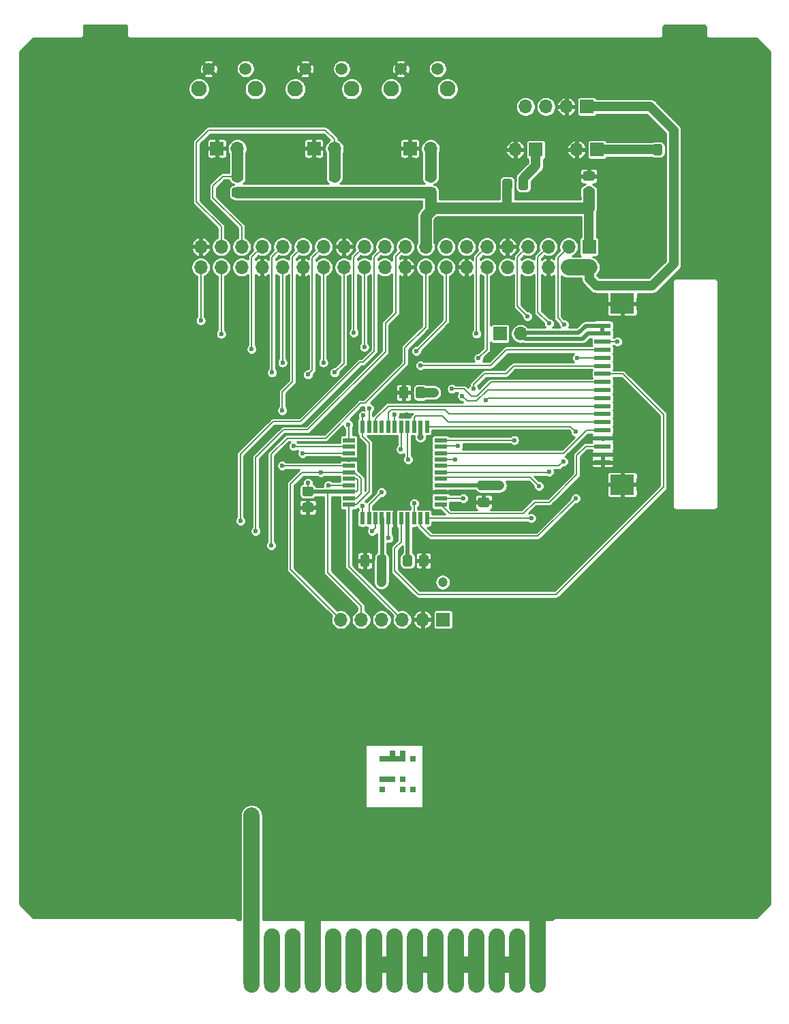
<source format=gbr>
%TF.GenerationSoftware,KiCad,Pcbnew,(5.1.9)-1*%
%TF.CreationDate,2021-12-04T16:06:39+00:00*%
%TF.ProjectId,RGBtoHDMI Amiga Denise CPLD FFC - CDTV Video Slot,52474274-6f48-4444-9d49-20416d696761,1*%
%TF.SameCoordinates,Original*%
%TF.FileFunction,Copper,L1,Top*%
%TF.FilePolarity,Positive*%
%FSLAX46Y46*%
G04 Gerber Fmt 4.6, Leading zero omitted, Abs format (unit mm)*
G04 Created by KiCad (PCBNEW (5.1.9)-1) date 2021-12-04 16:06:39*
%MOMM*%
%LPD*%
G01*
G04 APERTURE LIST*
%TA.AperFunction,EtchedComponent*%
%ADD10C,0.100000*%
%TD*%
%TA.AperFunction,ComponentPad*%
%ADD11R,1.700000X1.700000*%
%TD*%
%TA.AperFunction,ComponentPad*%
%ADD12O,1.700000X1.700000*%
%TD*%
%TA.AperFunction,ComponentPad*%
%ADD13C,0.800000*%
%TD*%
%TA.AperFunction,ComponentPad*%
%ADD14C,5.000000*%
%TD*%
%TA.AperFunction,ComponentPad*%
%ADD15C,1.508000*%
%TD*%
%TA.AperFunction,ComponentPad*%
%ADD16C,1.950000*%
%TD*%
%TA.AperFunction,SMDPad,CuDef*%
%ADD17R,3.000000X2.500000*%
%TD*%
%TA.AperFunction,SMDPad,CuDef*%
%ADD18R,2.000000X0.600000*%
%TD*%
%TA.AperFunction,SMDPad,CuDef*%
%ADD19R,0.550000X1.500000*%
%TD*%
%TA.AperFunction,SMDPad,CuDef*%
%ADD20R,1.500000X0.550000*%
%TD*%
%TA.AperFunction,ViaPad*%
%ADD21C,0.600000*%
%TD*%
%TA.AperFunction,ViaPad*%
%ADD22C,0.800000*%
%TD*%
%TA.AperFunction,ViaPad*%
%ADD23C,2.000000*%
%TD*%
%TA.AperFunction,ViaPad*%
%ADD24C,1.200000*%
%TD*%
%TA.AperFunction,ViaPad*%
%ADD25C,1.400000*%
%TD*%
%TA.AperFunction,Conductor*%
%ADD26C,2.000000*%
%TD*%
%TA.AperFunction,Conductor*%
%ADD27C,0.500000*%
%TD*%
%TA.AperFunction,Conductor*%
%ADD28C,1.200000*%
%TD*%
%TA.AperFunction,Conductor*%
%ADD29C,1.400000*%
%TD*%
%TA.AperFunction,Conductor*%
%ADD30C,0.200000*%
%TD*%
%TA.AperFunction,Conductor*%
%ADD31C,0.254000*%
%TD*%
%TA.AperFunction,Conductor*%
%ADD32C,0.100000*%
%TD*%
G04 APERTURE END LIST*
D10*
%TO.C,solarmon1*%
G36*
X98679000Y-129413000D02*
G01*
X98044000Y-129413000D01*
X98044000Y-128778000D01*
X98679000Y-128778000D01*
X98679000Y-129413000D01*
G37*
X98679000Y-129413000D02*
X98044000Y-129413000D01*
X98044000Y-128778000D01*
X98679000Y-128778000D01*
X98679000Y-129413000D01*
G36*
X98679000Y-133223000D02*
G01*
X98044000Y-133223000D01*
X98044000Y-132588000D01*
X98679000Y-132588000D01*
X98679000Y-133223000D01*
G37*
X98679000Y-133223000D02*
X98044000Y-133223000D01*
X98044000Y-132588000D01*
X98679000Y-132588000D01*
X98679000Y-133223000D01*
G36*
X97409000Y-128778000D02*
G01*
X96774000Y-128778000D01*
X96774000Y-128143000D01*
X97409000Y-128143000D01*
X97409000Y-128778000D01*
G37*
X97409000Y-128778000D02*
X96774000Y-128778000D01*
X96774000Y-128143000D01*
X97409000Y-128143000D01*
X97409000Y-128778000D01*
G36*
X97409000Y-129413000D02*
G01*
X96774000Y-129413000D01*
X96774000Y-128778000D01*
X97409000Y-128778000D01*
X97409000Y-129413000D01*
G37*
X97409000Y-129413000D02*
X96774000Y-129413000D01*
X96774000Y-128778000D01*
X97409000Y-128778000D01*
X97409000Y-129413000D01*
G36*
X96774000Y-129413000D02*
G01*
X96139000Y-129413000D01*
X96139000Y-128778000D01*
X96774000Y-128778000D01*
X96774000Y-129413000D01*
G37*
X96774000Y-129413000D02*
X96139000Y-129413000D01*
X96139000Y-128778000D01*
X96774000Y-128778000D01*
X96774000Y-129413000D01*
G36*
X96139000Y-129413000D02*
G01*
X95504000Y-129413000D01*
X95504000Y-128778000D01*
X96139000Y-128778000D01*
X96139000Y-129413000D01*
G37*
X96139000Y-129413000D02*
X95504000Y-129413000D01*
X95504000Y-128778000D01*
X96139000Y-128778000D01*
X96139000Y-129413000D01*
G36*
X96139000Y-128778000D02*
G01*
X95504000Y-128778000D01*
X95504000Y-128143000D01*
X96139000Y-128143000D01*
X96139000Y-128778000D01*
G37*
X96139000Y-128778000D02*
X95504000Y-128778000D01*
X95504000Y-128143000D01*
X96139000Y-128143000D01*
X96139000Y-128778000D01*
G36*
X95504000Y-129413000D02*
G01*
X94869000Y-129413000D01*
X94869000Y-128778000D01*
X95504000Y-128778000D01*
X95504000Y-129413000D01*
G37*
X95504000Y-129413000D02*
X94869000Y-129413000D01*
X94869000Y-128778000D01*
X95504000Y-128778000D01*
X95504000Y-129413000D01*
G36*
X94869000Y-129413000D02*
G01*
X94234000Y-129413000D01*
X94234000Y-128778000D01*
X94869000Y-128778000D01*
X94869000Y-129413000D01*
G37*
X94869000Y-129413000D02*
X94234000Y-129413000D01*
X94234000Y-128778000D01*
X94869000Y-128778000D01*
X94869000Y-129413000D01*
G36*
X94869000Y-131953000D02*
G01*
X94234000Y-131953000D01*
X94234000Y-131318000D01*
X94869000Y-131318000D01*
X94869000Y-131953000D01*
G37*
X94869000Y-131953000D02*
X94234000Y-131953000D01*
X94234000Y-131318000D01*
X94869000Y-131318000D01*
X94869000Y-131953000D01*
G36*
X95504000Y-131953000D02*
G01*
X94869000Y-131953000D01*
X94869000Y-131318000D01*
X95504000Y-131318000D01*
X95504000Y-131953000D01*
G37*
X95504000Y-131953000D02*
X94869000Y-131953000D01*
X94869000Y-131318000D01*
X95504000Y-131318000D01*
X95504000Y-131953000D01*
G36*
X96139000Y-131953000D02*
G01*
X95504000Y-131953000D01*
X95504000Y-131318000D01*
X96139000Y-131318000D01*
X96139000Y-131953000D01*
G37*
X96139000Y-131953000D02*
X95504000Y-131953000D01*
X95504000Y-131318000D01*
X96139000Y-131318000D01*
X96139000Y-131953000D01*
G36*
X97409000Y-131953000D02*
G01*
X96774000Y-131953000D01*
X96774000Y-131318000D01*
X97409000Y-131318000D01*
X97409000Y-131953000D01*
G37*
X97409000Y-131953000D02*
X96774000Y-131953000D01*
X96774000Y-131318000D01*
X97409000Y-131318000D01*
X97409000Y-131953000D01*
G36*
X97409000Y-133223000D02*
G01*
X96774000Y-133223000D01*
X96774000Y-132588000D01*
X97409000Y-132588000D01*
X97409000Y-133223000D01*
G37*
X97409000Y-133223000D02*
X96774000Y-133223000D01*
X96774000Y-132588000D01*
X97409000Y-132588000D01*
X97409000Y-133223000D01*
G36*
X94869000Y-133223000D02*
G01*
X94234000Y-133223000D01*
X94234000Y-132588000D01*
X94869000Y-132588000D01*
X94869000Y-133223000D01*
G37*
X94869000Y-133223000D02*
X94234000Y-133223000D01*
X94234000Y-132588000D01*
X94869000Y-132588000D01*
X94869000Y-133223000D01*
%TD*%
D11*
%TO.P,SERIAL1,1*%
%TO.N,+5V*%
X120015000Y-48133000D03*
D12*
%TO.P,SERIAL1,2*%
%TO.N,GND*%
X117475000Y-48133000D03*
%TO.P,SERIAL1,3*%
%TO.N,/GPIO14*%
X114935000Y-48133000D03*
%TO.P,SERIAL1,4*%
%TO.N,/GPIO15*%
X112395000Y-48133000D03*
%TD*%
D13*
%TO.P,H4,1*%
%TO.N,GND*%
X126700225Y-65476175D03*
X125374400Y-64927000D03*
X124048575Y-65476175D03*
X123499400Y-66802000D03*
X124048575Y-68127825D03*
X125374400Y-68677000D03*
X126700225Y-68127825D03*
X127249400Y-66802000D03*
D14*
X125374400Y-66802000D03*
%TD*%
D13*
%TO.P,H3,1*%
%TO.N,GND*%
X68280225Y-65476175D03*
X66954400Y-64927000D03*
X65628575Y-65476175D03*
X65079400Y-66802000D03*
X65628575Y-68127825D03*
X66954400Y-68677000D03*
X68280225Y-68127825D03*
X68829400Y-66802000D03*
D14*
X66954400Y-66802000D03*
%TD*%
D13*
%TO.P,H2,1*%
%TO.N,GND*%
X126700225Y-42616175D03*
X125374400Y-42067000D03*
X124048575Y-42616175D03*
X123499400Y-43942000D03*
X124048575Y-45267825D03*
X125374400Y-45817000D03*
X126700225Y-45267825D03*
X127249400Y-43942000D03*
D14*
X125374400Y-43942000D03*
%TD*%
D13*
%TO.P,H1,1*%
%TO.N,GND*%
X68280225Y-42616175D03*
X66954400Y-42067000D03*
X65628575Y-42616175D03*
X65079400Y-43942000D03*
X65628575Y-45267825D03*
X66954400Y-45817000D03*
X68280225Y-45267825D03*
X68829400Y-43942000D03*
D14*
X66954400Y-43942000D03*
%TD*%
D12*
%TO.P,D2,2*%
%TO.N,GND*%
X118745000Y-53467000D03*
D11*
%TO.P,D2,1*%
%TO.N,Net-(D2-Pad1)*%
X121285000Y-53467000D03*
%TD*%
D12*
%TO.P,D1,2*%
%TO.N,GND*%
X111125000Y-53467000D03*
D11*
%TO.P,D1,1*%
%TO.N,Net-(D1-Pad1)*%
X113665000Y-53467000D03*
%TD*%
%TO.P,R5,2*%
%TO.N,Net-(D2-Pad1)*%
%TA.AperFunction,SMDPad,CuDef*%
G36*
G01*
X129394000Y-53016999D02*
X129394000Y-53917001D01*
G75*
G02*
X129144001Y-54167000I-249999J0D01*
G01*
X128443999Y-54167000D01*
G75*
G02*
X128194000Y-53917001I0J249999D01*
G01*
X128194000Y-53016999D01*
G75*
G02*
X128443999Y-52767000I249999J0D01*
G01*
X129144001Y-52767000D01*
G75*
G02*
X129394000Y-53016999I0J-249999D01*
G01*
G37*
%TD.AperFunction*%
%TO.P,R5,1*%
%TO.N,+5V*%
%TA.AperFunction,SMDPad,CuDef*%
G36*
G01*
X131394000Y-53016999D02*
X131394000Y-53917001D01*
G75*
G02*
X131144001Y-54167000I-249999J0D01*
G01*
X130443999Y-54167000D01*
G75*
G02*
X130194000Y-53917001I0J249999D01*
G01*
X130194000Y-53016999D01*
G75*
G02*
X130443999Y-52767000I249999J0D01*
G01*
X131144001Y-52767000D01*
G75*
G02*
X131394000Y-53016999I0J-249999D01*
G01*
G37*
%TD.AperFunction*%
%TD*%
%TO.P,R4,2*%
%TO.N,Net-(D1-Pad1)*%
%TA.AperFunction,SMDPad,CuDef*%
G36*
G01*
X111525000Y-58235001D02*
X111525000Y-57334999D01*
G75*
G02*
X111774999Y-57085000I249999J0D01*
G01*
X112475001Y-57085000D01*
G75*
G02*
X112725000Y-57334999I0J-249999D01*
G01*
X112725000Y-58235001D01*
G75*
G02*
X112475001Y-58485000I-249999J0D01*
G01*
X111774999Y-58485000D01*
G75*
G02*
X111525000Y-58235001I0J249999D01*
G01*
G37*
%TD.AperFunction*%
%TO.P,R4,1*%
%TO.N,+3V3*%
%TA.AperFunction,SMDPad,CuDef*%
G36*
G01*
X109525000Y-58235001D02*
X109525000Y-57334999D01*
G75*
G02*
X109774999Y-57085000I249999J0D01*
G01*
X110475001Y-57085000D01*
G75*
G02*
X110725000Y-57334999I0J-249999D01*
G01*
X110725000Y-58235001D01*
G75*
G02*
X110475001Y-58485000I-249999J0D01*
G01*
X109774999Y-58485000D01*
G75*
G02*
X109525000Y-58235001I0J249999D01*
G01*
G37*
%TD.AperFunction*%
%TD*%
%TO.P,CN10,22*%
%TO.N,Net-(CN10-Pad22)*%
%TA.AperFunction,ConnectorPad*%
G36*
G01*
X87493600Y-157178000D02*
X87493600Y-151178000D01*
G75*
G02*
X88493600Y-150178000I1000000J0D01*
G01*
X88493600Y-150178000D01*
G75*
G02*
X89493600Y-151178000I0J-1000000D01*
G01*
X89493600Y-157178000D01*
G75*
G02*
X88493600Y-158178000I-1000000J0D01*
G01*
X88493600Y-158178000D01*
G75*
G02*
X87493600Y-157178000I0J1000000D01*
G01*
G37*
%TD.AperFunction*%
%TO.P,CN10,24*%
%TO.N,GND*%
%TA.AperFunction,ConnectorPad*%
G36*
G01*
X84979000Y-157178000D02*
X84979000Y-151178000D01*
G75*
G02*
X85979000Y-150178000I1000000J0D01*
G01*
X85979000Y-150178000D01*
G75*
G02*
X86979000Y-151178000I0J-1000000D01*
G01*
X86979000Y-157178000D01*
G75*
G02*
X85979000Y-158178000I-1000000J0D01*
G01*
X85979000Y-158178000D01*
G75*
G02*
X84979000Y-157178000I0J1000000D01*
G01*
G37*
%TD.AperFunction*%
%TO.P,CN10,20*%
%TO.N,Net-(CN10-Pad20)*%
%TA.AperFunction,ConnectorPad*%
G36*
G01*
X90059000Y-157178000D02*
X90059000Y-151178000D01*
G75*
G02*
X91059000Y-150178000I1000000J0D01*
G01*
X91059000Y-150178000D01*
G75*
G02*
X92059000Y-151178000I0J-1000000D01*
G01*
X92059000Y-157178000D01*
G75*
G02*
X91059000Y-158178000I-1000000J0D01*
G01*
X91059000Y-158178000D01*
G75*
G02*
X90059000Y-157178000I0J1000000D01*
G01*
G37*
%TD.AperFunction*%
%TO.P,CN10,18*%
%TO.N,AC*%
%TA.AperFunction,ConnectorPad*%
G36*
G01*
X92599000Y-157178000D02*
X92599000Y-151178000D01*
G75*
G02*
X93599000Y-150178000I1000000J0D01*
G01*
X93599000Y-150178000D01*
G75*
G02*
X94599000Y-151178000I0J-1000000D01*
G01*
X94599000Y-157178000D01*
G75*
G02*
X93599000Y-158178000I-1000000J0D01*
G01*
X93599000Y-158178000D01*
G75*
G02*
X92599000Y-157178000I0J1000000D01*
G01*
G37*
%TD.AperFunction*%
%TO.P,CN10,28*%
%TO.N,Net-(CN10-Pad28)*%
%TA.AperFunction,ConnectorPad*%
G36*
G01*
X79899000Y-157178000D02*
X79899000Y-151178000D01*
G75*
G02*
X80899000Y-150178000I1000000J0D01*
G01*
X80899000Y-150178000D01*
G75*
G02*
X81899000Y-151178000I0J-1000000D01*
G01*
X81899000Y-157178000D01*
G75*
G02*
X80899000Y-158178000I-1000000J0D01*
G01*
X80899000Y-158178000D01*
G75*
G02*
X79899000Y-157178000I0J1000000D01*
G01*
G37*
%TD.AperFunction*%
%TO.P,CN10,30*%
%TO.N,+5V*%
%TA.AperFunction,ConnectorPad*%
G36*
G01*
X77359000Y-157178000D02*
X77359000Y-151178000D01*
G75*
G02*
X78359000Y-150178000I1000000J0D01*
G01*
X78359000Y-150178000D01*
G75*
G02*
X79359000Y-151178000I0J-1000000D01*
G01*
X79359000Y-157178000D01*
G75*
G02*
X78359000Y-158178000I-1000000J0D01*
G01*
X78359000Y-158178000D01*
G75*
G02*
X77359000Y-157178000I0J1000000D01*
G01*
G37*
%TD.AperFunction*%
%TO.P,CN10,26*%
%TO.N,Net-(CN10-Pad26)*%
%TA.AperFunction,ConnectorPad*%
G36*
G01*
X82464400Y-157178000D02*
X82464400Y-151178000D01*
G75*
G02*
X83464400Y-150178000I1000000J0D01*
G01*
X83464400Y-150178000D01*
G75*
G02*
X84464400Y-151178000I0J-1000000D01*
G01*
X84464400Y-157178000D01*
G75*
G02*
X83464400Y-158178000I-1000000J0D01*
G01*
X83464400Y-158178000D01*
G75*
G02*
X82464400Y-157178000I0J1000000D01*
G01*
G37*
%TD.AperFunction*%
%TO.P,CN10,14*%
%TO.N,AB*%
%TA.AperFunction,ConnectorPad*%
G36*
G01*
X97679000Y-157178000D02*
X97679000Y-151178000D01*
G75*
G02*
X98679000Y-150178000I1000000J0D01*
G01*
X98679000Y-150178000D01*
G75*
G02*
X99679000Y-151178000I0J-1000000D01*
G01*
X99679000Y-157178000D01*
G75*
G02*
X98679000Y-158178000I-1000000J0D01*
G01*
X98679000Y-158178000D01*
G75*
G02*
X97679000Y-157178000I0J1000000D01*
G01*
G37*
%TD.AperFunction*%
%TO.P,CN10,16*%
%TO.N,AC*%
%TA.AperFunction,ConnectorPad*%
G36*
G01*
X95113600Y-157178000D02*
X95113600Y-151178000D01*
G75*
G02*
X96113600Y-150178000I1000000J0D01*
G01*
X96113600Y-150178000D01*
G75*
G02*
X97113600Y-151178000I0J-1000000D01*
G01*
X97113600Y-157178000D01*
G75*
G02*
X96113600Y-158178000I-1000000J0D01*
G01*
X96113600Y-158178000D01*
G75*
G02*
X95113600Y-157178000I0J1000000D01*
G01*
G37*
%TD.AperFunction*%
%TO.P,CN10,12*%
%TO.N,AB*%
%TA.AperFunction,ConnectorPad*%
G36*
G01*
X100219000Y-157178000D02*
X100219000Y-151178000D01*
G75*
G02*
X101219000Y-150178000I1000000J0D01*
G01*
X101219000Y-150178000D01*
G75*
G02*
X102219000Y-151178000I0J-1000000D01*
G01*
X102219000Y-157178000D01*
G75*
G02*
X101219000Y-158178000I-1000000J0D01*
G01*
X101219000Y-158178000D01*
G75*
G02*
X100219000Y-157178000I0J1000000D01*
G01*
G37*
%TD.AperFunction*%
%TO.P,CN10,10*%
%TO.N,AG*%
%TA.AperFunction,ConnectorPad*%
G36*
G01*
X102759000Y-157178000D02*
X102759000Y-151178000D01*
G75*
G02*
X103759000Y-150178000I1000000J0D01*
G01*
X103759000Y-150178000D01*
G75*
G02*
X104759000Y-151178000I0J-1000000D01*
G01*
X104759000Y-157178000D01*
G75*
G02*
X103759000Y-158178000I-1000000J0D01*
G01*
X103759000Y-158178000D01*
G75*
G02*
X102759000Y-157178000I0J1000000D01*
G01*
G37*
%TD.AperFunction*%
%TO.P,CN10,8*%
%TA.AperFunction,ConnectorPad*%
G36*
G01*
X105299000Y-157178000D02*
X105299000Y-151178000D01*
G75*
G02*
X106299000Y-150178000I1000000J0D01*
G01*
X106299000Y-150178000D01*
G75*
G02*
X107299000Y-151178000I0J-1000000D01*
G01*
X107299000Y-157178000D01*
G75*
G02*
X106299000Y-158178000I-1000000J0D01*
G01*
X106299000Y-158178000D01*
G75*
G02*
X105299000Y-157178000I0J1000000D01*
G01*
G37*
%TD.AperFunction*%
%TO.P,CN10,6*%
%TO.N,AR*%
%TA.AperFunction,ConnectorPad*%
G36*
G01*
X107839000Y-157178000D02*
X107839000Y-151178000D01*
G75*
G02*
X108839000Y-150178000I1000000J0D01*
G01*
X108839000Y-150178000D01*
G75*
G02*
X109839000Y-151178000I0J-1000000D01*
G01*
X109839000Y-157178000D01*
G75*
G02*
X108839000Y-158178000I-1000000J0D01*
G01*
X108839000Y-158178000D01*
G75*
G02*
X107839000Y-157178000I0J1000000D01*
G01*
G37*
%TD.AperFunction*%
%TO.P,CN10,4*%
%TA.AperFunction,ConnectorPad*%
G36*
G01*
X110379000Y-157178000D02*
X110379000Y-151178000D01*
G75*
G02*
X111379000Y-150178000I1000000J0D01*
G01*
X111379000Y-150178000D01*
G75*
G02*
X112379000Y-151178000I0J-1000000D01*
G01*
X112379000Y-157178000D01*
G75*
G02*
X111379000Y-158178000I-1000000J0D01*
G01*
X111379000Y-158178000D01*
G75*
G02*
X110379000Y-157178000I0J1000000D01*
G01*
G37*
%TD.AperFunction*%
%TO.P,CN10,2*%
%TO.N,GND*%
%TA.AperFunction,ConnectorPad*%
G36*
G01*
X112919000Y-157178000D02*
X112919000Y-151178000D01*
G75*
G02*
X113919000Y-150178000I1000000J0D01*
G01*
X113919000Y-150178000D01*
G75*
G02*
X114919000Y-151178000I0J-1000000D01*
G01*
X114919000Y-157178000D01*
G75*
G02*
X113919000Y-158178000I-1000000J0D01*
G01*
X113919000Y-158178000D01*
G75*
G02*
X112919000Y-157178000I0J1000000D01*
G01*
G37*
%TD.AperFunction*%
%TD*%
D12*
%TO.P,BT3,2*%
%TO.N,/GPIO19*%
X76581000Y-53340000D03*
D11*
%TO.P,BT3,1*%
%TO.N,GND*%
X74041000Y-53340000D03*
%TD*%
D12*
%TO.P,BT2,2*%
%TO.N,/GPIO26*%
X88646000Y-53340000D03*
D11*
%TO.P,BT2,1*%
%TO.N,GND*%
X86106000Y-53340000D03*
%TD*%
D12*
%TO.P,BT1,2*%
%TO.N,/GPIO16*%
X100584000Y-53340000D03*
D11*
%TO.P,BT1,1*%
%TO.N,GND*%
X98044000Y-53340000D03*
%TD*%
D15*
%TO.P,BT13,1*%
%TO.N,GND*%
X73036000Y-43434000D03*
%TO.P,BT13,2*%
%TO.N,/GPIO19*%
X77586000Y-43434000D03*
D16*
%TO.P,BT13,*%
%TO.N,*%
X71811000Y-45934000D03*
X78811000Y-45934000D03*
%TD*%
D15*
%TO.P,BT12,1*%
%TO.N,GND*%
X84999400Y-43434000D03*
%TO.P,BT12,2*%
%TO.N,/GPIO26*%
X89549400Y-43434000D03*
D16*
%TO.P,BT12,*%
%TO.N,*%
X83774400Y-45934000D03*
X90774400Y-45934000D03*
%TD*%
D15*
%TO.P,BT11,1*%
%TO.N,GND*%
X96912000Y-43434000D03*
%TO.P,BT11,2*%
%TO.N,/GPIO16*%
X101462000Y-43434000D03*
D16*
%TO.P,BT11,*%
%TO.N,*%
X95687000Y-45934000D03*
X102687000Y-45934000D03*
%TD*%
D17*
%TO.P,FFC18,MP*%
%TO.N,GND*%
X124415000Y-95070000D03*
X124415000Y-72570000D03*
D18*
%TO.P,FFC18,18*%
%TO.N,/FFC_5V*%
X121965000Y-75320000D03*
%TO.P,FFC18,17*%
X121965000Y-76320000D03*
%TO.P,FFC18,16*%
%TO.N,/R0*%
X121965000Y-77320000D03*
%TO.P,FFC18,15*%
%TO.N,/R1*%
X121965000Y-78320000D03*
%TO.P,FFC18,14*%
%TO.N,/R2*%
X121965000Y-79320000D03*
%TO.P,FFC18,13*%
%TO.N,/R3*%
X121965000Y-80320000D03*
%TO.P,FFC18,12*%
%TO.N,/B0*%
X121965000Y-81320000D03*
%TO.P,FFC18,11*%
%TO.N,/B1*%
X121965000Y-82320000D03*
%TO.P,FFC18,10*%
%TO.N,/B2*%
X121965000Y-83320000D03*
%TO.P,FFC18,9*%
%TO.N,/B3*%
X121965000Y-84320000D03*
%TO.P,FFC18,8*%
%TO.N,/G0*%
X121965000Y-85320000D03*
%TO.P,FFC18,7*%
%TO.N,/G1*%
X121965000Y-86320000D03*
%TO.P,FFC18,6*%
%TO.N,/G2*%
X121965000Y-87320000D03*
%TO.P,FFC18,5*%
%TO.N,/G3*%
X121965000Y-88320000D03*
%TO.P,FFC18,4*%
%TO.N,GND*%
X121965000Y-89320000D03*
%TO.P,FFC18,3*%
%TO.N,/CSYNC*%
X121965000Y-90320000D03*
%TO.P,FFC18,2*%
%TO.N,GND*%
X121965000Y-91320000D03*
%TO.P,FFC18,1*%
X121965000Y-92320000D03*
%TD*%
D12*
%TO.P,JP1,2*%
%TO.N,/FFC_5V*%
X111760000Y-76327000D03*
D11*
%TO.P,JP1,1*%
%TO.N,+5V*%
X109220000Y-76327000D03*
%TD*%
%TO.P,R7,2*%
%TO.N,/GPIO19*%
%TA.AperFunction,SMDPad,CuDef*%
G36*
G01*
X77031001Y-57385000D02*
X76130999Y-57385000D01*
G75*
G02*
X75881000Y-57135001I0J249999D01*
G01*
X75881000Y-56434999D01*
G75*
G02*
X76130999Y-56185000I249999J0D01*
G01*
X77031001Y-56185000D01*
G75*
G02*
X77281000Y-56434999I0J-249999D01*
G01*
X77281000Y-57135001D01*
G75*
G02*
X77031001Y-57385000I-249999J0D01*
G01*
G37*
%TD.AperFunction*%
%TO.P,R7,1*%
%TO.N,+3V3*%
%TA.AperFunction,SMDPad,CuDef*%
G36*
G01*
X77031001Y-59385000D02*
X76130999Y-59385000D01*
G75*
G02*
X75881000Y-59135001I0J249999D01*
G01*
X75881000Y-58434999D01*
G75*
G02*
X76130999Y-58185000I249999J0D01*
G01*
X77031001Y-58185000D01*
G75*
G02*
X77281000Y-58434999I0J-249999D01*
G01*
X77281000Y-59135001D01*
G75*
G02*
X77031001Y-59385000I-249999J0D01*
G01*
G37*
%TD.AperFunction*%
%TD*%
%TO.P,R6,2*%
%TO.N,/GPIO26*%
%TA.AperFunction,SMDPad,CuDef*%
G36*
G01*
X89096001Y-57385000D02*
X88195999Y-57385000D01*
G75*
G02*
X87946000Y-57135001I0J249999D01*
G01*
X87946000Y-56434999D01*
G75*
G02*
X88195999Y-56185000I249999J0D01*
G01*
X89096001Y-56185000D01*
G75*
G02*
X89346000Y-56434999I0J-249999D01*
G01*
X89346000Y-57135001D01*
G75*
G02*
X89096001Y-57385000I-249999J0D01*
G01*
G37*
%TD.AperFunction*%
%TO.P,R6,1*%
%TO.N,+3V3*%
%TA.AperFunction,SMDPad,CuDef*%
G36*
G01*
X89096001Y-59385000D02*
X88195999Y-59385000D01*
G75*
G02*
X87946000Y-59135001I0J249999D01*
G01*
X87946000Y-58434999D01*
G75*
G02*
X88195999Y-58185000I249999J0D01*
G01*
X89096001Y-58185000D01*
G75*
G02*
X89346000Y-58434999I0J-249999D01*
G01*
X89346000Y-59135001D01*
G75*
G02*
X89096001Y-59385000I-249999J0D01*
G01*
G37*
%TD.AperFunction*%
%TD*%
D12*
%TO.P,JTAG1,6*%
%TO.N,/CLKEN*%
X89433400Y-111836200D03*
%TO.P,JTAG1,5*%
%TO.N,/GPIO0*%
X91973400Y-111836200D03*
%TO.P,JTAG1,4*%
%TO.N,/GPIO24*%
X94513400Y-111836200D03*
%TO.P,JTAG1,3*%
%TO.N,/GPIO20*%
X97053400Y-111836200D03*
%TO.P,JTAG1,2*%
%TO.N,GND*%
X99593400Y-111836200D03*
D11*
%TO.P,JTAG1,1*%
%TO.N,+3V3*%
X102133400Y-111836200D03*
%TD*%
%TO.P,C1,2*%
%TO.N,GND*%
%TA.AperFunction,SMDPad,CuDef*%
G36*
G01*
X120744000Y-57335000D02*
X119794000Y-57335000D01*
G75*
G02*
X119544000Y-57085000I0J250000D01*
G01*
X119544000Y-56410000D01*
G75*
G02*
X119794000Y-56160000I250000J0D01*
G01*
X120744000Y-56160000D01*
G75*
G02*
X120994000Y-56410000I0J-250000D01*
G01*
X120994000Y-57085000D01*
G75*
G02*
X120744000Y-57335000I-250000J0D01*
G01*
G37*
%TD.AperFunction*%
%TO.P,C1,1*%
%TO.N,+3V3*%
%TA.AperFunction,SMDPad,CuDef*%
G36*
G01*
X120744000Y-59410000D02*
X119794000Y-59410000D01*
G75*
G02*
X119544000Y-59160000I0J250000D01*
G01*
X119544000Y-58485000D01*
G75*
G02*
X119794000Y-58235000I250000J0D01*
G01*
X120744000Y-58235000D01*
G75*
G02*
X120994000Y-58485000I0J-250000D01*
G01*
X120994000Y-59160000D01*
G75*
G02*
X120744000Y-59410000I-250000J0D01*
G01*
G37*
%TD.AperFunction*%
%TD*%
%TO.P,R3,2*%
%TO.N,GND*%
%TA.AperFunction,SMDPad,CuDef*%
G36*
G01*
X99129800Y-104971001D02*
X99129800Y-104070999D01*
G75*
G02*
X99379799Y-103821000I249999J0D01*
G01*
X100079801Y-103821000D01*
G75*
G02*
X100329800Y-104070999I0J-249999D01*
G01*
X100329800Y-104971001D01*
G75*
G02*
X100079801Y-105221000I-249999J0D01*
G01*
X99379799Y-105221000D01*
G75*
G02*
X99129800Y-104971001I0J249999D01*
G01*
G37*
%TD.AperFunction*%
%TO.P,R3,1*%
%TO.N,/DETECT*%
%TA.AperFunction,SMDPad,CuDef*%
G36*
G01*
X97129800Y-104971001D02*
X97129800Y-104070999D01*
G75*
G02*
X97379799Y-103821000I249999J0D01*
G01*
X98079801Y-103821000D01*
G75*
G02*
X98329800Y-104070999I0J-249999D01*
G01*
X98329800Y-104971001D01*
G75*
G02*
X98079801Y-105221000I-249999J0D01*
G01*
X97379799Y-105221000D01*
G75*
G02*
X97129800Y-104971001I0J249999D01*
G01*
G37*
%TD.AperFunction*%
%TD*%
%TO.P,R2,2*%
%TO.N,GND*%
%TA.AperFunction,SMDPad,CuDef*%
G36*
G01*
X84893999Y-97301000D02*
X85794001Y-97301000D01*
G75*
G02*
X86044000Y-97550999I0J-249999D01*
G01*
X86044000Y-98251001D01*
G75*
G02*
X85794001Y-98501000I-249999J0D01*
G01*
X84893999Y-98501000D01*
G75*
G02*
X84644000Y-98251001I0J249999D01*
G01*
X84644000Y-97550999D01*
G75*
G02*
X84893999Y-97301000I249999J0D01*
G01*
G37*
%TD.AperFunction*%
%TO.P,R2,1*%
%TO.N,/GPIO0*%
%TA.AperFunction,SMDPad,CuDef*%
G36*
G01*
X84893999Y-95301000D02*
X85794001Y-95301000D01*
G75*
G02*
X86044000Y-95550999I0J-249999D01*
G01*
X86044000Y-96251001D01*
G75*
G02*
X85794001Y-96501000I-249999J0D01*
G01*
X84893999Y-96501000D01*
G75*
G02*
X84644000Y-96251001I0J249999D01*
G01*
X84644000Y-95550999D01*
G75*
G02*
X84893999Y-95301000I249999J0D01*
G01*
G37*
%TD.AperFunction*%
%TD*%
%TO.P,R1,2*%
%TO.N,/GPIO16*%
%TA.AperFunction,SMDPad,CuDef*%
G36*
G01*
X101034001Y-57385000D02*
X100133999Y-57385000D01*
G75*
G02*
X99884000Y-57135001I0J249999D01*
G01*
X99884000Y-56434999D01*
G75*
G02*
X100133999Y-56185000I249999J0D01*
G01*
X101034001Y-56185000D01*
G75*
G02*
X101284000Y-56434999I0J-249999D01*
G01*
X101284000Y-57135001D01*
G75*
G02*
X101034001Y-57385000I-249999J0D01*
G01*
G37*
%TD.AperFunction*%
%TO.P,R1,1*%
%TO.N,+3V3*%
%TA.AperFunction,SMDPad,CuDef*%
G36*
G01*
X101034001Y-59385000D02*
X100133999Y-59385000D01*
G75*
G02*
X99884000Y-59135001I0J249999D01*
G01*
X99884000Y-58434999D01*
G75*
G02*
X100133999Y-58185000I249999J0D01*
G01*
X101034001Y-58185000D01*
G75*
G02*
X101284000Y-58434999I0J-249999D01*
G01*
X101284000Y-59135001D01*
G75*
G02*
X101034001Y-59385000I-249999J0D01*
G01*
G37*
%TD.AperFunction*%
%TD*%
%TO.P,C4,2*%
%TO.N,GND*%
%TA.AperFunction,SMDPad,CuDef*%
G36*
G01*
X93022000Y-104046000D02*
X93022000Y-104996000D01*
G75*
G02*
X92772000Y-105246000I-250000J0D01*
G01*
X92097000Y-105246000D01*
G75*
G02*
X91847000Y-104996000I0J250000D01*
G01*
X91847000Y-104046000D01*
G75*
G02*
X92097000Y-103796000I250000J0D01*
G01*
X92772000Y-103796000D01*
G75*
G02*
X93022000Y-104046000I0J-250000D01*
G01*
G37*
%TD.AperFunction*%
%TO.P,C4,1*%
%TO.N,+3V3*%
%TA.AperFunction,SMDPad,CuDef*%
G36*
G01*
X95097000Y-104046000D02*
X95097000Y-104996000D01*
G75*
G02*
X94847000Y-105246000I-250000J0D01*
G01*
X94172000Y-105246000D01*
G75*
G02*
X93922000Y-104996000I0J250000D01*
G01*
X93922000Y-104046000D01*
G75*
G02*
X94172000Y-103796000I250000J0D01*
G01*
X94847000Y-103796000D01*
G75*
G02*
X95097000Y-104046000I0J-250000D01*
G01*
G37*
%TD.AperFunction*%
%TD*%
%TO.P,C3,2*%
%TO.N,GND*%
%TA.AperFunction,SMDPad,CuDef*%
G36*
G01*
X106713000Y-96665200D02*
X107663000Y-96665200D01*
G75*
G02*
X107913000Y-96915200I0J-250000D01*
G01*
X107913000Y-97590200D01*
G75*
G02*
X107663000Y-97840200I-250000J0D01*
G01*
X106713000Y-97840200D01*
G75*
G02*
X106463000Y-97590200I0J250000D01*
G01*
X106463000Y-96915200D01*
G75*
G02*
X106713000Y-96665200I250000J0D01*
G01*
G37*
%TD.AperFunction*%
%TO.P,C3,1*%
%TO.N,+3V3*%
%TA.AperFunction,SMDPad,CuDef*%
G36*
G01*
X106713000Y-94590200D02*
X107663000Y-94590200D01*
G75*
G02*
X107913000Y-94840200I0J-250000D01*
G01*
X107913000Y-95515200D01*
G75*
G02*
X107663000Y-95765200I-250000J0D01*
G01*
X106713000Y-95765200D01*
G75*
G02*
X106463000Y-95515200I0J250000D01*
G01*
X106463000Y-94840200D01*
G75*
G02*
X106713000Y-94590200I250000J0D01*
G01*
G37*
%TD.AperFunction*%
%TD*%
%TO.P,C2,2*%
%TO.N,GND*%
%TA.AperFunction,SMDPad,CuDef*%
G36*
G01*
X97848000Y-83167200D02*
X97848000Y-84117200D01*
G75*
G02*
X97598000Y-84367200I-250000J0D01*
G01*
X96923000Y-84367200D01*
G75*
G02*
X96673000Y-84117200I0J250000D01*
G01*
X96673000Y-83167200D01*
G75*
G02*
X96923000Y-82917200I250000J0D01*
G01*
X97598000Y-82917200D01*
G75*
G02*
X97848000Y-83167200I0J-250000D01*
G01*
G37*
%TD.AperFunction*%
%TO.P,C2,1*%
%TO.N,+3V3*%
%TA.AperFunction,SMDPad,CuDef*%
G36*
G01*
X99923000Y-83167200D02*
X99923000Y-84117200D01*
G75*
G02*
X99673000Y-84367200I-250000J0D01*
G01*
X98998000Y-84367200D01*
G75*
G02*
X98748000Y-84117200I0J250000D01*
G01*
X98748000Y-83167200D01*
G75*
G02*
X98998000Y-82917200I250000J0D01*
G01*
X99673000Y-82917200D01*
G75*
G02*
X99923000Y-83167200I0J-250000D01*
G01*
G37*
%TD.AperFunction*%
%TD*%
D19*
%TO.P,U1,44*%
%TO.N,/GPIO20*%
X92139000Y-87848200D03*
%TO.P,U1,43*%
%TO.N,/GPIO21*%
X92939000Y-87848200D03*
%TO.P,U1,42*%
%TO.N,/G0*%
X93739000Y-87848200D03*
%TO.P,U1,41*%
%TO.N,/VSYNC*%
X94539000Y-87848200D03*
%TO.P,U1,40*%
%TO.N,/G1*%
X95339000Y-87848200D03*
%TO.P,U1,39*%
%TO.N,/R1*%
X96139000Y-87848200D03*
%TO.P,U1,38*%
%TO.N,/B1*%
X96939000Y-87848200D03*
%TO.P,U1,37*%
%TO.N,/B2*%
X97739000Y-87848200D03*
%TO.P,U1,36*%
%TO.N,/G2*%
X98539000Y-87848200D03*
%TO.P,U1,35*%
%TO.N,+3V3*%
X99339000Y-87848200D03*
%TO.P,U1,34*%
%TO.N,/R2*%
X100139000Y-87848200D03*
D20*
%TO.P,U1,33*%
%TO.N,/GPIO18*%
X101839000Y-89548200D03*
%TO.P,U1,32*%
%TO.N,/R3*%
X101839000Y-90348200D03*
%TO.P,U1,31*%
%TO.N,/G3*%
X101839000Y-91148200D03*
%TO.P,U1,30*%
%TO.N,/B3*%
X101839000Y-91948200D03*
%TO.P,U1,29*%
%TO.N,/GPIO2*%
X101839000Y-92748200D03*
%TO.P,U1,28*%
%TO.N,/GPIO3*%
X101839000Y-93548200D03*
%TO.P,U1,27*%
%TO.N,/GPIO4*%
X101839000Y-94348200D03*
%TO.P,U1,26*%
%TO.N,+3V3*%
X101839000Y-95148200D03*
%TO.P,U1,25*%
%TO.N,GND*%
X101839000Y-95948200D03*
%TO.P,U1,24*%
%TO.N,/GPIO24*%
X101839000Y-96748200D03*
%TO.P,U1,23*%
%TO.N,/CSYNC*%
X101839000Y-97548200D03*
D19*
%TO.P,U1,22*%
%TO.N,/GPIO17*%
X100139000Y-99248200D03*
%TO.P,U1,21*%
%TO.N,/R0*%
X99339000Y-99248200D03*
%TO.P,U1,20*%
%TO.N,/GPIO23*%
X98539000Y-99248200D03*
%TO.P,U1,19*%
%TO.N,/DETECT*%
X97739000Y-99248200D03*
%TO.P,U1,18*%
%TO.N,/B0*%
X96939000Y-99248200D03*
%TO.P,U1,17*%
%TO.N,GND*%
X96139000Y-99248200D03*
%TO.P,U1,16*%
%TO.N,/GPIO10*%
X95339000Y-99248200D03*
%TO.P,U1,15*%
%TO.N,+3V3*%
X94539000Y-99248200D03*
%TO.P,U1,14*%
%TO.N,/GPIO9*%
X93739000Y-99248200D03*
%TO.P,U1,13*%
%TO.N,/GPIO11*%
X92939000Y-99248200D03*
%TO.P,U1,12*%
%TO.N,/GPIO8*%
X92139000Y-99248200D03*
D20*
%TO.P,U1,11*%
%TO.N,/GPIO20*%
X90439000Y-97548200D03*
%TO.P,U1,10*%
%TO.N,/CLKEN*%
X90439000Y-96748200D03*
%TO.P,U1,9*%
%TO.N,/GPIO0*%
X90439000Y-95948200D03*
%TO.P,U1,8*%
%TO.N,/GPIO7*%
X90439000Y-95148200D03*
%TO.P,U1,7*%
%TO.N,/GPIO0*%
X90439000Y-94348200D03*
%TO.P,U1,6*%
%TO.N,/CLKEN*%
X90439000Y-93548200D03*
%TO.P,U1,5*%
%TO.N,/GPIO5*%
X90439000Y-92748200D03*
%TO.P,U1,4*%
%TO.N,GND*%
X90439000Y-91948200D03*
%TO.P,U1,3*%
%TO.N,/GPIO12*%
X90439000Y-91148200D03*
%TO.P,U1,2*%
%TO.N,/GPIO6*%
X90439000Y-90348200D03*
%TO.P,U1,1*%
%TO.N,/GPIO13*%
X90439000Y-89548200D03*
%TD*%
D12*
%TO.P,J1,40*%
%TO.N,/GPIO21*%
X72034400Y-68072000D03*
%TO.P,J1,39*%
%TO.N,GND*%
X72034400Y-65532000D03*
%TO.P,J1,38*%
%TO.N,/GPIO20*%
X74574400Y-68072000D03*
%TO.P,J1,37*%
%TO.N,/GPIO26*%
X74574400Y-65532000D03*
%TO.P,J1,36*%
%TO.N,/GPIO16*%
X77114400Y-68072000D03*
%TO.P,J1,35*%
%TO.N,/GPIO19*%
X77114400Y-65532000D03*
%TO.P,J1,34*%
%TO.N,GND*%
X79654400Y-68072000D03*
%TO.P,J1,33*%
%TO.N,/GPIO13*%
X79654400Y-65532000D03*
%TO.P,J1,32*%
%TO.N,/GPIO12*%
X82194400Y-68072000D03*
%TO.P,J1,31*%
%TO.N,/GPIO6*%
X82194400Y-65532000D03*
%TO.P,J1,30*%
%TO.N,GND*%
X84734400Y-68072000D03*
%TO.P,J1,29*%
%TO.N,/GPIO5*%
X84734400Y-65532000D03*
%TO.P,J1,28*%
%TO.N,/CLKEN*%
X87274400Y-68072000D03*
%TO.P,J1,27*%
%TO.N,/GPIO0*%
X87274400Y-65532000D03*
%TO.P,J1,26*%
%TO.N,/GPIO7*%
X89814400Y-68072000D03*
%TO.P,J1,25*%
%TO.N,GND*%
X89814400Y-65532000D03*
%TO.P,J1,24*%
%TO.N,/GPIO8*%
X92354400Y-68072000D03*
%TO.P,J1,23*%
%TO.N,/GPIO11*%
X92354400Y-65532000D03*
%TO.P,J1,22*%
%TO.N,/GPIO25*%
X94894400Y-68072000D03*
%TO.P,J1,21*%
%TO.N,/GPIO9*%
X94894400Y-65532000D03*
%TO.P,J1,20*%
%TO.N,GND*%
X97434400Y-68072000D03*
%TO.P,J1,19*%
%TO.N,/GPIO10*%
X97434400Y-65532000D03*
%TO.P,J1,18*%
%TO.N,/GPIO24*%
X99974400Y-68072000D03*
%TO.P,J1,17*%
%TO.N,+3V3*%
X99974400Y-65532000D03*
%TO.P,J1,16*%
%TO.N,/GPIO23*%
X102514400Y-68072000D03*
%TO.P,J1,15*%
%TO.N,/GPIO22*%
X102514400Y-65532000D03*
%TO.P,J1,14*%
%TO.N,GND*%
X105054400Y-68072000D03*
%TO.P,J1,13*%
%TO.N,/GPIO27*%
X105054400Y-65532000D03*
%TO.P,J1,12*%
%TO.N,/GPIO18*%
X107594400Y-68072000D03*
%TO.P,J1,11*%
%TO.N,/GPIO17*%
X107594400Y-65532000D03*
%TO.P,J1,10*%
%TO.N,/GPIO15*%
X110134400Y-68072000D03*
%TO.P,J1,9*%
%TO.N,GND*%
X110134400Y-65532000D03*
%TO.P,J1,8*%
%TO.N,/GPIO14*%
X112674400Y-68072000D03*
%TO.P,J1,7*%
%TO.N,/GPIO4*%
X112674400Y-65532000D03*
%TO.P,J1,6*%
%TO.N,GND*%
X115214400Y-68072000D03*
%TO.P,J1,5*%
%TO.N,/GPIO3*%
X115214400Y-65532000D03*
%TO.P,J1,4*%
%TO.N,+5V*%
X117754400Y-68072000D03*
%TO.P,J1,3*%
%TO.N,/GPIO2*%
X117754400Y-65532000D03*
%TO.P,J1,2*%
%TO.N,+5V*%
X120294400Y-68072000D03*
D11*
%TO.P,J1,1*%
%TO.N,+3V3*%
X120294400Y-65532000D03*
%TD*%
D21*
%TO.N,GND*%
X123698000Y-72009000D03*
X123698000Y-94488000D03*
X125095000Y-94488000D03*
X123698000Y-95631000D03*
X125095000Y-95631000D03*
X125095000Y-72009000D03*
X125095000Y-73152000D03*
X123698000Y-73152000D03*
D22*
X120396000Y-91313000D03*
X120396000Y-92329000D03*
X123571000Y-91313000D03*
X123571000Y-92329000D03*
X123571000Y-89281000D03*
X120396000Y-89281000D03*
D21*
X91694000Y-91948000D03*
X97282000Y-84709000D03*
X97282000Y-82550000D03*
X106045000Y-97282000D03*
X108331000Y-97282000D03*
X92456000Y-105664000D03*
X92456000Y-103251000D03*
X86487000Y-97917000D03*
X84201000Y-97917000D03*
X107442000Y-90297000D03*
X117983000Y-89281000D03*
X78105000Y-60960000D03*
X88773000Y-97536000D03*
X94869000Y-70485000D03*
X102235000Y-84455000D03*
X111760000Y-79121000D03*
X118999000Y-81407000D03*
X100584000Y-96012000D03*
X96139000Y-97917000D03*
D23*
X85979000Y-143256000D03*
X113842800Y-143256000D03*
X85979000Y-140969992D03*
X113855504Y-140970000D03*
D21*
X99695000Y-103378000D03*
X99695000Y-105664000D03*
X89027000Y-86233000D03*
X91186000Y-84201000D03*
X89408000Y-88646000D03*
X98298000Y-93472000D03*
X86741000Y-94742000D03*
X97663000Y-86360000D03*
X102108000Y-78994000D03*
D24*
%TO.N,+3V3*%
X109156500Y-95186500D03*
X101015800Y-83642200D03*
D22*
X99335500Y-89154000D03*
D25*
X120269000Y-60706000D03*
D24*
X102108000Y-107188000D03*
X94488000Y-107187990D03*
D21*
%TO.N,/GPIO21*%
X92991127Y-85598000D03*
X72034399Y-74701399D03*
%TO.N,/GPIO20*%
X92202000Y-86487000D03*
X74574401Y-76352400D03*
%TO.N,/GPIO18*%
X110984801Y-89548199D03*
X106553000Y-79375000D03*
%TO.N,/GPIO13*%
X90350842Y-87605614D03*
X78359000Y-78232000D03*
%TO.N,/GPIO12*%
X82194400Y-79908400D03*
X84708998Y-91186000D03*
%TO.N,/GPIO6*%
X80899000Y-81153000D03*
X83566000Y-90297000D03*
%TO.N,/GPIO5*%
X82168998Y-92710000D03*
X82169000Y-85852000D03*
%TO.N,/GPIO0*%
X85344000Y-94869000D03*
X85343998Y-81407002D03*
%TO.N,/GPIO7*%
X87909200Y-95148200D03*
X88646000Y-81153000D03*
%TO.N,/GPIO8*%
X92139000Y-97727000D03*
X92354400Y-78003400D03*
%TO.N,/GPIO11*%
X94488000Y-96012000D03*
X91059000Y-76200000D03*
%TO.N,/GPIO9*%
X76962000Y-99568000D03*
X93345000Y-100838000D03*
%TO.N,/GPIO10*%
X78867000Y-100838000D03*
X95377000Y-101727000D03*
%TO.N,/GPIO24*%
X104648000Y-96774000D03*
X80772000Y-102616000D03*
%TO.N,/GPIO23*%
X98552000Y-97409000D03*
X98806000Y-78486004D03*
%TO.N,/GPIO17*%
X113091200Y-99248200D03*
X106299000Y-76327000D03*
%TO.N,/GPIO4*%
X112649000Y-74168000D03*
X114046000Y-95250000D03*
%TO.N,/GPIO3*%
X115316000Y-75057000D03*
X115316000Y-93472000D03*
%TO.N,/GPIO2*%
X117221000Y-75184000D03*
X117094000Y-92202000D03*
%TO.N,/CLKEN*%
X86944196Y-93548200D03*
X87274400Y-79908400D03*
%TO.N,/R3*%
X104013000Y-90297000D03*
X105918000Y-83185000D03*
%TO.N,/R2*%
X118799992Y-79320000D03*
X118618000Y-88519000D03*
%TO.N,/R1*%
X96139000Y-86360000D03*
X99314000Y-80264000D03*
%TO.N,/R0*%
X118618004Y-96774000D03*
X123825000Y-77320000D03*
%TO.N,/B3*%
X103632000Y-91948000D03*
X107442000Y-84582000D03*
%TO.N,/B2*%
X104521000Y-84074000D03*
X97790000Y-91948000D03*
%TO.N,/B1*%
X96901000Y-90678000D03*
X103251000Y-83185000D03*
D23*
%TO.N,+5V*%
X78359006Y-138557000D03*
X78359000Y-140970000D03*
X78359000Y-143256000D03*
X78359006Y-136144000D03*
%TD*%
D26*
%TO.N,GND*%
X85979000Y-154686000D02*
X85979000Y-140969992D01*
X113855500Y-154722000D02*
X113855500Y-140970004D01*
X113855500Y-140970004D02*
X113855504Y-140970000D01*
D27*
%TO.N,+3V3*%
X101839000Y-95148200D02*
X107158500Y-95148200D01*
D28*
X109147700Y-95177700D02*
X109156500Y-95186500D01*
X107188000Y-95177700D02*
X109147700Y-95177700D01*
X101015800Y-83642200D02*
X99335500Y-83642200D01*
D27*
X99339000Y-87848200D02*
X99339000Y-89150500D01*
X99339000Y-89150500D02*
X99335500Y-89154000D01*
D29*
X120269000Y-60706000D02*
X120269000Y-58695500D01*
X100584000Y-58785000D02*
X88646000Y-58785000D01*
X88646000Y-58785000D02*
X76581000Y-58785000D01*
X100584000Y-61087000D02*
X100965000Y-60706000D01*
X100584000Y-61087000D02*
X100584000Y-58785000D01*
X110236000Y-60706000D02*
X120269000Y-60706000D01*
X100965000Y-60706000D02*
X110236000Y-60706000D01*
X99974400Y-61696600D02*
X100584000Y-61087000D01*
X99974400Y-65532000D02*
X99974400Y-61696600D01*
D28*
X120269000Y-65506600D02*
X120294400Y-65532000D01*
X120269000Y-60706000D02*
X120269000Y-65506600D01*
X110125000Y-60595000D02*
X110236000Y-60706000D01*
X110125000Y-57785000D02*
X110125000Y-60595000D01*
D27*
X94551500Y-99260700D02*
X94539000Y-99248200D01*
X94551500Y-104479000D02*
X94551500Y-99260700D01*
X94509500Y-104521000D02*
X94551500Y-104479000D01*
D28*
X94509500Y-107166490D02*
X94488000Y-107187990D01*
X94509500Y-104521000D02*
X94509500Y-107166490D01*
D30*
%TO.N,/GPIO21*%
X92939000Y-85650127D02*
X92991127Y-85598000D01*
X92939000Y-87848200D02*
X92939000Y-85650127D01*
X72034400Y-68072000D02*
X72034399Y-69274082D01*
X72034399Y-69274082D02*
X72034399Y-74701399D01*
%TO.N,/GPIO20*%
X90439000Y-105221800D02*
X90439000Y-97548200D01*
X97053400Y-111836200D02*
X90439000Y-105221800D01*
X91389000Y-97548200D02*
X90439000Y-97548200D01*
X92964000Y-95973200D02*
X91389000Y-97548200D01*
X92964000Y-89916000D02*
X92964000Y-95973200D01*
X92139000Y-89091000D02*
X92964000Y-89916000D01*
X92139000Y-87848200D02*
X92139000Y-89091000D01*
X92139000Y-87848200D02*
X92139000Y-86550000D01*
X92139000Y-86550000D02*
X92202000Y-86487000D01*
X74574400Y-68072000D02*
X74574401Y-69274082D01*
X74574401Y-69274082D02*
X74574401Y-76352400D01*
D29*
%TO.N,/GPIO26*%
X88646000Y-53340000D02*
X88646000Y-56785000D01*
D30*
X88646000Y-52197000D02*
X88646000Y-53340000D01*
X87503000Y-51054000D02*
X88646000Y-52197000D01*
X73025000Y-51054000D02*
X87503000Y-51054000D01*
X71501000Y-59944000D02*
X71501000Y-52578000D01*
X71501000Y-52578000D02*
X73025000Y-51054000D01*
X74574400Y-63017400D02*
X71501000Y-59944000D01*
X74574400Y-65532000D02*
X74574400Y-63017400D01*
D29*
%TO.N,/GPIO16*%
X100584000Y-53340000D02*
X100584000Y-56785000D01*
D30*
%TO.N,/GPIO18*%
X101839000Y-89548200D02*
X102789001Y-89548199D01*
X102789001Y-89548199D02*
X110984801Y-89548199D01*
X107594400Y-68072000D02*
X107594400Y-78333600D01*
X107594400Y-78333600D02*
X106553000Y-79375000D01*
%TO.N,/GPIO13*%
X79654400Y-65532000D02*
X78359000Y-66827400D01*
X78359000Y-66827400D02*
X78359000Y-71226998D01*
X78359000Y-71226998D02*
X78359000Y-78232000D01*
X90439000Y-87693772D02*
X90350842Y-87605614D01*
X90439000Y-89548200D02*
X90439000Y-87693772D01*
%TO.N,/GPIO12*%
X90439000Y-91148200D02*
X84746798Y-91148200D01*
X84746798Y-91148200D02*
X84708998Y-91186000D01*
X82194400Y-68072000D02*
X82194400Y-79908400D01*
%TO.N,/GPIO6*%
X83617200Y-90348200D02*
X83566000Y-90297000D01*
X90439000Y-90348200D02*
X83617200Y-90348200D01*
X80899000Y-66827400D02*
X80899000Y-81153000D01*
X82194400Y-65532000D02*
X80899000Y-66827400D01*
%TO.N,/GPIO5*%
X90439000Y-92748200D02*
X82207198Y-92748200D01*
X82207198Y-92748200D02*
X82168998Y-92710000D01*
X82169000Y-83566000D02*
X82169000Y-85852000D01*
X83439000Y-82296000D02*
X82169000Y-83566000D01*
X83439000Y-66827400D02*
X83439000Y-82296000D01*
X84734400Y-65532000D02*
X83439000Y-66827400D01*
D27*
%TO.N,/GPIO0*%
X85391200Y-95948200D02*
X85344000Y-95901000D01*
X87820200Y-95948200D02*
X85391200Y-95948200D01*
X90439000Y-95948200D02*
X87820200Y-95948200D01*
D30*
X91567000Y-94526200D02*
X91389000Y-94348200D01*
X91567000Y-95770200D02*
X91567000Y-94526200D01*
X91389000Y-95948200D02*
X91567000Y-95770200D01*
X91389000Y-94348200D02*
X90439000Y-94348200D01*
X90439000Y-95948200D02*
X91389000Y-95948200D01*
X85344000Y-95901000D02*
X85344000Y-94869000D01*
X87820200Y-105981200D02*
X87820200Y-95948200D01*
X91973400Y-110134400D02*
X87820200Y-105981200D01*
X91973400Y-111836200D02*
X91973400Y-110134400D01*
X87274400Y-65532000D02*
X85897999Y-66908401D01*
X85897999Y-66908401D02*
X85897999Y-80853001D01*
X85897999Y-80853001D02*
X85343998Y-81407002D01*
%TO.N,/GPIO7*%
X90439000Y-95148200D02*
X87909200Y-95148200D01*
X89814400Y-79984600D02*
X88646000Y-81153000D01*
X89814400Y-68072000D02*
X89814400Y-79984600D01*
%TO.N,/GPIO8*%
X92139000Y-99248200D02*
X92139000Y-97727000D01*
X92354400Y-68072000D02*
X92354400Y-78003400D01*
%TO.N,/GPIO11*%
X92939000Y-99248200D02*
X92939000Y-97561000D01*
X92939000Y-97561000D02*
X94488000Y-96012000D01*
X91059000Y-66827400D02*
X91059000Y-76200000D01*
X92354400Y-65532000D02*
X91059000Y-66827400D01*
%TO.N,/GPIO9*%
X76962000Y-91313000D02*
X76962000Y-99568000D01*
X81026000Y-87249000D02*
X76962000Y-91313000D01*
X84455000Y-87249000D02*
X81026000Y-87249000D01*
X91821000Y-79883000D02*
X84455000Y-87249000D01*
X92202000Y-79883000D02*
X91821000Y-79883000D01*
X93599000Y-78486000D02*
X92202000Y-79883000D01*
X93599000Y-66827400D02*
X93599000Y-78486000D01*
X94894400Y-65532000D02*
X93599000Y-66827400D01*
X93739000Y-99248200D02*
X93739000Y-100444000D01*
X93739000Y-100444000D02*
X93345000Y-100838000D01*
%TO.N,/GPIO10*%
X95339000Y-101689000D02*
X95377000Y-101727000D01*
X95339000Y-99248200D02*
X95339000Y-101689000D01*
X82296000Y-88265000D02*
X78867000Y-91694000D01*
X85309350Y-88265000D02*
X82296000Y-88265000D01*
X94996000Y-78578350D02*
X85309350Y-88265000D01*
X94996000Y-75057000D02*
X94996000Y-78578350D01*
X78867000Y-91694000D02*
X78867000Y-100838000D01*
X96284399Y-73768601D02*
X94996000Y-75057000D01*
X96284399Y-66682001D02*
X96284399Y-73768601D01*
X97434400Y-65532000D02*
X96284399Y-66682001D01*
%TO.N,/GPIO24*%
X101864800Y-96774000D02*
X101839000Y-96748200D01*
X104648000Y-96774000D02*
X101864800Y-96774000D01*
X80772000Y-91313000D02*
X80772000Y-102616000D01*
X82788012Y-89296988D02*
X80772000Y-91313000D01*
X87556312Y-89296988D02*
X82788012Y-89296988D01*
X91890300Y-84963000D02*
X87556312Y-89296988D01*
X92456000Y-84963000D02*
X91890300Y-84963000D01*
X97409000Y-78105000D02*
X97409000Y-80010000D01*
X99974400Y-75539600D02*
X97409000Y-78105000D01*
X97409000Y-80010000D02*
X92456000Y-84963000D01*
X99974400Y-68072000D02*
X99974400Y-75539600D01*
%TO.N,/GPIO23*%
X98552000Y-99235200D02*
X98539000Y-99248200D01*
X98552000Y-97409000D02*
X98552000Y-99235200D01*
X102514400Y-74777604D02*
X98806000Y-78486004D01*
X102514400Y-68072000D02*
X102514400Y-74777604D01*
%TO.N,/GPIO17*%
X100139000Y-99248200D02*
X113091200Y-99248200D01*
X107594400Y-65532000D02*
X106299000Y-66827400D01*
X106299000Y-66827400D02*
X106299000Y-76327000D01*
%TO.N,/GPIO4*%
X112674400Y-65532000D02*
X111379000Y-66827400D01*
X111379000Y-66827400D02*
X111379000Y-72898000D01*
X111379000Y-72898000D02*
X112649000Y-74168000D01*
X112984001Y-94188001D02*
X114046000Y-95250000D01*
X101999199Y-94188001D02*
X112984001Y-94188001D01*
X101839000Y-94348200D02*
X101999199Y-94188001D01*
%TO.N,/GPIO3*%
X113919000Y-73660000D02*
X115316000Y-75057000D01*
X115214400Y-65532000D02*
X113919000Y-66827400D01*
X113919000Y-66827400D02*
X113919000Y-73660000D01*
X115239800Y-93548200D02*
X115316000Y-93472000D01*
X101839000Y-93548200D02*
X115239800Y-93548200D01*
%TO.N,/GPIO2*%
X117754400Y-65532000D02*
X116413001Y-66873399D01*
X116413001Y-66873399D02*
X116413001Y-74376001D01*
X116413001Y-74376001D02*
X117221000Y-75184000D01*
X101839000Y-92748200D02*
X116547800Y-92748200D01*
X116547800Y-92748200D02*
X117094000Y-92202000D01*
D29*
%TO.N,/GPIO19*%
X76581000Y-53340000D02*
X76581000Y-56785000D01*
D30*
X74787000Y-56785000D02*
X76581000Y-56785000D01*
X73533000Y-58039000D02*
X74787000Y-56785000D01*
X73533000Y-59436000D02*
X73533000Y-58039000D01*
X77114400Y-63017400D02*
X73533000Y-59436000D01*
X77114400Y-65532000D02*
X77114400Y-63017400D01*
%TO.N,/CLKEN*%
X91154700Y-93548200D02*
X90439000Y-93548200D01*
X91967011Y-94360511D02*
X91154700Y-93548200D01*
X91967011Y-96170189D02*
X91967011Y-94360511D01*
X90439000Y-96748200D02*
X91389000Y-96748200D01*
X91389000Y-96748200D02*
X91967011Y-96170189D01*
X90439000Y-93548200D02*
X86944196Y-93548200D01*
X89433400Y-111836200D02*
X83185000Y-105587800D01*
X83185000Y-105587800D02*
X83185000Y-94996000D01*
X84632800Y-93548200D02*
X86944196Y-93548200D01*
X83185000Y-94996000D02*
X84632800Y-93548200D01*
X87274400Y-68072000D02*
X87274400Y-79908400D01*
%TO.N,/B0*%
X96939000Y-102197000D02*
X96939000Y-99248200D01*
X99060000Y-108712000D02*
X96139000Y-105791000D01*
X116205000Y-108712000D02*
X99060000Y-108712000D01*
X129540000Y-95377000D02*
X116205000Y-108712000D01*
X96139000Y-102997000D02*
X96939000Y-102197000D01*
X129540000Y-86360000D02*
X129540000Y-95377000D01*
X96139000Y-105791000D02*
X96139000Y-102997000D01*
X124500000Y-81320000D02*
X129540000Y-86360000D01*
X121965000Y-81320000D02*
X124500000Y-81320000D01*
%TO.N,/R3*%
X101890200Y-90297000D02*
X101839000Y-90348200D01*
X104013000Y-90297000D02*
X101890200Y-90297000D01*
X107315000Y-81280000D02*
X105918000Y-82677000D01*
X109982000Y-81280000D02*
X107315000Y-81280000D01*
X110942000Y-80320000D02*
X109982000Y-81280000D01*
X105918000Y-82677000D02*
X105918000Y-83185000D01*
X121965000Y-80320000D02*
X110942000Y-80320000D01*
%TO.N,/R2*%
X121965000Y-79320000D02*
X118799992Y-79320000D01*
X117947200Y-87848200D02*
X118618000Y-88519000D01*
X100139000Y-87848200D02*
X117947200Y-87848200D01*
%TO.N,/R1*%
X96139000Y-86360000D02*
X96139000Y-87848200D01*
X108077000Y-80264000D02*
X99314000Y-80264000D01*
X121965000Y-78320000D02*
X110021000Y-78320000D01*
X110021000Y-78320000D02*
X108077000Y-80264000D01*
%TO.N,/R0*%
X113919004Y-101473000D02*
X118618004Y-96774000D01*
X99339000Y-99248200D02*
X99339000Y-100198200D01*
X99339000Y-100198200D02*
X100613800Y-101473000D01*
X100613800Y-101473000D02*
X113919004Y-101473000D01*
X121965000Y-77320000D02*
X123825000Y-77320000D01*
%TO.N,/G3*%
X117131800Y-91148200D02*
X101839000Y-91148200D01*
X119960000Y-88320000D02*
X117131800Y-91148200D01*
X121965000Y-88320000D02*
X119960000Y-88320000D01*
%TO.N,/G2*%
X98539000Y-86754000D02*
X98539000Y-87848200D01*
X98767980Y-86525020D02*
X98539000Y-86754000D01*
X102019020Y-86525020D02*
X98767980Y-86525020D01*
X102814000Y-87320000D02*
X102019020Y-86525020D01*
X121965000Y-87320000D02*
X102814000Y-87320000D01*
%TO.N,/G1*%
X95339000Y-86144998D02*
X95339000Y-87848200D01*
X95723999Y-85759999D02*
X95339000Y-86144998D01*
X102899300Y-86320000D02*
X102339299Y-85759999D01*
X102339299Y-85759999D02*
X95723999Y-85759999D01*
X121965000Y-86320000D02*
X102899300Y-86320000D01*
%TO.N,/G0*%
X93739000Y-86898200D02*
X93739000Y-87848200D01*
X95317200Y-85320000D02*
X93739000Y-86898200D01*
X121965000Y-85320000D02*
X95317200Y-85320000D01*
%TO.N,/B3*%
X101839200Y-91948000D02*
X101839000Y-91948200D01*
X103632000Y-91948000D02*
X101839200Y-91948000D01*
X121965000Y-84320000D02*
X107704000Y-84320000D01*
X107704000Y-84320000D02*
X107442000Y-84582000D01*
%TO.N,/B2*%
X105140013Y-84693013D02*
X104521000Y-84074000D01*
X106303387Y-84693013D02*
X105140013Y-84693013D01*
X107676400Y-83320000D02*
X106303387Y-84693013D01*
X121965000Y-83320000D02*
X107676400Y-83320000D01*
X97739000Y-87848200D02*
X97739000Y-91897000D01*
X97739000Y-91897000D02*
X97790000Y-91948000D01*
%TO.N,/B1*%
X96939000Y-90640000D02*
X96901000Y-90678000D01*
X96939000Y-87848200D02*
X96939000Y-90640000D01*
X104775996Y-83185000D02*
X103251000Y-83185000D01*
X106356700Y-84074000D02*
X105664996Y-84074000D01*
X105664996Y-84074000D02*
X104775996Y-83185000D01*
X121965000Y-82320000D02*
X108110700Y-82320000D01*
X108110700Y-82320000D02*
X106356700Y-84074000D01*
D27*
%TO.N,/DETECT*%
X97739000Y-104511800D02*
X97729800Y-104521000D01*
X97739000Y-99248200D02*
X97739000Y-104511800D01*
D26*
%TO.N,+5V*%
X78359000Y-136144006D02*
X78359006Y-136144000D01*
X78359000Y-154559000D02*
X78359000Y-136144006D01*
X78359000Y-138556994D02*
X78359006Y-138557000D01*
X78359000Y-136906000D02*
X78359000Y-138556994D01*
X78359006Y-136905994D02*
X78359000Y-136906000D01*
X78359006Y-136144000D02*
X78359006Y-136905994D01*
X120294400Y-68072000D02*
X117754400Y-68072000D01*
D28*
X130810000Y-67691000D02*
X130810000Y-53483000D01*
X128143000Y-70358000D02*
X130810000Y-67691000D01*
X130810000Y-53483000D02*
X130794000Y-53467000D01*
X121158000Y-70358000D02*
X128143000Y-70358000D01*
X120294400Y-69494400D02*
X121158000Y-70358000D01*
X120294400Y-68072000D02*
X120294400Y-69494400D01*
X125095000Y-48133000D02*
X120015000Y-48133000D01*
X127889000Y-48133000D02*
X125095000Y-48133000D01*
X130794000Y-51038000D02*
X127889000Y-48133000D01*
X130794000Y-53467000D02*
X130794000Y-51038000D01*
D30*
%TO.N,/CSYNC*%
X102969800Y-98679000D02*
X101839000Y-97548200D01*
X115350002Y-97247002D02*
X113515298Y-97247002D01*
X118745000Y-93852004D02*
X115350002Y-97247002D01*
X112083300Y-98679000D02*
X102969800Y-98679000D01*
X118745000Y-91440000D02*
X118745000Y-93852004D01*
X113515298Y-97247002D02*
X112083300Y-98679000D01*
X119865000Y-90320000D02*
X118745000Y-91440000D01*
X121965000Y-90320000D02*
X119865000Y-90320000D01*
D27*
%TO.N,/FFC_5V*%
X121965000Y-75320000D02*
X121965000Y-76320000D01*
X112395000Y-76962000D02*
X111760000Y-76327000D01*
X119507000Y-76962000D02*
X112395000Y-76962000D01*
X120149000Y-76320000D02*
X119507000Y-76962000D01*
X121965000Y-76320000D02*
X120149000Y-76320000D01*
X111887000Y-76200000D02*
X111760000Y-76327000D01*
X118999000Y-76200000D02*
X111887000Y-76200000D01*
X119879000Y-75320000D02*
X118999000Y-76200000D01*
X121965000Y-75320000D02*
X119879000Y-75320000D01*
D26*
%TO.N,AR*%
X108839000Y-154686000D02*
X111379000Y-154686000D01*
%TO.N,AC*%
X96113600Y-154686000D02*
X93599000Y-154686000D01*
%TO.N,AB*%
X101128000Y-154686000D02*
X98679000Y-154686000D01*
%TO.N,AG*%
X106299000Y-154686000D02*
X103759000Y-154686000D01*
D28*
%TO.N,Net-(D1-Pad1)*%
X113665000Y-55499000D02*
X113665000Y-53467000D01*
X112125000Y-57039000D02*
X113665000Y-55499000D01*
X112125000Y-57785000D02*
X112125000Y-57039000D01*
%TO.N,Net-(D2-Pad1)*%
X128794000Y-53467000D02*
X121285000Y-53467000D01*
%TD*%
D31*
%TO.N,GND*%
X62814600Y-38087914D02*
X62814601Y-39223050D01*
X62812636Y-39243000D01*
X62820475Y-39322590D01*
X62843690Y-39399121D01*
X62881390Y-39469653D01*
X62932126Y-39531474D01*
X62993947Y-39582210D01*
X63064479Y-39619910D01*
X63141010Y-39643125D01*
X63200659Y-39649000D01*
X63200660Y-39649000D01*
X63220600Y-39650964D01*
X63240541Y-39649000D01*
X129037459Y-39649000D01*
X129057400Y-39650964D01*
X129077340Y-39649000D01*
X129077341Y-39649000D01*
X129136990Y-39643125D01*
X129213521Y-39619910D01*
X129284053Y-39582210D01*
X129345874Y-39531474D01*
X129396610Y-39469653D01*
X129434310Y-39399121D01*
X129457525Y-39322590D01*
X129465364Y-39243000D01*
X129463400Y-39223059D01*
X129463400Y-38239301D01*
X129611568Y-38048800D01*
X134671000Y-38048800D01*
X134810900Y-38235333D01*
X134810901Y-39223050D01*
X134808936Y-39243000D01*
X134816775Y-39322590D01*
X134839990Y-39399121D01*
X134877690Y-39469653D01*
X134928426Y-39531474D01*
X134990247Y-39582210D01*
X135060779Y-39619910D01*
X135137310Y-39643125D01*
X135196959Y-39649000D01*
X135196960Y-39649000D01*
X135216900Y-39650964D01*
X135236841Y-39649000D01*
X141055831Y-39649000D01*
X142723000Y-41316170D01*
X142723001Y-147177229D01*
X141055831Y-148844400D01*
X116148741Y-148844400D01*
X116128800Y-148842436D01*
X116108860Y-148844400D01*
X116108859Y-148844400D01*
X116049210Y-148850275D01*
X115972679Y-148873490D01*
X115902147Y-148911190D01*
X115840326Y-148961926D01*
X115789590Y-149023747D01*
X115751890Y-149094279D01*
X115750761Y-149098000D01*
X79740000Y-149098000D01*
X79740000Y-138693047D01*
X79740006Y-138693017D01*
X79740006Y-138624832D01*
X79746687Y-138556999D01*
X79740006Y-138489166D01*
X79740006Y-138420983D01*
X79740000Y-138420953D01*
X79740000Y-136973897D01*
X79740006Y-136973836D01*
X79740006Y-136973828D01*
X79746687Y-136905995D01*
X79740006Y-136838157D01*
X79740006Y-136211834D01*
X79746687Y-136144001D01*
X79740006Y-136076163D01*
X79740006Y-136007983D01*
X79726706Y-135941118D01*
X79720024Y-135873277D01*
X79700235Y-135808042D01*
X79686935Y-135741177D01*
X79660846Y-135678193D01*
X79641057Y-135612957D01*
X79608921Y-135552834D01*
X79582832Y-135489851D01*
X79544957Y-135433166D01*
X79512821Y-135373045D01*
X79469577Y-135320352D01*
X79431699Y-135263664D01*
X79383487Y-135215452D01*
X79340245Y-135162761D01*
X79287554Y-135119519D01*
X79239342Y-135071307D01*
X79182650Y-135033427D01*
X79129960Y-134990185D01*
X79069844Y-134958052D01*
X79013155Y-134920174D01*
X78950167Y-134894084D01*
X78890048Y-134861949D01*
X78824816Y-134842161D01*
X78761829Y-134816071D01*
X78694961Y-134802770D01*
X78629728Y-134782982D01*
X78561888Y-134776300D01*
X78495023Y-134763000D01*
X78426849Y-134763000D01*
X78359006Y-134756318D01*
X78291163Y-134763000D01*
X78222989Y-134763000D01*
X78156125Y-134776300D01*
X78088283Y-134782982D01*
X78023048Y-134802771D01*
X77956183Y-134816071D01*
X77893199Y-134842160D01*
X77827963Y-134861949D01*
X77767840Y-134894085D01*
X77704857Y-134920174D01*
X77648172Y-134958049D01*
X77588051Y-134990185D01*
X77535358Y-135033429D01*
X77478670Y-135071307D01*
X77430457Y-135119520D01*
X77377767Y-135162762D01*
X77377765Y-135162765D01*
X77377762Y-135162767D01*
X77334522Y-135215455D01*
X77286313Y-135263664D01*
X77248438Y-135320348D01*
X77205185Y-135373052D01*
X77173044Y-135433183D01*
X77135180Y-135489851D01*
X77109099Y-135552815D01*
X77076949Y-135612964D01*
X77057152Y-135678226D01*
X77031077Y-135741177D01*
X77017783Y-135808012D01*
X76997983Y-135873283D01*
X76992913Y-135924761D01*
X76991298Y-135941162D01*
X76978006Y-136007983D01*
X76978006Y-136076112D01*
X76971319Y-136144006D01*
X76978001Y-136211849D01*
X76978001Y-136838148D01*
X76978000Y-136838158D01*
X76978000Y-136838167D01*
X76971319Y-136906000D01*
X76978000Y-136973833D01*
X76978000Y-138489161D01*
X76971319Y-138556994D01*
X76978000Y-138624827D01*
X76978000Y-138624837D01*
X76978001Y-138624846D01*
X76978001Y-140833979D01*
X76978000Y-140833983D01*
X76978000Y-141106017D01*
X76978001Y-141106021D01*
X76978001Y-143119980D01*
X76978000Y-143119983D01*
X76978000Y-143392017D01*
X76978001Y-143392020D01*
X76978000Y-149098000D01*
X76560344Y-149098000D01*
X76551510Y-149068879D01*
X76551410Y-149068692D01*
X76551351Y-149068498D01*
X76532882Y-149034029D01*
X76513810Y-148998347D01*
X76513677Y-148998185D01*
X76513580Y-148998004D01*
X76488589Y-148967616D01*
X76463074Y-148936526D01*
X76462912Y-148936393D01*
X76462782Y-148936235D01*
X76432202Y-148911190D01*
X76401253Y-148885790D01*
X76401068Y-148885691D01*
X76400909Y-148885561D01*
X76366409Y-148867166D01*
X76330721Y-148848090D01*
X76330518Y-148848028D01*
X76330339Y-148847933D01*
X76292850Y-148836602D01*
X76254190Y-148824875D01*
X76253982Y-148824854D01*
X76253785Y-148824795D01*
X76214913Y-148821007D01*
X76174600Y-148817036D01*
X76154445Y-148819021D01*
X51247400Y-148844230D01*
X49580359Y-147177190D01*
X49575656Y-127508000D01*
X92456000Y-127508000D01*
X92456000Y-135128000D01*
X92458440Y-135152776D01*
X92465667Y-135176601D01*
X92477403Y-135198557D01*
X92493197Y-135217803D01*
X92512443Y-135233597D01*
X92534399Y-135245333D01*
X92558224Y-135252560D01*
X92583000Y-135255000D01*
X99568000Y-135255000D01*
X99592776Y-135252560D01*
X99616601Y-135245333D01*
X99638557Y-135233597D01*
X99657803Y-135217803D01*
X99673597Y-135198557D01*
X99685333Y-135176601D01*
X99692560Y-135152776D01*
X99695000Y-135128000D01*
X99695000Y-127508000D01*
X99692560Y-127483224D01*
X99685333Y-127459399D01*
X99673597Y-127437443D01*
X99657803Y-127418197D01*
X99638557Y-127402403D01*
X99616601Y-127390667D01*
X99592776Y-127383440D01*
X99568000Y-127381000D01*
X92583000Y-127381000D01*
X92558224Y-127383440D01*
X92534399Y-127390667D01*
X92512443Y-127402403D01*
X92493197Y-127418197D01*
X92477403Y-127437443D01*
X92465667Y-127459399D01*
X92458440Y-127483224D01*
X92456000Y-127508000D01*
X49575656Y-127508000D01*
X49568957Y-99500927D01*
X76281000Y-99500927D01*
X76281000Y-99635073D01*
X76307171Y-99766640D01*
X76358506Y-99890574D01*
X76433033Y-100002112D01*
X76527888Y-100096967D01*
X76639426Y-100171494D01*
X76763360Y-100222829D01*
X76894927Y-100249000D01*
X77029073Y-100249000D01*
X77160640Y-100222829D01*
X77284574Y-100171494D01*
X77396112Y-100096967D01*
X77490967Y-100002112D01*
X77565494Y-99890574D01*
X77616829Y-99766640D01*
X77643000Y-99635073D01*
X77643000Y-99500927D01*
X77616829Y-99369360D01*
X77565494Y-99245426D01*
X77490967Y-99133888D01*
X77443000Y-99085921D01*
X77443000Y-91512236D01*
X81225237Y-87730000D01*
X84431374Y-87730000D01*
X84455000Y-87732327D01*
X84478626Y-87730000D01*
X84549292Y-87723040D01*
X84639961Y-87695536D01*
X84723522Y-87650872D01*
X84796764Y-87590764D01*
X84811830Y-87572406D01*
X92020237Y-80364000D01*
X92178374Y-80364000D01*
X92202000Y-80366327D01*
X92225626Y-80364000D01*
X92296292Y-80357040D01*
X92386961Y-80329536D01*
X92470522Y-80284872D01*
X92543764Y-80224764D01*
X92558830Y-80206406D01*
X93922412Y-78842825D01*
X93940764Y-78827764D01*
X94000872Y-78754522D01*
X94045536Y-78670961D01*
X94073040Y-78580292D01*
X94080000Y-78509626D01*
X94080000Y-78509625D01*
X94082327Y-78486001D01*
X94080000Y-78462377D01*
X94080000Y-68998497D01*
X94109683Y-69028180D01*
X94311303Y-69162898D01*
X94535331Y-69255693D01*
X94773157Y-69303000D01*
X95015643Y-69303000D01*
X95253469Y-69255693D01*
X95477497Y-69162898D01*
X95679117Y-69028180D01*
X95803399Y-68903898D01*
X95803400Y-73569363D01*
X94672594Y-74700170D01*
X94654236Y-74715236D01*
X94594128Y-74788478D01*
X94549464Y-74872040D01*
X94540971Y-74900039D01*
X94521960Y-74962708D01*
X94512673Y-75057000D01*
X94515000Y-75080626D01*
X94515001Y-78379112D01*
X85110114Y-87784000D01*
X82319623Y-87784000D01*
X82295999Y-87781673D01*
X82272375Y-87784000D01*
X82272374Y-87784000D01*
X82201708Y-87790960D01*
X82111039Y-87818464D01*
X82027478Y-87863128D01*
X81954236Y-87923236D01*
X81939175Y-87941588D01*
X78543594Y-91337170D01*
X78525236Y-91352236D01*
X78465128Y-91425478D01*
X78420464Y-91509040D01*
X78402061Y-91569708D01*
X78392960Y-91599708D01*
X78383673Y-91694000D01*
X78386000Y-91717626D01*
X78386001Y-100355920D01*
X78338033Y-100403888D01*
X78263506Y-100515426D01*
X78212171Y-100639360D01*
X78186000Y-100770927D01*
X78186000Y-100905073D01*
X78212171Y-101036640D01*
X78263506Y-101160574D01*
X78338033Y-101272112D01*
X78432888Y-101366967D01*
X78544426Y-101441494D01*
X78668360Y-101492829D01*
X78799927Y-101519000D01*
X78934073Y-101519000D01*
X79065640Y-101492829D01*
X79189574Y-101441494D01*
X79301112Y-101366967D01*
X79395967Y-101272112D01*
X79470494Y-101160574D01*
X79521829Y-101036640D01*
X79548000Y-100905073D01*
X79548000Y-100770927D01*
X79521829Y-100639360D01*
X79470494Y-100515426D01*
X79395967Y-100403888D01*
X79348000Y-100355921D01*
X79348000Y-91893236D01*
X82495237Y-88746000D01*
X85285724Y-88746000D01*
X85309350Y-88748327D01*
X85332976Y-88746000D01*
X85403642Y-88739040D01*
X85494311Y-88711536D01*
X85577872Y-88666872D01*
X85651114Y-88606764D01*
X85666180Y-88588406D01*
X95319412Y-78935175D01*
X95337764Y-78920114D01*
X95397872Y-78846872D01*
X95442536Y-78763311D01*
X95468252Y-78678536D01*
X95470040Y-78672643D01*
X95479327Y-78578350D01*
X95477000Y-78554724D01*
X95477000Y-75256236D01*
X96607811Y-74125426D01*
X96626163Y-74110365D01*
X96686271Y-74037123D01*
X96730935Y-73953562D01*
X96758439Y-73862893D01*
X96765399Y-73792227D01*
X96765399Y-73792226D01*
X96767726Y-73768602D01*
X96765399Y-73744978D01*
X96765399Y-69099840D01*
X96817439Y-69137239D01*
X97037112Y-69237134D01*
X97117420Y-69261489D01*
X97307400Y-69200627D01*
X97307400Y-68199000D01*
X97561400Y-68199000D01*
X97561400Y-69200627D01*
X97751380Y-69261489D01*
X97831688Y-69237134D01*
X98051361Y-69137239D01*
X98247324Y-68996408D01*
X98412047Y-68820052D01*
X98539199Y-68614949D01*
X98623895Y-68388981D01*
X98563587Y-68199000D01*
X97561400Y-68199000D01*
X97307400Y-68199000D01*
X97287400Y-68199000D01*
X97287400Y-67945000D01*
X97307400Y-67945000D01*
X97307400Y-66943373D01*
X97561400Y-66943373D01*
X97561400Y-67945000D01*
X98563587Y-67945000D01*
X98623895Y-67755019D01*
X98539199Y-67529051D01*
X98412047Y-67323948D01*
X98247324Y-67147592D01*
X98051361Y-67006761D01*
X97831688Y-66906866D01*
X97751380Y-66882511D01*
X97561400Y-66943373D01*
X97307400Y-66943373D01*
X97117420Y-66882511D01*
X97037112Y-66906866D01*
X96817439Y-67006761D01*
X96765399Y-67044160D01*
X96765399Y-66881237D01*
X96973233Y-66673403D01*
X97075331Y-66715693D01*
X97313157Y-66763000D01*
X97555643Y-66763000D01*
X97793469Y-66715693D01*
X98017497Y-66622898D01*
X98219117Y-66488180D01*
X98390580Y-66316717D01*
X98525298Y-66115097D01*
X98618093Y-65891069D01*
X98665400Y-65653243D01*
X98665400Y-65410757D01*
X98618093Y-65172931D01*
X98525298Y-64948903D01*
X98390580Y-64747283D01*
X98219117Y-64575820D01*
X98017497Y-64441102D01*
X97793469Y-64348307D01*
X97555643Y-64301000D01*
X97313157Y-64301000D01*
X97075331Y-64348307D01*
X96851303Y-64441102D01*
X96649683Y-64575820D01*
X96478220Y-64747283D01*
X96343502Y-64948903D01*
X96250707Y-65172931D01*
X96203400Y-65410757D01*
X96203400Y-65653243D01*
X96250707Y-65891069D01*
X96292997Y-65993167D01*
X95960993Y-66325171D01*
X95942635Y-66340237D01*
X95882527Y-66413479D01*
X95837863Y-66497041D01*
X95828318Y-66528508D01*
X95810359Y-66587709D01*
X95801072Y-66682001D01*
X95803399Y-66705627D01*
X95803399Y-67240102D01*
X95679117Y-67115820D01*
X95477497Y-66981102D01*
X95253469Y-66888307D01*
X95015643Y-66841000D01*
X94773157Y-66841000D01*
X94535331Y-66888307D01*
X94311303Y-66981102D01*
X94109683Y-67115820D01*
X94080000Y-67145503D01*
X94080000Y-67026636D01*
X94433233Y-66673403D01*
X94535331Y-66715693D01*
X94773157Y-66763000D01*
X95015643Y-66763000D01*
X95253469Y-66715693D01*
X95477497Y-66622898D01*
X95679117Y-66488180D01*
X95850580Y-66316717D01*
X95985298Y-66115097D01*
X96078093Y-65891069D01*
X96125400Y-65653243D01*
X96125400Y-65410757D01*
X96078093Y-65172931D01*
X95985298Y-64948903D01*
X95850580Y-64747283D01*
X95679117Y-64575820D01*
X95477497Y-64441102D01*
X95253469Y-64348307D01*
X95015643Y-64301000D01*
X94773157Y-64301000D01*
X94535331Y-64348307D01*
X94311303Y-64441102D01*
X94109683Y-64575820D01*
X93938220Y-64747283D01*
X93803502Y-64948903D01*
X93710707Y-65172931D01*
X93663400Y-65410757D01*
X93663400Y-65653243D01*
X93710707Y-65891069D01*
X93752997Y-65993167D01*
X93275594Y-66470570D01*
X93257236Y-66485636D01*
X93197128Y-66558878D01*
X93152464Y-66642440D01*
X93137734Y-66691000D01*
X93124960Y-66733108D01*
X93115673Y-66827400D01*
X93118000Y-66851026D01*
X93118000Y-67101710D01*
X92937497Y-66981102D01*
X92713469Y-66888307D01*
X92475643Y-66841000D01*
X92233157Y-66841000D01*
X91995331Y-66888307D01*
X91771303Y-66981102D01*
X91569683Y-67115820D01*
X91540000Y-67145503D01*
X91540000Y-67026636D01*
X91893233Y-66673403D01*
X91995331Y-66715693D01*
X92233157Y-66763000D01*
X92475643Y-66763000D01*
X92713469Y-66715693D01*
X92937497Y-66622898D01*
X93139117Y-66488180D01*
X93310580Y-66316717D01*
X93445298Y-66115097D01*
X93538093Y-65891069D01*
X93585400Y-65653243D01*
X93585400Y-65410757D01*
X93538093Y-65172931D01*
X93445298Y-64948903D01*
X93310580Y-64747283D01*
X93139117Y-64575820D01*
X92937497Y-64441102D01*
X92713469Y-64348307D01*
X92475643Y-64301000D01*
X92233157Y-64301000D01*
X91995331Y-64348307D01*
X91771303Y-64441102D01*
X91569683Y-64575820D01*
X91398220Y-64747283D01*
X91263502Y-64948903D01*
X91170707Y-65172931D01*
X91123400Y-65410757D01*
X91123400Y-65653243D01*
X91170707Y-65891069D01*
X91212997Y-65993167D01*
X90735594Y-66470570D01*
X90717236Y-66485636D01*
X90657128Y-66558878D01*
X90612464Y-66642440D01*
X90597734Y-66691000D01*
X90584960Y-66733108D01*
X90575673Y-66827400D01*
X90578000Y-66851026D01*
X90578000Y-67101710D01*
X90397497Y-66981102D01*
X90173469Y-66888307D01*
X89935643Y-66841000D01*
X89693157Y-66841000D01*
X89455331Y-66888307D01*
X89231303Y-66981102D01*
X89029683Y-67115820D01*
X88858220Y-67287283D01*
X88723502Y-67488903D01*
X88630707Y-67712931D01*
X88583400Y-67950757D01*
X88583400Y-68193243D01*
X88630707Y-68431069D01*
X88723502Y-68655097D01*
X88858220Y-68856717D01*
X89029683Y-69028180D01*
X89231303Y-69162898D01*
X89333400Y-69205188D01*
X89333401Y-79785362D01*
X88646764Y-80472000D01*
X88578927Y-80472000D01*
X88447360Y-80498171D01*
X88323426Y-80549506D01*
X88211888Y-80624033D01*
X88117033Y-80718888D01*
X88042506Y-80830426D01*
X87991171Y-80954360D01*
X87965000Y-81085927D01*
X87965000Y-81220073D01*
X87991171Y-81351640D01*
X88042506Y-81475574D01*
X88117033Y-81587112D01*
X88211888Y-81681967D01*
X88323426Y-81756494D01*
X88447360Y-81807829D01*
X88578927Y-81834000D01*
X88713073Y-81834000D01*
X88844640Y-81807829D01*
X88968574Y-81756494D01*
X89080112Y-81681967D01*
X89174967Y-81587112D01*
X89249494Y-81475574D01*
X89300829Y-81351640D01*
X89327000Y-81220073D01*
X89327000Y-81152236D01*
X90137812Y-80341425D01*
X90156164Y-80326364D01*
X90216272Y-80253122D01*
X90260936Y-80169561D01*
X90284051Y-80093361D01*
X90288440Y-80078893D01*
X90297727Y-79984601D01*
X90295400Y-79960974D01*
X90295400Y-69205188D01*
X90397497Y-69162898D01*
X90578000Y-69042290D01*
X90578001Y-75717920D01*
X90530033Y-75765888D01*
X90455506Y-75877426D01*
X90404171Y-76001360D01*
X90378000Y-76132927D01*
X90378000Y-76267073D01*
X90404171Y-76398640D01*
X90455506Y-76522574D01*
X90530033Y-76634112D01*
X90624888Y-76728967D01*
X90736426Y-76803494D01*
X90860360Y-76854829D01*
X90991927Y-76881000D01*
X91126073Y-76881000D01*
X91257640Y-76854829D01*
X91381574Y-76803494D01*
X91493112Y-76728967D01*
X91587967Y-76634112D01*
X91662494Y-76522574D01*
X91713829Y-76398640D01*
X91740000Y-76267073D01*
X91740000Y-76132927D01*
X91713829Y-76001360D01*
X91662494Y-75877426D01*
X91587967Y-75765888D01*
X91540000Y-75717921D01*
X91540000Y-68998497D01*
X91569683Y-69028180D01*
X91771303Y-69162898D01*
X91873400Y-69205188D01*
X91873401Y-77521320D01*
X91825433Y-77569288D01*
X91750906Y-77680826D01*
X91699571Y-77804760D01*
X91673400Y-77936327D01*
X91673400Y-78070473D01*
X91699571Y-78202040D01*
X91750906Y-78325974D01*
X91825433Y-78437512D01*
X91920288Y-78532367D01*
X92031826Y-78606894D01*
X92155760Y-78658229D01*
X92287327Y-78684400D01*
X92421473Y-78684400D01*
X92553040Y-78658229D01*
X92676974Y-78606894D01*
X92788512Y-78532367D01*
X92883367Y-78437512D01*
X92957894Y-78325974D01*
X93009229Y-78202040D01*
X93035400Y-78070473D01*
X93035400Y-77936327D01*
X93009229Y-77804760D01*
X92957894Y-77680826D01*
X92883367Y-77569288D01*
X92835400Y-77521321D01*
X92835400Y-69205188D01*
X92937497Y-69162898D01*
X93118000Y-69042290D01*
X93118001Y-78286762D01*
X92002764Y-79402000D01*
X91844626Y-79402000D01*
X91820999Y-79399673D01*
X91726707Y-79408960D01*
X91699203Y-79417304D01*
X91636039Y-79436464D01*
X91552478Y-79481128D01*
X91479236Y-79541236D01*
X91464175Y-79559588D01*
X84255764Y-86768000D01*
X81049626Y-86768000D01*
X81026000Y-86765673D01*
X80931707Y-86774960D01*
X80915495Y-86779878D01*
X80841039Y-86802464D01*
X80757478Y-86847128D01*
X80684236Y-86907236D01*
X80669175Y-86925588D01*
X76638594Y-90956170D01*
X76620236Y-90971236D01*
X76560128Y-91044478D01*
X76515464Y-91128040D01*
X76497882Y-91186000D01*
X76487960Y-91218708D01*
X76478673Y-91313000D01*
X76481000Y-91336626D01*
X76481001Y-99085920D01*
X76433033Y-99133888D01*
X76358506Y-99245426D01*
X76307171Y-99369360D01*
X76281000Y-99500927D01*
X49568957Y-99500927D01*
X49561411Y-67950757D01*
X70803400Y-67950757D01*
X70803400Y-68193243D01*
X70850707Y-68431069D01*
X70943502Y-68655097D01*
X71078220Y-68856717D01*
X71249683Y-69028180D01*
X71451303Y-69162898D01*
X71553399Y-69205187D01*
X71553399Y-69250457D01*
X71553400Y-74219319D01*
X71505432Y-74267287D01*
X71430905Y-74378825D01*
X71379570Y-74502759D01*
X71353399Y-74634326D01*
X71353399Y-74768472D01*
X71379570Y-74900039D01*
X71430905Y-75023973D01*
X71505432Y-75135511D01*
X71600287Y-75230366D01*
X71711825Y-75304893D01*
X71835759Y-75356228D01*
X71967326Y-75382399D01*
X72101472Y-75382399D01*
X72233039Y-75356228D01*
X72356973Y-75304893D01*
X72468511Y-75230366D01*
X72563366Y-75135511D01*
X72637893Y-75023973D01*
X72689228Y-74900039D01*
X72715399Y-74768472D01*
X72715399Y-74634326D01*
X72689228Y-74502759D01*
X72637893Y-74378825D01*
X72563366Y-74267287D01*
X72515399Y-74219320D01*
X72515399Y-69250456D01*
X72515398Y-69250447D01*
X72515398Y-69205189D01*
X72617497Y-69162898D01*
X72819117Y-69028180D01*
X72990580Y-68856717D01*
X73125298Y-68655097D01*
X73218093Y-68431069D01*
X73265400Y-68193243D01*
X73265400Y-67950757D01*
X73343400Y-67950757D01*
X73343400Y-68193243D01*
X73390707Y-68431069D01*
X73483502Y-68655097D01*
X73618220Y-68856717D01*
X73789683Y-69028180D01*
X73991303Y-69162898D01*
X74093402Y-69205189D01*
X74093402Y-69250448D01*
X74093401Y-69250457D01*
X74093402Y-75870320D01*
X74045434Y-75918288D01*
X73970907Y-76029826D01*
X73919572Y-76153760D01*
X73893401Y-76285327D01*
X73893401Y-76419473D01*
X73919572Y-76551040D01*
X73970907Y-76674974D01*
X74045434Y-76786512D01*
X74140289Y-76881367D01*
X74251827Y-76955894D01*
X74375761Y-77007229D01*
X74507328Y-77033400D01*
X74641474Y-77033400D01*
X74773041Y-77007229D01*
X74896975Y-76955894D01*
X75008513Y-76881367D01*
X75103368Y-76786512D01*
X75177895Y-76674974D01*
X75229230Y-76551040D01*
X75255401Y-76419473D01*
X75255401Y-76285327D01*
X75229230Y-76153760D01*
X75177895Y-76029826D01*
X75103368Y-75918288D01*
X75055401Y-75870321D01*
X75055401Y-69205187D01*
X75157497Y-69162898D01*
X75359117Y-69028180D01*
X75530580Y-68856717D01*
X75665298Y-68655097D01*
X75758093Y-68431069D01*
X75805400Y-68193243D01*
X75805400Y-67950757D01*
X75883400Y-67950757D01*
X75883400Y-68193243D01*
X75930707Y-68431069D01*
X76023502Y-68655097D01*
X76158220Y-68856717D01*
X76329683Y-69028180D01*
X76531303Y-69162898D01*
X76755331Y-69255693D01*
X76993157Y-69303000D01*
X77235643Y-69303000D01*
X77473469Y-69255693D01*
X77697497Y-69162898D01*
X77878001Y-69042290D01*
X77878001Y-71203363D01*
X77878000Y-71203373D01*
X77878001Y-77749920D01*
X77830033Y-77797888D01*
X77755506Y-77909426D01*
X77704171Y-78033360D01*
X77678000Y-78164927D01*
X77678000Y-78299073D01*
X77704171Y-78430640D01*
X77755506Y-78554574D01*
X77830033Y-78666112D01*
X77924888Y-78760967D01*
X78036426Y-78835494D01*
X78160360Y-78886829D01*
X78291927Y-78913000D01*
X78426073Y-78913000D01*
X78557640Y-78886829D01*
X78681574Y-78835494D01*
X78793112Y-78760967D01*
X78887967Y-78666112D01*
X78962494Y-78554574D01*
X79013829Y-78430640D01*
X79040000Y-78299073D01*
X79040000Y-78164927D01*
X79013829Y-78033360D01*
X78962494Y-77909426D01*
X78887967Y-77797888D01*
X78840000Y-77749921D01*
X78840000Y-68994828D01*
X78841476Y-68996408D01*
X79037439Y-69137239D01*
X79257112Y-69237134D01*
X79337420Y-69261489D01*
X79527400Y-69200627D01*
X79527400Y-68199000D01*
X79507400Y-68199000D01*
X79507400Y-67945000D01*
X79527400Y-67945000D01*
X79527400Y-66943373D01*
X79781400Y-66943373D01*
X79781400Y-67945000D01*
X79801400Y-67945000D01*
X79801400Y-68199000D01*
X79781400Y-68199000D01*
X79781400Y-69200627D01*
X79971380Y-69261489D01*
X80051688Y-69237134D01*
X80271361Y-69137239D01*
X80418000Y-69031855D01*
X80418001Y-80670920D01*
X80370033Y-80718888D01*
X80295506Y-80830426D01*
X80244171Y-80954360D01*
X80218000Y-81085927D01*
X80218000Y-81220073D01*
X80244171Y-81351640D01*
X80295506Y-81475574D01*
X80370033Y-81587112D01*
X80464888Y-81681967D01*
X80576426Y-81756494D01*
X80700360Y-81807829D01*
X80831927Y-81834000D01*
X80966073Y-81834000D01*
X81097640Y-81807829D01*
X81221574Y-81756494D01*
X81333112Y-81681967D01*
X81427967Y-81587112D01*
X81502494Y-81475574D01*
X81553829Y-81351640D01*
X81580000Y-81220073D01*
X81580000Y-81085927D01*
X81553829Y-80954360D01*
X81502494Y-80830426D01*
X81427967Y-80718888D01*
X81380000Y-80670921D01*
X81380000Y-68998497D01*
X81409683Y-69028180D01*
X81611303Y-69162898D01*
X81713400Y-69205188D01*
X81713401Y-79426320D01*
X81665433Y-79474288D01*
X81590906Y-79585826D01*
X81539571Y-79709760D01*
X81513400Y-79841327D01*
X81513400Y-79975473D01*
X81539571Y-80107040D01*
X81590906Y-80230974D01*
X81665433Y-80342512D01*
X81760288Y-80437367D01*
X81871826Y-80511894D01*
X81995760Y-80563229D01*
X82127327Y-80589400D01*
X82261473Y-80589400D01*
X82393040Y-80563229D01*
X82516974Y-80511894D01*
X82628512Y-80437367D01*
X82723367Y-80342512D01*
X82797894Y-80230974D01*
X82849229Y-80107040D01*
X82875400Y-79975473D01*
X82875400Y-79841327D01*
X82849229Y-79709760D01*
X82797894Y-79585826D01*
X82723367Y-79474288D01*
X82675400Y-79426321D01*
X82675400Y-69205188D01*
X82777497Y-69162898D01*
X82958000Y-69042290D01*
X82958001Y-82096762D01*
X81845594Y-83209170D01*
X81827236Y-83224236D01*
X81767128Y-83297478D01*
X81722464Y-83381040D01*
X81712377Y-83414292D01*
X81694960Y-83471708D01*
X81685673Y-83566000D01*
X81688000Y-83589627D01*
X81688001Y-85369920D01*
X81640033Y-85417888D01*
X81565506Y-85529426D01*
X81514171Y-85653360D01*
X81488000Y-85784927D01*
X81488000Y-85919073D01*
X81514171Y-86050640D01*
X81565506Y-86174574D01*
X81640033Y-86286112D01*
X81734888Y-86380967D01*
X81846426Y-86455494D01*
X81970360Y-86506829D01*
X82101927Y-86533000D01*
X82236073Y-86533000D01*
X82367640Y-86506829D01*
X82491574Y-86455494D01*
X82603112Y-86380967D01*
X82697967Y-86286112D01*
X82772494Y-86174574D01*
X82823829Y-86050640D01*
X82850000Y-85919073D01*
X82850000Y-85784927D01*
X82823829Y-85653360D01*
X82772494Y-85529426D01*
X82697967Y-85417888D01*
X82650000Y-85369921D01*
X82650000Y-83765236D01*
X83762412Y-82652825D01*
X83780764Y-82637764D01*
X83840872Y-82564522D01*
X83885536Y-82480961D01*
X83913040Y-82390292D01*
X83920000Y-82319626D01*
X83920000Y-82319625D01*
X83922327Y-82296001D01*
X83920000Y-82272377D01*
X83920000Y-81339929D01*
X84662998Y-81339929D01*
X84662998Y-81474075D01*
X84689169Y-81605642D01*
X84740504Y-81729576D01*
X84815031Y-81841114D01*
X84909886Y-81935969D01*
X85021424Y-82010496D01*
X85145358Y-82061831D01*
X85276925Y-82088002D01*
X85411071Y-82088002D01*
X85542638Y-82061831D01*
X85666572Y-82010496D01*
X85778110Y-81935969D01*
X85872965Y-81841114D01*
X85947492Y-81729576D01*
X85998827Y-81605642D01*
X86024998Y-81474075D01*
X86024998Y-81406239D01*
X86221410Y-81209827D01*
X86239763Y-81194765D01*
X86299871Y-81121523D01*
X86337311Y-81051478D01*
X86344535Y-81037963D01*
X86372039Y-80947294D01*
X86381326Y-80853001D01*
X86378999Y-80829375D01*
X86378999Y-68917496D01*
X86489683Y-69028180D01*
X86691303Y-69162898D01*
X86793400Y-69205188D01*
X86793401Y-79426320D01*
X86745433Y-79474288D01*
X86670906Y-79585826D01*
X86619571Y-79709760D01*
X86593400Y-79841327D01*
X86593400Y-79975473D01*
X86619571Y-80107040D01*
X86670906Y-80230974D01*
X86745433Y-80342512D01*
X86840288Y-80437367D01*
X86951826Y-80511894D01*
X87075760Y-80563229D01*
X87207327Y-80589400D01*
X87341473Y-80589400D01*
X87473040Y-80563229D01*
X87596974Y-80511894D01*
X87708512Y-80437367D01*
X87803367Y-80342512D01*
X87877894Y-80230974D01*
X87929229Y-80107040D01*
X87955400Y-79975473D01*
X87955400Y-79841327D01*
X87929229Y-79709760D01*
X87877894Y-79585826D01*
X87803367Y-79474288D01*
X87755400Y-79426321D01*
X87755400Y-69205188D01*
X87857497Y-69162898D01*
X88059117Y-69028180D01*
X88230580Y-68856717D01*
X88365298Y-68655097D01*
X88458093Y-68431069D01*
X88505400Y-68193243D01*
X88505400Y-67950757D01*
X88458093Y-67712931D01*
X88365298Y-67488903D01*
X88230580Y-67287283D01*
X88059117Y-67115820D01*
X87857497Y-66981102D01*
X87633469Y-66888307D01*
X87395643Y-66841000D01*
X87153157Y-66841000D01*
X86915331Y-66888307D01*
X86691303Y-66981102D01*
X86489683Y-67115820D01*
X86378999Y-67226504D01*
X86378999Y-67107637D01*
X86813233Y-66673403D01*
X86915331Y-66715693D01*
X87153157Y-66763000D01*
X87395643Y-66763000D01*
X87633469Y-66715693D01*
X87857497Y-66622898D01*
X88059117Y-66488180D01*
X88230580Y-66316717D01*
X88365298Y-66115097D01*
X88458093Y-65891069D01*
X88466464Y-65848981D01*
X88624905Y-65848981D01*
X88709601Y-66074949D01*
X88836753Y-66280052D01*
X89001476Y-66456408D01*
X89197439Y-66597239D01*
X89417112Y-66697134D01*
X89497420Y-66721489D01*
X89687400Y-66660627D01*
X89687400Y-65659000D01*
X89941400Y-65659000D01*
X89941400Y-66660627D01*
X90131380Y-66721489D01*
X90211688Y-66697134D01*
X90431361Y-66597239D01*
X90627324Y-66456408D01*
X90792047Y-66280052D01*
X90919199Y-66074949D01*
X91003895Y-65848981D01*
X90943587Y-65659000D01*
X89941400Y-65659000D01*
X89687400Y-65659000D01*
X88685213Y-65659000D01*
X88624905Y-65848981D01*
X88466464Y-65848981D01*
X88505400Y-65653243D01*
X88505400Y-65410757D01*
X88466465Y-65215019D01*
X88624905Y-65215019D01*
X88685213Y-65405000D01*
X89687400Y-65405000D01*
X89687400Y-64403373D01*
X89941400Y-64403373D01*
X89941400Y-65405000D01*
X90943587Y-65405000D01*
X91003895Y-65215019D01*
X90919199Y-64989051D01*
X90792047Y-64783948D01*
X90627324Y-64607592D01*
X90431361Y-64466761D01*
X90211688Y-64366866D01*
X90131380Y-64342511D01*
X89941400Y-64403373D01*
X89687400Y-64403373D01*
X89497420Y-64342511D01*
X89417112Y-64366866D01*
X89197439Y-64466761D01*
X89001476Y-64607592D01*
X88836753Y-64783948D01*
X88709601Y-64989051D01*
X88624905Y-65215019D01*
X88466465Y-65215019D01*
X88458093Y-65172931D01*
X88365298Y-64948903D01*
X88230580Y-64747283D01*
X88059117Y-64575820D01*
X87857497Y-64441102D01*
X87633469Y-64348307D01*
X87395643Y-64301000D01*
X87153157Y-64301000D01*
X86915331Y-64348307D01*
X86691303Y-64441102D01*
X86489683Y-64575820D01*
X86318220Y-64747283D01*
X86183502Y-64948903D01*
X86090707Y-65172931D01*
X86043400Y-65410757D01*
X86043400Y-65653243D01*
X86090707Y-65891069D01*
X86132997Y-65993167D01*
X85574593Y-66551571D01*
X85556235Y-66566637D01*
X85496127Y-66639879D01*
X85451463Y-66723441D01*
X85432303Y-66786605D01*
X85423959Y-66814109D01*
X85414672Y-66908401D01*
X85416999Y-66932027D01*
X85416999Y-67053932D01*
X85351361Y-67006761D01*
X85131688Y-66906866D01*
X85051380Y-66882511D01*
X84861400Y-66943373D01*
X84861400Y-67945000D01*
X84881400Y-67945000D01*
X84881400Y-68199000D01*
X84861400Y-68199000D01*
X84861400Y-69200627D01*
X85051380Y-69261489D01*
X85131688Y-69237134D01*
X85351361Y-69137239D01*
X85416999Y-69090067D01*
X85417000Y-80653763D01*
X85344761Y-80726002D01*
X85276925Y-80726002D01*
X85145358Y-80752173D01*
X85021424Y-80803508D01*
X84909886Y-80878035D01*
X84815031Y-80972890D01*
X84740504Y-81084428D01*
X84689169Y-81208362D01*
X84662998Y-81339929D01*
X83920000Y-81339929D01*
X83920000Y-68994828D01*
X83921476Y-68996408D01*
X84117439Y-69137239D01*
X84337112Y-69237134D01*
X84417420Y-69261489D01*
X84607400Y-69200627D01*
X84607400Y-68199000D01*
X84587400Y-68199000D01*
X84587400Y-67945000D01*
X84607400Y-67945000D01*
X84607400Y-66943373D01*
X84417420Y-66882511D01*
X84337112Y-66906866D01*
X84117439Y-67006761D01*
X83921476Y-67147592D01*
X83920000Y-67149172D01*
X83920000Y-67026636D01*
X84273233Y-66673403D01*
X84375331Y-66715693D01*
X84613157Y-66763000D01*
X84855643Y-66763000D01*
X85093469Y-66715693D01*
X85317497Y-66622898D01*
X85519117Y-66488180D01*
X85690580Y-66316717D01*
X85825298Y-66115097D01*
X85918093Y-65891069D01*
X85965400Y-65653243D01*
X85965400Y-65410757D01*
X85918093Y-65172931D01*
X85825298Y-64948903D01*
X85690580Y-64747283D01*
X85519117Y-64575820D01*
X85317497Y-64441102D01*
X85093469Y-64348307D01*
X84855643Y-64301000D01*
X84613157Y-64301000D01*
X84375331Y-64348307D01*
X84151303Y-64441102D01*
X83949683Y-64575820D01*
X83778220Y-64747283D01*
X83643502Y-64948903D01*
X83550707Y-65172931D01*
X83503400Y-65410757D01*
X83503400Y-65653243D01*
X83550707Y-65891069D01*
X83592997Y-65993167D01*
X83115594Y-66470570D01*
X83097236Y-66485636D01*
X83037128Y-66558878D01*
X82992464Y-66642440D01*
X82977734Y-66691000D01*
X82964960Y-66733108D01*
X82955673Y-66827400D01*
X82958000Y-66851026D01*
X82958000Y-67101710D01*
X82777497Y-66981102D01*
X82553469Y-66888307D01*
X82315643Y-66841000D01*
X82073157Y-66841000D01*
X81835331Y-66888307D01*
X81611303Y-66981102D01*
X81409683Y-67115820D01*
X81380000Y-67145503D01*
X81380000Y-67026636D01*
X81733233Y-66673403D01*
X81835331Y-66715693D01*
X82073157Y-66763000D01*
X82315643Y-66763000D01*
X82553469Y-66715693D01*
X82777497Y-66622898D01*
X82979117Y-66488180D01*
X83150580Y-66316717D01*
X83285298Y-66115097D01*
X83378093Y-65891069D01*
X83425400Y-65653243D01*
X83425400Y-65410757D01*
X83378093Y-65172931D01*
X83285298Y-64948903D01*
X83150580Y-64747283D01*
X82979117Y-64575820D01*
X82777497Y-64441102D01*
X82553469Y-64348307D01*
X82315643Y-64301000D01*
X82073157Y-64301000D01*
X81835331Y-64348307D01*
X81611303Y-64441102D01*
X81409683Y-64575820D01*
X81238220Y-64747283D01*
X81103502Y-64948903D01*
X81010707Y-65172931D01*
X80963400Y-65410757D01*
X80963400Y-65653243D01*
X81010707Y-65891069D01*
X81052997Y-65993167D01*
X80575594Y-66470570D01*
X80557236Y-66485636D01*
X80497128Y-66558878D01*
X80452464Y-66642440D01*
X80437734Y-66691000D01*
X80424960Y-66733108D01*
X80415673Y-66827400D01*
X80418000Y-66851026D01*
X80418000Y-67112145D01*
X80271361Y-67006761D01*
X80051688Y-66906866D01*
X79971380Y-66882511D01*
X79781400Y-66943373D01*
X79527400Y-66943373D01*
X79337420Y-66882511D01*
X79257112Y-66906866D01*
X79037439Y-67006761D01*
X78841476Y-67147592D01*
X78840000Y-67149172D01*
X78840000Y-67026636D01*
X79193233Y-66673403D01*
X79295331Y-66715693D01*
X79533157Y-66763000D01*
X79775643Y-66763000D01*
X80013469Y-66715693D01*
X80237497Y-66622898D01*
X80439117Y-66488180D01*
X80610580Y-66316717D01*
X80745298Y-66115097D01*
X80838093Y-65891069D01*
X80885400Y-65653243D01*
X80885400Y-65410757D01*
X80838093Y-65172931D01*
X80745298Y-64948903D01*
X80610580Y-64747283D01*
X80439117Y-64575820D01*
X80237497Y-64441102D01*
X80013469Y-64348307D01*
X79775643Y-64301000D01*
X79533157Y-64301000D01*
X79295331Y-64348307D01*
X79071303Y-64441102D01*
X78869683Y-64575820D01*
X78698220Y-64747283D01*
X78563502Y-64948903D01*
X78470707Y-65172931D01*
X78423400Y-65410757D01*
X78423400Y-65653243D01*
X78470707Y-65891069D01*
X78512997Y-65993167D01*
X78035594Y-66470570D01*
X78017236Y-66485636D01*
X77957128Y-66558878D01*
X77912464Y-66642440D01*
X77897734Y-66691000D01*
X77884960Y-66733108D01*
X77875673Y-66827400D01*
X77878000Y-66851026D01*
X77878000Y-67101710D01*
X77697497Y-66981102D01*
X77473469Y-66888307D01*
X77235643Y-66841000D01*
X76993157Y-66841000D01*
X76755331Y-66888307D01*
X76531303Y-66981102D01*
X76329683Y-67115820D01*
X76158220Y-67287283D01*
X76023502Y-67488903D01*
X75930707Y-67712931D01*
X75883400Y-67950757D01*
X75805400Y-67950757D01*
X75758093Y-67712931D01*
X75665298Y-67488903D01*
X75530580Y-67287283D01*
X75359117Y-67115820D01*
X75157497Y-66981102D01*
X74933469Y-66888307D01*
X74695643Y-66841000D01*
X74453157Y-66841000D01*
X74215331Y-66888307D01*
X73991303Y-66981102D01*
X73789683Y-67115820D01*
X73618220Y-67287283D01*
X73483502Y-67488903D01*
X73390707Y-67712931D01*
X73343400Y-67950757D01*
X73265400Y-67950757D01*
X73218093Y-67712931D01*
X73125298Y-67488903D01*
X72990580Y-67287283D01*
X72819117Y-67115820D01*
X72617497Y-66981102D01*
X72393469Y-66888307D01*
X72155643Y-66841000D01*
X71913157Y-66841000D01*
X71675331Y-66888307D01*
X71451303Y-66981102D01*
X71249683Y-67115820D01*
X71078220Y-67287283D01*
X70943502Y-67488903D01*
X70850707Y-67712931D01*
X70803400Y-67950757D01*
X49561411Y-67950757D01*
X49560909Y-65848981D01*
X70844905Y-65848981D01*
X70929601Y-66074949D01*
X71056753Y-66280052D01*
X71221476Y-66456408D01*
X71417439Y-66597239D01*
X71637112Y-66697134D01*
X71717420Y-66721489D01*
X71907400Y-66660627D01*
X71907400Y-65659000D01*
X72161400Y-65659000D01*
X72161400Y-66660627D01*
X72351380Y-66721489D01*
X72431688Y-66697134D01*
X72651361Y-66597239D01*
X72847324Y-66456408D01*
X73012047Y-66280052D01*
X73139199Y-66074949D01*
X73223895Y-65848981D01*
X73163587Y-65659000D01*
X72161400Y-65659000D01*
X71907400Y-65659000D01*
X70905213Y-65659000D01*
X70844905Y-65848981D01*
X49560909Y-65848981D01*
X49560758Y-65215019D01*
X70844905Y-65215019D01*
X70905213Y-65405000D01*
X71907400Y-65405000D01*
X71907400Y-64403373D01*
X72161400Y-64403373D01*
X72161400Y-65405000D01*
X73163587Y-65405000D01*
X73223895Y-65215019D01*
X73139199Y-64989051D01*
X73012047Y-64783948D01*
X72847324Y-64607592D01*
X72651361Y-64466761D01*
X72431688Y-64366866D01*
X72351380Y-64342511D01*
X72161400Y-64403373D01*
X71907400Y-64403373D01*
X71717420Y-64342511D01*
X71637112Y-64366866D01*
X71417439Y-64466761D01*
X71221476Y-64607592D01*
X71056753Y-64783948D01*
X70929601Y-64989051D01*
X70844905Y-65215019D01*
X49560758Y-65215019D01*
X49557735Y-52578000D01*
X71017673Y-52578000D01*
X71020001Y-52601636D01*
X71020000Y-59920374D01*
X71017673Y-59944000D01*
X71024072Y-60008972D01*
X71026960Y-60038291D01*
X71054464Y-60128960D01*
X71099128Y-60212522D01*
X71159236Y-60285764D01*
X71177594Y-60300830D01*
X74093401Y-63216638D01*
X74093400Y-64398812D01*
X73991303Y-64441102D01*
X73789683Y-64575820D01*
X73618220Y-64747283D01*
X73483502Y-64948903D01*
X73390707Y-65172931D01*
X73343400Y-65410757D01*
X73343400Y-65653243D01*
X73390707Y-65891069D01*
X73483502Y-66115097D01*
X73618220Y-66316717D01*
X73789683Y-66488180D01*
X73991303Y-66622898D01*
X74215331Y-66715693D01*
X74453157Y-66763000D01*
X74695643Y-66763000D01*
X74933469Y-66715693D01*
X75157497Y-66622898D01*
X75359117Y-66488180D01*
X75530580Y-66316717D01*
X75665298Y-66115097D01*
X75758093Y-65891069D01*
X75805400Y-65653243D01*
X75805400Y-65410757D01*
X75758093Y-65172931D01*
X75665298Y-64948903D01*
X75530580Y-64747283D01*
X75359117Y-64575820D01*
X75157497Y-64441102D01*
X75055400Y-64398812D01*
X75055400Y-63041026D01*
X75057727Y-63017400D01*
X75048440Y-62923107D01*
X75040096Y-62895603D01*
X75020936Y-62832439D01*
X74976272Y-62748878D01*
X74916164Y-62675636D01*
X74897812Y-62660575D01*
X71982000Y-59744764D01*
X71982000Y-54190000D01*
X72808157Y-54190000D01*
X72815513Y-54264689D01*
X72837299Y-54336508D01*
X72872678Y-54402696D01*
X72920289Y-54460711D01*
X72978304Y-54508322D01*
X73044492Y-54543701D01*
X73116311Y-54565487D01*
X73191000Y-54572843D01*
X73818750Y-54571000D01*
X73914000Y-54475750D01*
X73914000Y-53467000D01*
X74168000Y-53467000D01*
X74168000Y-54475750D01*
X74263250Y-54571000D01*
X74891000Y-54572843D01*
X74965689Y-54565487D01*
X75037508Y-54543701D01*
X75103696Y-54508322D01*
X75161711Y-54460711D01*
X75209322Y-54402696D01*
X75244701Y-54336508D01*
X75266487Y-54264689D01*
X75273843Y-54190000D01*
X75272000Y-53562250D01*
X75176750Y-53467000D01*
X74168000Y-53467000D01*
X73914000Y-53467000D01*
X72905250Y-53467000D01*
X72810000Y-53562250D01*
X72808157Y-54190000D01*
X71982000Y-54190000D01*
X71982000Y-52777236D01*
X72269236Y-52490000D01*
X72808157Y-52490000D01*
X72810000Y-53117750D01*
X72905250Y-53213000D01*
X73914000Y-53213000D01*
X73914000Y-52204250D01*
X74168000Y-52204250D01*
X74168000Y-53213000D01*
X75176750Y-53213000D01*
X75272000Y-53117750D01*
X75273843Y-52490000D01*
X75266487Y-52415311D01*
X75244701Y-52343492D01*
X75209322Y-52277304D01*
X75161711Y-52219289D01*
X75103696Y-52171678D01*
X75037508Y-52136299D01*
X74965689Y-52114513D01*
X74891000Y-52107157D01*
X74263250Y-52109000D01*
X74168000Y-52204250D01*
X73914000Y-52204250D01*
X73818750Y-52109000D01*
X73191000Y-52107157D01*
X73116311Y-52114513D01*
X73044492Y-52136299D01*
X72978304Y-52171678D01*
X72920289Y-52219289D01*
X72872678Y-52277304D01*
X72837299Y-52343492D01*
X72815513Y-52415311D01*
X72808157Y-52490000D01*
X72269236Y-52490000D01*
X73224237Y-51535000D01*
X87303764Y-51535000D01*
X88035905Y-52267142D01*
X87861283Y-52383820D01*
X87689820Y-52555283D01*
X87555102Y-52756903D01*
X87462307Y-52980931D01*
X87415000Y-53218757D01*
X87415000Y-53461243D01*
X87462307Y-53699069D01*
X87555102Y-53923097D01*
X87565000Y-53937911D01*
X87565001Y-56416278D01*
X87563157Y-56434999D01*
X87563157Y-57135001D01*
X87575317Y-57258462D01*
X87611329Y-57377179D01*
X87669810Y-57486589D01*
X87748512Y-57582488D01*
X87844411Y-57661190D01*
X87924503Y-57704000D01*
X77302497Y-57704000D01*
X77382589Y-57661190D01*
X77478488Y-57582488D01*
X77557190Y-57486589D01*
X77615671Y-57377179D01*
X77651683Y-57258462D01*
X77663843Y-57135001D01*
X77663843Y-56434999D01*
X77662000Y-56416287D01*
X77662000Y-54190000D01*
X84873157Y-54190000D01*
X84880513Y-54264689D01*
X84902299Y-54336508D01*
X84937678Y-54402696D01*
X84985289Y-54460711D01*
X85043304Y-54508322D01*
X85109492Y-54543701D01*
X85181311Y-54565487D01*
X85256000Y-54572843D01*
X85883750Y-54571000D01*
X85979000Y-54475750D01*
X85979000Y-53467000D01*
X86233000Y-53467000D01*
X86233000Y-54475750D01*
X86328250Y-54571000D01*
X86956000Y-54572843D01*
X87030689Y-54565487D01*
X87102508Y-54543701D01*
X87168696Y-54508322D01*
X87226711Y-54460711D01*
X87274322Y-54402696D01*
X87309701Y-54336508D01*
X87331487Y-54264689D01*
X87338843Y-54190000D01*
X87337000Y-53562250D01*
X87241750Y-53467000D01*
X86233000Y-53467000D01*
X85979000Y-53467000D01*
X84970250Y-53467000D01*
X84875000Y-53562250D01*
X84873157Y-54190000D01*
X77662000Y-54190000D01*
X77662000Y-53937910D01*
X77671898Y-53923097D01*
X77764693Y-53699069D01*
X77812000Y-53461243D01*
X77812000Y-53218757D01*
X77764693Y-52980931D01*
X77671898Y-52756903D01*
X77537180Y-52555283D01*
X77471897Y-52490000D01*
X84873157Y-52490000D01*
X84875000Y-53117750D01*
X84970250Y-53213000D01*
X85979000Y-53213000D01*
X85979000Y-52204250D01*
X86233000Y-52204250D01*
X86233000Y-53213000D01*
X87241750Y-53213000D01*
X87337000Y-53117750D01*
X87338843Y-52490000D01*
X87331487Y-52415311D01*
X87309701Y-52343492D01*
X87274322Y-52277304D01*
X87226711Y-52219289D01*
X87168696Y-52171678D01*
X87102508Y-52136299D01*
X87030689Y-52114513D01*
X86956000Y-52107157D01*
X86328250Y-52109000D01*
X86233000Y-52204250D01*
X85979000Y-52204250D01*
X85883750Y-52109000D01*
X85256000Y-52107157D01*
X85181311Y-52114513D01*
X85109492Y-52136299D01*
X85043304Y-52171678D01*
X84985289Y-52219289D01*
X84937678Y-52277304D01*
X84902299Y-52343492D01*
X84880513Y-52415311D01*
X84873157Y-52490000D01*
X77471897Y-52490000D01*
X77365717Y-52383820D01*
X77164097Y-52249102D01*
X76940069Y-52156307D01*
X76702243Y-52109000D01*
X76459757Y-52109000D01*
X76221931Y-52156307D01*
X75997903Y-52249102D01*
X75796283Y-52383820D01*
X75624820Y-52555283D01*
X75490102Y-52756903D01*
X75397307Y-52980931D01*
X75350000Y-53218757D01*
X75350000Y-53461243D01*
X75397307Y-53699069D01*
X75490102Y-53923097D01*
X75500000Y-53937911D01*
X75500001Y-56304000D01*
X74810626Y-56304000D01*
X74787000Y-56301673D01*
X74692707Y-56310960D01*
X74667463Y-56318618D01*
X74602039Y-56338464D01*
X74518478Y-56383128D01*
X74445236Y-56443236D01*
X74430175Y-56461588D01*
X73209589Y-57682175D01*
X73191237Y-57697236D01*
X73176176Y-57715588D01*
X73131129Y-57770478D01*
X73086465Y-57854039D01*
X73058960Y-57944708D01*
X73049673Y-58039000D01*
X73052001Y-58062636D01*
X73052000Y-59412373D01*
X73049673Y-59436000D01*
X73052000Y-59459625D01*
X73058960Y-59530291D01*
X73086464Y-59620960D01*
X73131128Y-59704522D01*
X73191236Y-59777764D01*
X73209594Y-59792830D01*
X76633401Y-63216638D01*
X76633400Y-64398812D01*
X76531303Y-64441102D01*
X76329683Y-64575820D01*
X76158220Y-64747283D01*
X76023502Y-64948903D01*
X75930707Y-65172931D01*
X75883400Y-65410757D01*
X75883400Y-65653243D01*
X75930707Y-65891069D01*
X76023502Y-66115097D01*
X76158220Y-66316717D01*
X76329683Y-66488180D01*
X76531303Y-66622898D01*
X76755331Y-66715693D01*
X76993157Y-66763000D01*
X77235643Y-66763000D01*
X77473469Y-66715693D01*
X77697497Y-66622898D01*
X77899117Y-66488180D01*
X78070580Y-66316717D01*
X78205298Y-66115097D01*
X78298093Y-65891069D01*
X78345400Y-65653243D01*
X78345400Y-65410757D01*
X78298093Y-65172931D01*
X78205298Y-64948903D01*
X78070580Y-64747283D01*
X77899117Y-64575820D01*
X77697497Y-64441102D01*
X77595400Y-64398812D01*
X77595400Y-63041015D01*
X77597726Y-63017399D01*
X77595400Y-62993783D01*
X77595400Y-62993774D01*
X77588440Y-62923108D01*
X77560936Y-62832439D01*
X77516272Y-62748878D01*
X77456164Y-62675636D01*
X77437812Y-62660575D01*
X74014000Y-59236764D01*
X74014000Y-58238236D01*
X74986237Y-57266000D01*
X75512604Y-57266000D01*
X75546329Y-57377179D01*
X75604810Y-57486589D01*
X75683512Y-57582488D01*
X75779411Y-57661190D01*
X75888821Y-57719671D01*
X76007538Y-57755683D01*
X76125590Y-57767310D01*
X76158684Y-57785000D01*
X76125589Y-57802690D01*
X76007538Y-57814317D01*
X75888821Y-57850329D01*
X75779411Y-57908810D01*
X75683512Y-57987512D01*
X75604810Y-58083411D01*
X75546329Y-58192821D01*
X75510317Y-58311538D01*
X75498157Y-58434999D01*
X75498157Y-58750612D01*
X75494770Y-58785000D01*
X75498157Y-58819388D01*
X75498157Y-59135001D01*
X75510317Y-59258462D01*
X75546329Y-59377179D01*
X75604810Y-59486589D01*
X75683512Y-59582488D01*
X75779411Y-59661190D01*
X75888821Y-59719671D01*
X76007538Y-59755683D01*
X76125589Y-59767310D01*
X76165318Y-59788546D01*
X76369087Y-59850358D01*
X76527900Y-59866000D01*
X99503001Y-59866000D01*
X99503000Y-60639236D01*
X99247569Y-60894667D01*
X99206320Y-60928519D01*
X99071234Y-61093123D01*
X98985430Y-61253650D01*
X98970855Y-61280918D01*
X98909042Y-61484688D01*
X98888170Y-61696600D01*
X98893401Y-61749710D01*
X98893400Y-64934089D01*
X98883502Y-64948903D01*
X98790707Y-65172931D01*
X98743400Y-65410757D01*
X98743400Y-65653243D01*
X98790707Y-65891069D01*
X98883502Y-66115097D01*
X99018220Y-66316717D01*
X99189683Y-66488180D01*
X99391303Y-66622898D01*
X99615331Y-66715693D01*
X99853157Y-66763000D01*
X100095643Y-66763000D01*
X100333469Y-66715693D01*
X100557497Y-66622898D01*
X100759117Y-66488180D01*
X100930580Y-66316717D01*
X101065298Y-66115097D01*
X101158093Y-65891069D01*
X101205400Y-65653243D01*
X101205400Y-65410757D01*
X101283400Y-65410757D01*
X101283400Y-65653243D01*
X101330707Y-65891069D01*
X101423502Y-66115097D01*
X101558220Y-66316717D01*
X101729683Y-66488180D01*
X101931303Y-66622898D01*
X102155331Y-66715693D01*
X102393157Y-66763000D01*
X102635643Y-66763000D01*
X102873469Y-66715693D01*
X103097497Y-66622898D01*
X103299117Y-66488180D01*
X103470580Y-66316717D01*
X103605298Y-66115097D01*
X103698093Y-65891069D01*
X103745400Y-65653243D01*
X103745400Y-65410757D01*
X103823400Y-65410757D01*
X103823400Y-65653243D01*
X103870707Y-65891069D01*
X103963502Y-66115097D01*
X104098220Y-66316717D01*
X104269683Y-66488180D01*
X104471303Y-66622898D01*
X104695331Y-66715693D01*
X104933157Y-66763000D01*
X105175643Y-66763000D01*
X105413469Y-66715693D01*
X105637497Y-66622898D01*
X105839117Y-66488180D01*
X106010580Y-66316717D01*
X106145298Y-66115097D01*
X106238093Y-65891069D01*
X106285400Y-65653243D01*
X106285400Y-65410757D01*
X106238093Y-65172931D01*
X106145298Y-64948903D01*
X106010580Y-64747283D01*
X105839117Y-64575820D01*
X105637497Y-64441102D01*
X105413469Y-64348307D01*
X105175643Y-64301000D01*
X104933157Y-64301000D01*
X104695331Y-64348307D01*
X104471303Y-64441102D01*
X104269683Y-64575820D01*
X104098220Y-64747283D01*
X103963502Y-64948903D01*
X103870707Y-65172931D01*
X103823400Y-65410757D01*
X103745400Y-65410757D01*
X103698093Y-65172931D01*
X103605298Y-64948903D01*
X103470580Y-64747283D01*
X103299117Y-64575820D01*
X103097497Y-64441102D01*
X102873469Y-64348307D01*
X102635643Y-64301000D01*
X102393157Y-64301000D01*
X102155331Y-64348307D01*
X101931303Y-64441102D01*
X101729683Y-64575820D01*
X101558220Y-64747283D01*
X101423502Y-64948903D01*
X101330707Y-65172931D01*
X101283400Y-65410757D01*
X101205400Y-65410757D01*
X101158093Y-65172931D01*
X101065298Y-64948903D01*
X101055400Y-64934090D01*
X101055400Y-62144364D01*
X101310827Y-61888937D01*
X101352081Y-61855081D01*
X101385937Y-61813827D01*
X101412764Y-61787000D01*
X119288000Y-61787000D01*
X119288001Y-64333586D01*
X119231704Y-64363678D01*
X119173689Y-64411289D01*
X119126078Y-64469304D01*
X119090699Y-64535492D01*
X119068913Y-64607311D01*
X119061557Y-64682000D01*
X119061557Y-66382000D01*
X119068913Y-66456689D01*
X119090699Y-66528508D01*
X119126078Y-66594696D01*
X119173689Y-66652711D01*
X119220345Y-66691000D01*
X118173083Y-66691000D01*
X118337497Y-66622898D01*
X118539117Y-66488180D01*
X118710580Y-66316717D01*
X118845298Y-66115097D01*
X118938093Y-65891069D01*
X118985400Y-65653243D01*
X118985400Y-65410757D01*
X118938093Y-65172931D01*
X118845298Y-64948903D01*
X118710580Y-64747283D01*
X118539117Y-64575820D01*
X118337497Y-64441102D01*
X118113469Y-64348307D01*
X117875643Y-64301000D01*
X117633157Y-64301000D01*
X117395331Y-64348307D01*
X117171303Y-64441102D01*
X116969683Y-64575820D01*
X116798220Y-64747283D01*
X116663502Y-64948903D01*
X116570707Y-65172931D01*
X116523400Y-65410757D01*
X116523400Y-65653243D01*
X116570707Y-65891069D01*
X116612997Y-65993167D01*
X116089595Y-66516569D01*
X116071237Y-66531635D01*
X116011129Y-66604877D01*
X115966465Y-66688439D01*
X115955619Y-66724195D01*
X115938961Y-66779107D01*
X115929674Y-66873399D01*
X115932001Y-66897025D01*
X115932001Y-67079087D01*
X115831361Y-67006761D01*
X115611688Y-66906866D01*
X115531380Y-66882511D01*
X115341400Y-66943373D01*
X115341400Y-67945000D01*
X115361400Y-67945000D01*
X115361400Y-68199000D01*
X115341400Y-68199000D01*
X115341400Y-69200627D01*
X115531380Y-69261489D01*
X115611688Y-69237134D01*
X115831361Y-69137239D01*
X115932001Y-69064913D01*
X115932002Y-74352365D01*
X115929674Y-74376001D01*
X115938961Y-74470293D01*
X115956477Y-74528033D01*
X115966466Y-74560962D01*
X116011130Y-74644523D01*
X116071238Y-74717765D01*
X116089590Y-74732826D01*
X116540000Y-75183237D01*
X116540000Y-75251073D01*
X116566171Y-75382640D01*
X116617506Y-75506574D01*
X116659218Y-75569000D01*
X115767079Y-75569000D01*
X115844967Y-75491112D01*
X115919494Y-75379574D01*
X115970829Y-75255640D01*
X115997000Y-75124073D01*
X115997000Y-74989927D01*
X115970829Y-74858360D01*
X115919494Y-74734426D01*
X115844967Y-74622888D01*
X115750112Y-74528033D01*
X115638574Y-74453506D01*
X115514640Y-74402171D01*
X115383073Y-74376000D01*
X115315237Y-74376000D01*
X114400000Y-73460764D01*
X114400000Y-68994828D01*
X114401476Y-68996408D01*
X114597439Y-69137239D01*
X114817112Y-69237134D01*
X114897420Y-69261489D01*
X115087400Y-69200627D01*
X115087400Y-68199000D01*
X115067400Y-68199000D01*
X115067400Y-67945000D01*
X115087400Y-67945000D01*
X115087400Y-66943373D01*
X114897420Y-66882511D01*
X114817112Y-66906866D01*
X114597439Y-67006761D01*
X114401476Y-67147592D01*
X114400000Y-67149172D01*
X114400000Y-67026636D01*
X114753233Y-66673403D01*
X114855331Y-66715693D01*
X115093157Y-66763000D01*
X115335643Y-66763000D01*
X115573469Y-66715693D01*
X115797497Y-66622898D01*
X115999117Y-66488180D01*
X116170580Y-66316717D01*
X116305298Y-66115097D01*
X116398093Y-65891069D01*
X116445400Y-65653243D01*
X116445400Y-65410757D01*
X116398093Y-65172931D01*
X116305298Y-64948903D01*
X116170580Y-64747283D01*
X115999117Y-64575820D01*
X115797497Y-64441102D01*
X115573469Y-64348307D01*
X115335643Y-64301000D01*
X115093157Y-64301000D01*
X114855331Y-64348307D01*
X114631303Y-64441102D01*
X114429683Y-64575820D01*
X114258220Y-64747283D01*
X114123502Y-64948903D01*
X114030707Y-65172931D01*
X113983400Y-65410757D01*
X113983400Y-65653243D01*
X114030707Y-65891069D01*
X114072997Y-65993167D01*
X113595594Y-66470570D01*
X113577236Y-66485636D01*
X113517128Y-66558878D01*
X113472464Y-66642440D01*
X113457734Y-66691000D01*
X113444960Y-66733108D01*
X113435673Y-66827400D01*
X113438000Y-66851026D01*
X113438000Y-67101710D01*
X113257497Y-66981102D01*
X113033469Y-66888307D01*
X112795643Y-66841000D01*
X112553157Y-66841000D01*
X112315331Y-66888307D01*
X112091303Y-66981102D01*
X111889683Y-67115820D01*
X111860000Y-67145503D01*
X111860000Y-67026636D01*
X112213233Y-66673403D01*
X112315331Y-66715693D01*
X112553157Y-66763000D01*
X112795643Y-66763000D01*
X113033469Y-66715693D01*
X113257497Y-66622898D01*
X113459117Y-66488180D01*
X113630580Y-66316717D01*
X113765298Y-66115097D01*
X113858093Y-65891069D01*
X113905400Y-65653243D01*
X113905400Y-65410757D01*
X113858093Y-65172931D01*
X113765298Y-64948903D01*
X113630580Y-64747283D01*
X113459117Y-64575820D01*
X113257497Y-64441102D01*
X113033469Y-64348307D01*
X112795643Y-64301000D01*
X112553157Y-64301000D01*
X112315331Y-64348307D01*
X112091303Y-64441102D01*
X111889683Y-64575820D01*
X111718220Y-64747283D01*
X111583502Y-64948903D01*
X111490707Y-65172931D01*
X111443400Y-65410757D01*
X111443400Y-65653243D01*
X111490707Y-65891069D01*
X111532997Y-65993167D01*
X111055594Y-66470570D01*
X111037236Y-66485636D01*
X110977128Y-66558878D01*
X110932464Y-66642440D01*
X110917734Y-66691000D01*
X110904960Y-66733108D01*
X110895673Y-66827400D01*
X110898000Y-66851026D01*
X110898000Y-67101710D01*
X110717497Y-66981102D01*
X110493469Y-66888307D01*
X110255643Y-66841000D01*
X110013157Y-66841000D01*
X109775331Y-66888307D01*
X109551303Y-66981102D01*
X109349683Y-67115820D01*
X109178220Y-67287283D01*
X109043502Y-67488903D01*
X108950707Y-67712931D01*
X108903400Y-67950757D01*
X108903400Y-68193243D01*
X108950707Y-68431069D01*
X109043502Y-68655097D01*
X109178220Y-68856717D01*
X109349683Y-69028180D01*
X109551303Y-69162898D01*
X109775331Y-69255693D01*
X110013157Y-69303000D01*
X110255643Y-69303000D01*
X110493469Y-69255693D01*
X110717497Y-69162898D01*
X110898000Y-69042290D01*
X110898001Y-72874364D01*
X110895673Y-72898000D01*
X110904960Y-72992292D01*
X110932465Y-73082961D01*
X110977129Y-73166522D01*
X111037237Y-73239764D01*
X111055589Y-73254825D01*
X111968000Y-74167237D01*
X111968000Y-74235073D01*
X111994171Y-74366640D01*
X112045506Y-74490574D01*
X112120033Y-74602112D01*
X112214888Y-74696967D01*
X112326426Y-74771494D01*
X112450360Y-74822829D01*
X112581927Y-74849000D01*
X112716073Y-74849000D01*
X112847640Y-74822829D01*
X112971574Y-74771494D01*
X113083112Y-74696967D01*
X113177967Y-74602112D01*
X113252494Y-74490574D01*
X113303829Y-74366640D01*
X113330000Y-74235073D01*
X113330000Y-74100927D01*
X113303829Y-73969360D01*
X113252494Y-73845426D01*
X113177967Y-73733888D01*
X113083112Y-73639033D01*
X112971574Y-73564506D01*
X112847640Y-73513171D01*
X112716073Y-73487000D01*
X112648237Y-73487000D01*
X111860000Y-72698764D01*
X111860000Y-68998497D01*
X111889683Y-69028180D01*
X112091303Y-69162898D01*
X112315331Y-69255693D01*
X112553157Y-69303000D01*
X112795643Y-69303000D01*
X113033469Y-69255693D01*
X113257497Y-69162898D01*
X113438000Y-69042290D01*
X113438001Y-73636364D01*
X113435673Y-73660000D01*
X113444960Y-73754292D01*
X113456468Y-73792227D01*
X113472465Y-73844961D01*
X113517129Y-73928522D01*
X113577237Y-74001764D01*
X113595589Y-74016825D01*
X114635000Y-75056237D01*
X114635000Y-75124073D01*
X114661171Y-75255640D01*
X114712506Y-75379574D01*
X114787033Y-75491112D01*
X114864921Y-75569000D01*
X112734032Y-75569000D01*
X112716180Y-75542283D01*
X112544717Y-75370820D01*
X112343097Y-75236102D01*
X112119069Y-75143307D01*
X111881243Y-75096000D01*
X111638757Y-75096000D01*
X111400931Y-75143307D01*
X111176903Y-75236102D01*
X110975283Y-75370820D01*
X110803820Y-75542283D01*
X110669102Y-75743903D01*
X110576307Y-75967931D01*
X110529000Y-76205757D01*
X110529000Y-76448243D01*
X110576307Y-76686069D01*
X110669102Y-76910097D01*
X110803820Y-77111717D01*
X110975283Y-77283180D01*
X111176903Y-77417898D01*
X111400931Y-77510693D01*
X111638757Y-77558000D01*
X111881243Y-77558000D01*
X112092751Y-77515928D01*
X112152358Y-77547789D01*
X112271302Y-77583870D01*
X112395000Y-77596053D01*
X112425998Y-77593000D01*
X119476010Y-77593000D01*
X119507000Y-77596052D01*
X119537990Y-77593000D01*
X119537998Y-77593000D01*
X119630698Y-77583870D01*
X119749642Y-77547789D01*
X119859261Y-77489196D01*
X119955343Y-77410343D01*
X119975105Y-77386263D01*
X120410369Y-76951000D01*
X120588953Y-76951000D01*
X120582157Y-77020000D01*
X120582157Y-77620000D01*
X120589513Y-77694689D01*
X120611299Y-77766508D01*
X120639892Y-77820000D01*
X120629736Y-77839000D01*
X110044626Y-77839000D01*
X110020999Y-77836673D01*
X109926707Y-77845960D01*
X109899203Y-77854304D01*
X109836039Y-77873464D01*
X109752478Y-77918128D01*
X109679236Y-77978236D01*
X109664175Y-77996588D01*
X107877764Y-79783000D01*
X107099414Y-79783000D01*
X107156494Y-79697574D01*
X107207829Y-79573640D01*
X107234000Y-79442073D01*
X107234000Y-79374236D01*
X107917812Y-78690425D01*
X107936164Y-78675364D01*
X107996272Y-78602122D01*
X108040936Y-78518561D01*
X108065522Y-78437512D01*
X108068440Y-78427893D01*
X108077727Y-78333601D01*
X108075400Y-78309974D01*
X108075400Y-77418602D01*
X108099289Y-77447711D01*
X108157304Y-77495322D01*
X108223492Y-77530701D01*
X108295311Y-77552487D01*
X108370000Y-77559843D01*
X110070000Y-77559843D01*
X110144689Y-77552487D01*
X110216508Y-77530701D01*
X110282696Y-77495322D01*
X110340711Y-77447711D01*
X110388322Y-77389696D01*
X110423701Y-77323508D01*
X110445487Y-77251689D01*
X110452843Y-77177000D01*
X110452843Y-75477000D01*
X110445487Y-75402311D01*
X110423701Y-75330492D01*
X110388322Y-75264304D01*
X110340711Y-75206289D01*
X110282696Y-75158678D01*
X110216508Y-75123299D01*
X110144689Y-75101513D01*
X110070000Y-75094157D01*
X108370000Y-75094157D01*
X108295311Y-75101513D01*
X108223492Y-75123299D01*
X108157304Y-75158678D01*
X108099289Y-75206289D01*
X108075400Y-75235398D01*
X108075400Y-69205188D01*
X108177497Y-69162898D01*
X108379117Y-69028180D01*
X108550580Y-68856717D01*
X108685298Y-68655097D01*
X108778093Y-68431069D01*
X108825400Y-68193243D01*
X108825400Y-67950757D01*
X108778093Y-67712931D01*
X108685298Y-67488903D01*
X108550580Y-67287283D01*
X108379117Y-67115820D01*
X108177497Y-66981102D01*
X107953469Y-66888307D01*
X107715643Y-66841000D01*
X107473157Y-66841000D01*
X107235331Y-66888307D01*
X107011303Y-66981102D01*
X106809683Y-67115820D01*
X106780000Y-67145503D01*
X106780000Y-67026636D01*
X107133233Y-66673403D01*
X107235331Y-66715693D01*
X107473157Y-66763000D01*
X107715643Y-66763000D01*
X107953469Y-66715693D01*
X108177497Y-66622898D01*
X108379117Y-66488180D01*
X108550580Y-66316717D01*
X108685298Y-66115097D01*
X108778093Y-65891069D01*
X108786464Y-65848981D01*
X108944905Y-65848981D01*
X109029601Y-66074949D01*
X109156753Y-66280052D01*
X109321476Y-66456408D01*
X109517439Y-66597239D01*
X109737112Y-66697134D01*
X109817420Y-66721489D01*
X110007400Y-66660627D01*
X110007400Y-65659000D01*
X110261400Y-65659000D01*
X110261400Y-66660627D01*
X110451380Y-66721489D01*
X110531688Y-66697134D01*
X110751361Y-66597239D01*
X110947324Y-66456408D01*
X111112047Y-66280052D01*
X111239199Y-66074949D01*
X111323895Y-65848981D01*
X111263587Y-65659000D01*
X110261400Y-65659000D01*
X110007400Y-65659000D01*
X109005213Y-65659000D01*
X108944905Y-65848981D01*
X108786464Y-65848981D01*
X108825400Y-65653243D01*
X108825400Y-65410757D01*
X108786465Y-65215019D01*
X108944905Y-65215019D01*
X109005213Y-65405000D01*
X110007400Y-65405000D01*
X110007400Y-64403373D01*
X110261400Y-64403373D01*
X110261400Y-65405000D01*
X111263587Y-65405000D01*
X111323895Y-65215019D01*
X111239199Y-64989051D01*
X111112047Y-64783948D01*
X110947324Y-64607592D01*
X110751361Y-64466761D01*
X110531688Y-64366866D01*
X110451380Y-64342511D01*
X110261400Y-64403373D01*
X110007400Y-64403373D01*
X109817420Y-64342511D01*
X109737112Y-64366866D01*
X109517439Y-64466761D01*
X109321476Y-64607592D01*
X109156753Y-64783948D01*
X109029601Y-64989051D01*
X108944905Y-65215019D01*
X108786465Y-65215019D01*
X108778093Y-65172931D01*
X108685298Y-64948903D01*
X108550580Y-64747283D01*
X108379117Y-64575820D01*
X108177497Y-64441102D01*
X107953469Y-64348307D01*
X107715643Y-64301000D01*
X107473157Y-64301000D01*
X107235331Y-64348307D01*
X107011303Y-64441102D01*
X106809683Y-64575820D01*
X106638220Y-64747283D01*
X106503502Y-64948903D01*
X106410707Y-65172931D01*
X106363400Y-65410757D01*
X106363400Y-65653243D01*
X106410707Y-65891069D01*
X106452997Y-65993167D01*
X105975594Y-66470570D01*
X105957236Y-66485636D01*
X105897128Y-66558878D01*
X105852464Y-66642440D01*
X105837734Y-66691000D01*
X105824960Y-66733108D01*
X105815673Y-66827400D01*
X105818000Y-66851026D01*
X105818000Y-67112145D01*
X105671361Y-67006761D01*
X105451688Y-66906866D01*
X105371380Y-66882511D01*
X105181400Y-66943373D01*
X105181400Y-67945000D01*
X105201400Y-67945000D01*
X105201400Y-68199000D01*
X105181400Y-68199000D01*
X105181400Y-69200627D01*
X105371380Y-69261489D01*
X105451688Y-69237134D01*
X105671361Y-69137239D01*
X105818000Y-69031855D01*
X105818001Y-75844920D01*
X105770033Y-75892888D01*
X105695506Y-76004426D01*
X105644171Y-76128360D01*
X105618000Y-76259927D01*
X105618000Y-76394073D01*
X105644171Y-76525640D01*
X105695506Y-76649574D01*
X105770033Y-76761112D01*
X105864888Y-76855967D01*
X105976426Y-76930494D01*
X106100360Y-76981829D01*
X106231927Y-77008000D01*
X106366073Y-77008000D01*
X106497640Y-76981829D01*
X106621574Y-76930494D01*
X106733112Y-76855967D01*
X106827967Y-76761112D01*
X106902494Y-76649574D01*
X106953829Y-76525640D01*
X106980000Y-76394073D01*
X106980000Y-76259927D01*
X106953829Y-76128360D01*
X106902494Y-76004426D01*
X106827967Y-75892888D01*
X106780000Y-75844921D01*
X106780000Y-68998497D01*
X106809683Y-69028180D01*
X107011303Y-69162898D01*
X107113400Y-69205188D01*
X107113401Y-78134362D01*
X106553764Y-78694000D01*
X106485927Y-78694000D01*
X106354360Y-78720171D01*
X106230426Y-78771506D01*
X106118888Y-78846033D01*
X106024033Y-78940888D01*
X105949506Y-79052426D01*
X105898171Y-79176360D01*
X105872000Y-79307927D01*
X105872000Y-79442073D01*
X105898171Y-79573640D01*
X105949506Y-79697574D01*
X106006586Y-79783000D01*
X99796079Y-79783000D01*
X99748112Y-79735033D01*
X99636574Y-79660506D01*
X99512640Y-79609171D01*
X99381073Y-79583000D01*
X99246927Y-79583000D01*
X99115360Y-79609171D01*
X98991426Y-79660506D01*
X98879888Y-79735033D01*
X98785033Y-79829888D01*
X98710506Y-79941426D01*
X98659171Y-80065360D01*
X98633000Y-80196927D01*
X98633000Y-80331073D01*
X98659171Y-80462640D01*
X98710506Y-80586574D01*
X98785033Y-80698112D01*
X98879888Y-80792967D01*
X98991426Y-80867494D01*
X99115360Y-80918829D01*
X99246927Y-80945000D01*
X99381073Y-80945000D01*
X99512640Y-80918829D01*
X99636574Y-80867494D01*
X99748112Y-80792967D01*
X99796079Y-80745000D01*
X108053374Y-80745000D01*
X108077000Y-80747327D01*
X108100626Y-80745000D01*
X108171292Y-80738040D01*
X108261961Y-80710536D01*
X108345522Y-80665872D01*
X108418764Y-80605764D01*
X108433830Y-80587406D01*
X110220237Y-78801000D01*
X118355913Y-78801000D01*
X118271025Y-78885888D01*
X118196498Y-78997426D01*
X118145163Y-79121360D01*
X118118992Y-79252927D01*
X118118992Y-79387073D01*
X118145163Y-79518640D01*
X118196498Y-79642574D01*
X118271025Y-79754112D01*
X118355913Y-79839000D01*
X110965626Y-79839000D01*
X110941999Y-79836673D01*
X110847707Y-79845960D01*
X110820203Y-79854304D01*
X110757039Y-79873464D01*
X110673478Y-79918128D01*
X110600236Y-79978236D01*
X110585175Y-79996589D01*
X109782764Y-80799000D01*
X107338623Y-80799000D01*
X107314999Y-80796673D01*
X107291375Y-80799000D01*
X107291374Y-80799000D01*
X107220708Y-80805960D01*
X107130039Y-80833464D01*
X107046478Y-80878128D01*
X106973236Y-80938236D01*
X106958175Y-80956588D01*
X105594594Y-82320170D01*
X105576236Y-82335236D01*
X105516128Y-82408478D01*
X105471464Y-82492040D01*
X105458068Y-82536200D01*
X105443960Y-82582708D01*
X105434673Y-82677000D01*
X105437000Y-82700627D01*
X105437000Y-82702921D01*
X105389033Y-82750888D01*
X105314506Y-82862426D01*
X105263171Y-82986360D01*
X105262245Y-82991013D01*
X105132826Y-82861594D01*
X105117760Y-82843236D01*
X105044518Y-82783128D01*
X104960957Y-82738464D01*
X104870288Y-82710960D01*
X104799622Y-82704000D01*
X104775996Y-82701673D01*
X104752370Y-82704000D01*
X103733079Y-82704000D01*
X103685112Y-82656033D01*
X103573574Y-82581506D01*
X103449640Y-82530171D01*
X103318073Y-82504000D01*
X103183927Y-82504000D01*
X103052360Y-82530171D01*
X102928426Y-82581506D01*
X102816888Y-82656033D01*
X102722033Y-82750888D01*
X102647506Y-82862426D01*
X102596171Y-82986360D01*
X102570000Y-83117927D01*
X102570000Y-83252073D01*
X102596171Y-83383640D01*
X102647506Y-83507574D01*
X102722033Y-83619112D01*
X102816888Y-83713967D01*
X102928426Y-83788494D01*
X103052360Y-83839829D01*
X103183927Y-83866000D01*
X103318073Y-83866000D01*
X103449640Y-83839829D01*
X103573574Y-83788494D01*
X103685112Y-83713967D01*
X103733079Y-83666000D01*
X103974586Y-83666000D01*
X103917506Y-83751426D01*
X103866171Y-83875360D01*
X103840000Y-84006927D01*
X103840000Y-84141073D01*
X103866171Y-84272640D01*
X103917506Y-84396574D01*
X103992033Y-84508112D01*
X104086888Y-84602967D01*
X104198426Y-84677494D01*
X104322360Y-84728829D01*
X104453927Y-84755000D01*
X104521764Y-84755000D01*
X104605764Y-84839000D01*
X95340826Y-84839000D01*
X95317200Y-84836673D01*
X95222907Y-84845960D01*
X95207869Y-84850522D01*
X95132239Y-84873464D01*
X95048678Y-84918128D01*
X94975436Y-84978236D01*
X94960375Y-84996588D01*
X93420000Y-86536964D01*
X93420000Y-86130468D01*
X93425239Y-86126967D01*
X93520094Y-86032112D01*
X93594621Y-85920574D01*
X93645956Y-85796640D01*
X93672127Y-85665073D01*
X93672127Y-85530927D01*
X93645956Y-85399360D01*
X93594621Y-85275426D01*
X93520094Y-85163888D01*
X93425239Y-85069033D01*
X93313701Y-84994506D01*
X93189767Y-84943171D01*
X93161657Y-84937579D01*
X93732036Y-84367200D01*
X96290157Y-84367200D01*
X96297513Y-84441889D01*
X96319299Y-84513708D01*
X96354678Y-84579896D01*
X96402289Y-84637911D01*
X96460304Y-84685522D01*
X96526492Y-84720901D01*
X96598311Y-84742687D01*
X96673000Y-84750043D01*
X97038250Y-84748200D01*
X97133500Y-84652950D01*
X97133500Y-83769200D01*
X97387500Y-83769200D01*
X97387500Y-84652950D01*
X97482750Y-84748200D01*
X97848000Y-84750043D01*
X97922689Y-84742687D01*
X97994508Y-84720901D01*
X98060696Y-84685522D01*
X98118711Y-84637911D01*
X98166322Y-84579896D01*
X98201701Y-84513708D01*
X98223487Y-84441889D01*
X98230843Y-84367200D01*
X98229000Y-83864450D01*
X98133750Y-83769200D01*
X97387500Y-83769200D01*
X97133500Y-83769200D01*
X96387250Y-83769200D01*
X96292000Y-83864450D01*
X96290157Y-84367200D01*
X93732036Y-84367200D01*
X94457036Y-83642200D01*
X98349754Y-83642200D01*
X98365157Y-83798588D01*
X98365157Y-84117200D01*
X98377317Y-84240662D01*
X98413329Y-84359379D01*
X98471810Y-84468789D01*
X98550512Y-84564688D01*
X98646411Y-84643390D01*
X98755821Y-84701871D01*
X98874538Y-84737883D01*
X98998000Y-84750043D01*
X99673000Y-84750043D01*
X99796462Y-84737883D01*
X99915179Y-84701871D01*
X100024589Y-84643390D01*
X100049191Y-84623200D01*
X101112420Y-84623200D01*
X101159924Y-84613751D01*
X101208110Y-84609005D01*
X101254444Y-84594950D01*
X101301947Y-84585501D01*
X101346692Y-84566967D01*
X101393029Y-84552911D01*
X101435734Y-84530085D01*
X101480478Y-84511551D01*
X101520749Y-84484643D01*
X101563451Y-84461818D01*
X101600879Y-84431102D01*
X101641151Y-84404193D01*
X101675399Y-84369945D01*
X101712828Y-84339228D01*
X101743545Y-84301799D01*
X101777793Y-84267551D01*
X101804702Y-84227279D01*
X101835418Y-84189851D01*
X101858243Y-84147149D01*
X101885151Y-84106878D01*
X101903685Y-84062134D01*
X101926511Y-84019429D01*
X101940567Y-83973092D01*
X101959101Y-83928347D01*
X101968550Y-83880844D01*
X101982605Y-83834510D01*
X101987351Y-83786324D01*
X101996800Y-83738820D01*
X101996800Y-83690387D01*
X102001546Y-83642200D01*
X101996800Y-83594013D01*
X101996800Y-83545580D01*
X101987351Y-83498076D01*
X101982605Y-83449890D01*
X101968550Y-83403556D01*
X101959101Y-83356053D01*
X101940567Y-83311308D01*
X101926511Y-83264971D01*
X101903685Y-83222266D01*
X101885151Y-83177522D01*
X101858243Y-83137251D01*
X101835418Y-83094549D01*
X101804702Y-83057121D01*
X101777793Y-83016849D01*
X101743545Y-82982601D01*
X101712828Y-82945172D01*
X101675399Y-82914455D01*
X101641151Y-82880207D01*
X101600879Y-82853298D01*
X101563451Y-82822582D01*
X101520749Y-82799757D01*
X101480478Y-82772849D01*
X101435734Y-82754315D01*
X101393029Y-82731489D01*
X101346692Y-82717433D01*
X101301947Y-82698899D01*
X101254444Y-82689450D01*
X101208110Y-82675395D01*
X101159924Y-82670649D01*
X101112420Y-82661200D01*
X100049191Y-82661200D01*
X100024589Y-82641010D01*
X99915179Y-82582529D01*
X99796462Y-82546517D01*
X99673000Y-82534357D01*
X98998000Y-82534357D01*
X98874538Y-82546517D01*
X98755821Y-82582529D01*
X98646411Y-82641010D01*
X98550512Y-82719712D01*
X98471810Y-82815611D01*
X98413329Y-82925021D01*
X98377317Y-83043738D01*
X98365157Y-83167200D01*
X98365157Y-83485812D01*
X98349754Y-83642200D01*
X94457036Y-83642200D01*
X95182036Y-82917200D01*
X96290157Y-82917200D01*
X96292000Y-83419950D01*
X96387250Y-83515200D01*
X97133500Y-83515200D01*
X97133500Y-82631450D01*
X97387500Y-82631450D01*
X97387500Y-83515200D01*
X98133750Y-83515200D01*
X98229000Y-83419950D01*
X98230843Y-82917200D01*
X98223487Y-82842511D01*
X98201701Y-82770692D01*
X98166322Y-82704504D01*
X98118711Y-82646489D01*
X98060696Y-82598878D01*
X97994508Y-82563499D01*
X97922689Y-82541713D01*
X97848000Y-82534357D01*
X97482750Y-82536200D01*
X97387500Y-82631450D01*
X97133500Y-82631450D01*
X97038250Y-82536200D01*
X96673000Y-82534357D01*
X96598311Y-82541713D01*
X96526492Y-82563499D01*
X96460304Y-82598878D01*
X96402289Y-82646489D01*
X96354678Y-82704504D01*
X96319299Y-82770692D01*
X96297513Y-82842511D01*
X96290157Y-82917200D01*
X95182036Y-82917200D01*
X97732412Y-80366825D01*
X97750764Y-80351764D01*
X97810872Y-80278522D01*
X97855536Y-80194961D01*
X97874696Y-80131797D01*
X97883040Y-80104293D01*
X97892327Y-80010000D01*
X97890000Y-79986374D01*
X97890000Y-78418931D01*
X98125000Y-78418931D01*
X98125000Y-78553077D01*
X98151171Y-78684644D01*
X98202506Y-78808578D01*
X98277033Y-78920116D01*
X98371888Y-79014971D01*
X98483426Y-79089498D01*
X98607360Y-79140833D01*
X98738927Y-79167004D01*
X98873073Y-79167004D01*
X99004640Y-79140833D01*
X99128574Y-79089498D01*
X99240112Y-79014971D01*
X99334967Y-78920116D01*
X99409494Y-78808578D01*
X99460829Y-78684644D01*
X99487000Y-78553077D01*
X99487000Y-78485240D01*
X102837806Y-75134434D01*
X102856164Y-75119368D01*
X102916272Y-75046126D01*
X102948752Y-74985360D01*
X102960936Y-74962566D01*
X102988440Y-74871897D01*
X102997727Y-74777604D01*
X102995400Y-74753978D01*
X102995400Y-69205188D01*
X103097497Y-69162898D01*
X103299117Y-69028180D01*
X103470580Y-68856717D01*
X103605298Y-68655097D01*
X103698093Y-68431069D01*
X103706464Y-68388981D01*
X103864905Y-68388981D01*
X103949601Y-68614949D01*
X104076753Y-68820052D01*
X104241476Y-68996408D01*
X104437439Y-69137239D01*
X104657112Y-69237134D01*
X104737420Y-69261489D01*
X104927400Y-69200627D01*
X104927400Y-68199000D01*
X103925213Y-68199000D01*
X103864905Y-68388981D01*
X103706464Y-68388981D01*
X103745400Y-68193243D01*
X103745400Y-67950757D01*
X103706465Y-67755019D01*
X103864905Y-67755019D01*
X103925213Y-67945000D01*
X104927400Y-67945000D01*
X104927400Y-66943373D01*
X104737420Y-66882511D01*
X104657112Y-66906866D01*
X104437439Y-67006761D01*
X104241476Y-67147592D01*
X104076753Y-67323948D01*
X103949601Y-67529051D01*
X103864905Y-67755019D01*
X103706465Y-67755019D01*
X103698093Y-67712931D01*
X103605298Y-67488903D01*
X103470580Y-67287283D01*
X103299117Y-67115820D01*
X103097497Y-66981102D01*
X102873469Y-66888307D01*
X102635643Y-66841000D01*
X102393157Y-66841000D01*
X102155331Y-66888307D01*
X101931303Y-66981102D01*
X101729683Y-67115820D01*
X101558220Y-67287283D01*
X101423502Y-67488903D01*
X101330707Y-67712931D01*
X101283400Y-67950757D01*
X101283400Y-68193243D01*
X101330707Y-68431069D01*
X101423502Y-68655097D01*
X101558220Y-68856717D01*
X101729683Y-69028180D01*
X101931303Y-69162898D01*
X102033400Y-69205188D01*
X102033401Y-74578367D01*
X98806764Y-77805004D01*
X98738927Y-77805004D01*
X98607360Y-77831175D01*
X98483426Y-77882510D01*
X98371888Y-77957037D01*
X98277033Y-78051892D01*
X98202506Y-78163430D01*
X98151171Y-78287364D01*
X98125000Y-78418931D01*
X97890000Y-78418931D01*
X97890000Y-78304236D01*
X100297812Y-75896425D01*
X100316164Y-75881364D01*
X100376272Y-75808122D01*
X100420936Y-75724561D01*
X100448440Y-75633892D01*
X100455400Y-75563226D01*
X100455400Y-75563217D01*
X100457726Y-75539601D01*
X100455400Y-75515985D01*
X100455400Y-69205188D01*
X100557497Y-69162898D01*
X100759117Y-69028180D01*
X100930580Y-68856717D01*
X101065298Y-68655097D01*
X101158093Y-68431069D01*
X101205400Y-68193243D01*
X101205400Y-67950757D01*
X101158093Y-67712931D01*
X101065298Y-67488903D01*
X100930580Y-67287283D01*
X100759117Y-67115820D01*
X100557497Y-66981102D01*
X100333469Y-66888307D01*
X100095643Y-66841000D01*
X99853157Y-66841000D01*
X99615331Y-66888307D01*
X99391303Y-66981102D01*
X99189683Y-67115820D01*
X99018220Y-67287283D01*
X98883502Y-67488903D01*
X98790707Y-67712931D01*
X98743400Y-67950757D01*
X98743400Y-68193243D01*
X98790707Y-68431069D01*
X98883502Y-68655097D01*
X99018220Y-68856717D01*
X99189683Y-69028180D01*
X99391303Y-69162898D01*
X99493400Y-69205188D01*
X99493401Y-75340362D01*
X97085594Y-77748170D01*
X97067236Y-77763236D01*
X97007128Y-77836478D01*
X96962464Y-77920040D01*
X96951241Y-77957037D01*
X96934960Y-78010708D01*
X96925673Y-78105000D01*
X96928000Y-78128627D01*
X96928001Y-79810762D01*
X92256764Y-84482000D01*
X91913926Y-84482000D01*
X91890300Y-84479673D01*
X91796007Y-84488960D01*
X91705338Y-84516464D01*
X91660674Y-84540338D01*
X91621778Y-84561128D01*
X91548536Y-84621236D01*
X91533470Y-84639594D01*
X87357076Y-88815988D01*
X82811639Y-88815988D01*
X82788012Y-88813661D01*
X82693719Y-88822948D01*
X82603050Y-88850452D01*
X82583760Y-88860763D01*
X82519490Y-88895116D01*
X82446248Y-88955224D01*
X82431182Y-88973582D01*
X80448594Y-90956170D01*
X80430236Y-90971236D01*
X80370128Y-91044478D01*
X80325464Y-91128040D01*
X80307882Y-91186000D01*
X80297960Y-91218708D01*
X80288673Y-91313000D01*
X80291000Y-91336626D01*
X80291001Y-102133920D01*
X80243033Y-102181888D01*
X80168506Y-102293426D01*
X80117171Y-102417360D01*
X80091000Y-102548927D01*
X80091000Y-102683073D01*
X80117171Y-102814640D01*
X80168506Y-102938574D01*
X80243033Y-103050112D01*
X80337888Y-103144967D01*
X80449426Y-103219494D01*
X80573360Y-103270829D01*
X80704927Y-103297000D01*
X80839073Y-103297000D01*
X80970640Y-103270829D01*
X81094574Y-103219494D01*
X81206112Y-103144967D01*
X81300967Y-103050112D01*
X81375494Y-102938574D01*
X81426829Y-102814640D01*
X81453000Y-102683073D01*
X81453000Y-102548927D01*
X81426829Y-102417360D01*
X81375494Y-102293426D01*
X81300967Y-102181888D01*
X81253000Y-102133921D01*
X81253000Y-91512236D01*
X82987248Y-89777988D01*
X83121933Y-89777988D01*
X83037033Y-89862888D01*
X82962506Y-89974426D01*
X82911171Y-90098360D01*
X82885000Y-90229927D01*
X82885000Y-90364073D01*
X82911171Y-90495640D01*
X82962506Y-90619574D01*
X83037033Y-90731112D01*
X83131888Y-90825967D01*
X83243426Y-90900494D01*
X83367360Y-90951829D01*
X83498927Y-90978000D01*
X83633073Y-90978000D01*
X83764640Y-90951829D01*
X83888574Y-90900494D01*
X83995273Y-90829200D01*
X84128373Y-90829200D01*
X84105504Y-90863426D01*
X84054169Y-90987360D01*
X84027998Y-91118927D01*
X84027998Y-91253073D01*
X84054169Y-91384640D01*
X84105504Y-91508574D01*
X84180031Y-91620112D01*
X84274886Y-91714967D01*
X84386424Y-91789494D01*
X84510358Y-91840829D01*
X84641925Y-91867000D01*
X84776071Y-91867000D01*
X84907638Y-91840829D01*
X85031572Y-91789494D01*
X85143110Y-91714967D01*
X85228877Y-91629200D01*
X89310490Y-91629200D01*
X89306157Y-91673200D01*
X89308000Y-91725950D01*
X89403250Y-91821200D01*
X90312000Y-91821200D01*
X90312000Y-91806043D01*
X90566000Y-91806043D01*
X90566000Y-91821200D01*
X91474750Y-91821200D01*
X91570000Y-91725950D01*
X91571843Y-91673200D01*
X91564487Y-91598511D01*
X91549225Y-91548200D01*
X91564487Y-91497889D01*
X91571843Y-91423200D01*
X91571843Y-90873200D01*
X91564487Y-90798511D01*
X91549225Y-90748200D01*
X91564487Y-90697889D01*
X91571843Y-90623200D01*
X91571843Y-90073200D01*
X91564487Y-89998511D01*
X91549225Y-89948200D01*
X91564487Y-89897889D01*
X91571843Y-89823200D01*
X91571843Y-89273200D01*
X91564487Y-89198511D01*
X91542701Y-89126692D01*
X91507322Y-89060504D01*
X91459711Y-89002489D01*
X91401696Y-88954878D01*
X91335508Y-88919499D01*
X91263689Y-88897713D01*
X91189000Y-88890357D01*
X90920000Y-88890357D01*
X90920000Y-87979576D01*
X90954336Y-87928188D01*
X91005671Y-87804254D01*
X91031842Y-87672687D01*
X91031842Y-87538541D01*
X91005671Y-87406974D01*
X90954336Y-87283040D01*
X90879809Y-87171502D01*
X90784954Y-87076647D01*
X90673416Y-87002120D01*
X90573007Y-86960529D01*
X92089536Y-85444000D01*
X92327418Y-85444000D01*
X92310127Y-85530927D01*
X92310127Y-85665073D01*
X92336298Y-85796640D01*
X92346559Y-85821413D01*
X92269073Y-85806000D01*
X92134927Y-85806000D01*
X92003360Y-85832171D01*
X91879426Y-85883506D01*
X91767888Y-85958033D01*
X91673033Y-86052888D01*
X91598506Y-86164426D01*
X91547171Y-86288360D01*
X91521000Y-86419927D01*
X91521000Y-86554073D01*
X91547171Y-86685640D01*
X91598506Y-86809574D01*
X91604389Y-86818379D01*
X91593289Y-86827489D01*
X91545678Y-86885504D01*
X91510299Y-86951692D01*
X91488513Y-87023511D01*
X91481157Y-87098200D01*
X91481157Y-88598200D01*
X91488513Y-88672889D01*
X91510299Y-88744708D01*
X91545678Y-88810896D01*
X91593289Y-88868911D01*
X91651304Y-88916522D01*
X91658001Y-88920102D01*
X91658001Y-89067364D01*
X91655673Y-89091000D01*
X91664960Y-89185292D01*
X91691627Y-89273200D01*
X91692465Y-89275961D01*
X91737129Y-89359522D01*
X91797237Y-89432764D01*
X91815589Y-89447825D01*
X92483000Y-90115237D01*
X92483001Y-95773962D01*
X92448011Y-95808952D01*
X92448011Y-94384134D01*
X92450338Y-94360510D01*
X92442634Y-94282294D01*
X92441051Y-94266219D01*
X92413547Y-94175550D01*
X92368883Y-94091989D01*
X92308775Y-94018747D01*
X92290422Y-94003685D01*
X91571843Y-93285107D01*
X91571843Y-93273200D01*
X91564487Y-93198511D01*
X91549225Y-93148200D01*
X91564487Y-93097889D01*
X91571843Y-93023200D01*
X91571843Y-92473200D01*
X91564487Y-92398511D01*
X91549225Y-92348200D01*
X91564487Y-92297889D01*
X91571843Y-92223200D01*
X91570000Y-92170450D01*
X91474750Y-92075200D01*
X90566000Y-92075200D01*
X90566000Y-92090357D01*
X90312000Y-92090357D01*
X90312000Y-92075200D01*
X89403250Y-92075200D01*
X89308000Y-92170450D01*
X89306157Y-92223200D01*
X89310490Y-92267200D01*
X82689277Y-92267200D01*
X82603110Y-92181033D01*
X82491572Y-92106506D01*
X82367638Y-92055171D01*
X82236071Y-92029000D01*
X82101925Y-92029000D01*
X81970358Y-92055171D01*
X81846424Y-92106506D01*
X81734886Y-92181033D01*
X81640031Y-92275888D01*
X81565504Y-92387426D01*
X81514169Y-92511360D01*
X81487998Y-92642927D01*
X81487998Y-92777073D01*
X81514169Y-92908640D01*
X81565504Y-93032574D01*
X81640031Y-93144112D01*
X81734886Y-93238967D01*
X81846424Y-93313494D01*
X81970358Y-93364829D01*
X82101925Y-93391000D01*
X82236071Y-93391000D01*
X82367638Y-93364829D01*
X82491572Y-93313494D01*
X82603110Y-93238967D01*
X82612877Y-93229200D01*
X84271563Y-93229200D01*
X82861589Y-94639175D01*
X82843237Y-94654236D01*
X82828176Y-94672588D01*
X82783129Y-94727478D01*
X82738465Y-94811039D01*
X82710960Y-94901708D01*
X82701673Y-94996000D01*
X82704001Y-95019636D01*
X82704000Y-105564174D01*
X82701673Y-105587800D01*
X82706759Y-105639437D01*
X82710960Y-105682091D01*
X82738464Y-105772760D01*
X82783128Y-105856322D01*
X82843236Y-105929564D01*
X82861594Y-105944630D01*
X88291997Y-111375034D01*
X88249707Y-111477131D01*
X88202400Y-111714957D01*
X88202400Y-111957443D01*
X88249707Y-112195269D01*
X88342502Y-112419297D01*
X88477220Y-112620917D01*
X88648683Y-112792380D01*
X88850303Y-112927098D01*
X89074331Y-113019893D01*
X89312157Y-113067200D01*
X89554643Y-113067200D01*
X89792469Y-113019893D01*
X90016497Y-112927098D01*
X90218117Y-112792380D01*
X90389580Y-112620917D01*
X90524298Y-112419297D01*
X90617093Y-112195269D01*
X90664400Y-111957443D01*
X90664400Y-111714957D01*
X90617093Y-111477131D01*
X90524298Y-111253103D01*
X90389580Y-111051483D01*
X90218117Y-110880020D01*
X90016497Y-110745302D01*
X89792469Y-110652507D01*
X89554643Y-110605200D01*
X89312157Y-110605200D01*
X89074331Y-110652507D01*
X88972234Y-110694797D01*
X83666000Y-105388564D01*
X83666000Y-98501000D01*
X84261157Y-98501000D01*
X84268513Y-98575689D01*
X84290299Y-98647508D01*
X84325678Y-98713696D01*
X84373289Y-98771711D01*
X84431304Y-98819322D01*
X84497492Y-98854701D01*
X84569311Y-98876487D01*
X84644000Y-98883843D01*
X85121750Y-98882000D01*
X85217000Y-98786750D01*
X85217000Y-98028000D01*
X85471000Y-98028000D01*
X85471000Y-98786750D01*
X85566250Y-98882000D01*
X86044000Y-98883843D01*
X86118689Y-98876487D01*
X86190508Y-98854701D01*
X86256696Y-98819322D01*
X86314711Y-98771711D01*
X86362322Y-98713696D01*
X86397701Y-98647508D01*
X86419487Y-98575689D01*
X86426843Y-98501000D01*
X86425000Y-98123250D01*
X86329750Y-98028000D01*
X85471000Y-98028000D01*
X85217000Y-98028000D01*
X84358250Y-98028000D01*
X84263000Y-98123250D01*
X84261157Y-98501000D01*
X83666000Y-98501000D01*
X83666000Y-97301000D01*
X84261157Y-97301000D01*
X84263000Y-97678750D01*
X84358250Y-97774000D01*
X85217000Y-97774000D01*
X85217000Y-97015250D01*
X85471000Y-97015250D01*
X85471000Y-97774000D01*
X86329750Y-97774000D01*
X86425000Y-97678750D01*
X86426843Y-97301000D01*
X86419487Y-97226311D01*
X86397701Y-97154492D01*
X86362322Y-97088304D01*
X86314711Y-97030289D01*
X86256696Y-96982678D01*
X86190508Y-96947299D01*
X86118689Y-96925513D01*
X86044000Y-96918157D01*
X85566250Y-96920000D01*
X85471000Y-97015250D01*
X85217000Y-97015250D01*
X85121750Y-96920000D01*
X84644000Y-96918157D01*
X84569311Y-96925513D01*
X84497492Y-96947299D01*
X84431304Y-96982678D01*
X84373289Y-97030289D01*
X84325678Y-97088304D01*
X84290299Y-97154492D01*
X84268513Y-97226311D01*
X84261157Y-97301000D01*
X83666000Y-97301000D01*
X83666000Y-95195236D01*
X84832037Y-94029200D01*
X86462117Y-94029200D01*
X86510084Y-94077167D01*
X86621622Y-94151694D01*
X86745556Y-94203029D01*
X86877123Y-94229200D01*
X87011269Y-94229200D01*
X87142836Y-94203029D01*
X87266770Y-94151694D01*
X87378308Y-94077167D01*
X87426275Y-94029200D01*
X89310490Y-94029200D01*
X89306157Y-94073200D01*
X89306157Y-94623200D01*
X89310490Y-94667200D01*
X88391279Y-94667200D01*
X88343312Y-94619233D01*
X88231774Y-94544706D01*
X88107840Y-94493371D01*
X87976273Y-94467200D01*
X87842127Y-94467200D01*
X87710560Y-94493371D01*
X87586626Y-94544706D01*
X87475088Y-94619233D01*
X87380233Y-94714088D01*
X87305706Y-94825626D01*
X87254371Y-94949560D01*
X87228200Y-95081127D01*
X87228200Y-95215273D01*
X87248475Y-95317200D01*
X86381213Y-95317200D01*
X86378671Y-95308821D01*
X86320190Y-95199411D01*
X86241488Y-95103512D01*
X86145589Y-95024810D01*
X86036179Y-94966329D01*
X86019960Y-94961409D01*
X86025000Y-94936073D01*
X86025000Y-94801927D01*
X85998829Y-94670360D01*
X85947494Y-94546426D01*
X85872967Y-94434888D01*
X85778112Y-94340033D01*
X85666574Y-94265506D01*
X85542640Y-94214171D01*
X85411073Y-94188000D01*
X85276927Y-94188000D01*
X85145360Y-94214171D01*
X85021426Y-94265506D01*
X84909888Y-94340033D01*
X84815033Y-94434888D01*
X84740506Y-94546426D01*
X84689171Y-94670360D01*
X84663000Y-94801927D01*
X84663000Y-94936073D01*
X84668040Y-94961409D01*
X84651821Y-94966329D01*
X84542411Y-95024810D01*
X84446512Y-95103512D01*
X84367810Y-95199411D01*
X84309329Y-95308821D01*
X84273317Y-95427538D01*
X84261157Y-95550999D01*
X84261157Y-96251001D01*
X84273317Y-96374462D01*
X84309329Y-96493179D01*
X84367810Y-96602589D01*
X84446512Y-96698488D01*
X84542411Y-96777190D01*
X84651821Y-96835671D01*
X84770538Y-96871683D01*
X84893999Y-96883843D01*
X85794001Y-96883843D01*
X85917462Y-96871683D01*
X86036179Y-96835671D01*
X86145589Y-96777190D01*
X86241488Y-96698488D01*
X86320190Y-96602589D01*
X86332692Y-96579200D01*
X87339201Y-96579200D01*
X87339200Y-105957574D01*
X87336873Y-105981200D01*
X87344587Y-106059522D01*
X87346160Y-106075491D01*
X87373664Y-106166160D01*
X87418328Y-106249722D01*
X87478436Y-106322964D01*
X87496794Y-106338030D01*
X91492401Y-110333638D01*
X91492401Y-110703012D01*
X91390303Y-110745302D01*
X91188683Y-110880020D01*
X91017220Y-111051483D01*
X90882502Y-111253103D01*
X90789707Y-111477131D01*
X90742400Y-111714957D01*
X90742400Y-111957443D01*
X90789707Y-112195269D01*
X90882502Y-112419297D01*
X91017220Y-112620917D01*
X91188683Y-112792380D01*
X91390303Y-112927098D01*
X91614331Y-113019893D01*
X91852157Y-113067200D01*
X92094643Y-113067200D01*
X92332469Y-113019893D01*
X92556497Y-112927098D01*
X92758117Y-112792380D01*
X92929580Y-112620917D01*
X93064298Y-112419297D01*
X93157093Y-112195269D01*
X93204400Y-111957443D01*
X93204400Y-111714957D01*
X93282400Y-111714957D01*
X93282400Y-111957443D01*
X93329707Y-112195269D01*
X93422502Y-112419297D01*
X93557220Y-112620917D01*
X93728683Y-112792380D01*
X93930303Y-112927098D01*
X94154331Y-113019893D01*
X94392157Y-113067200D01*
X94634643Y-113067200D01*
X94872469Y-113019893D01*
X95096497Y-112927098D01*
X95298117Y-112792380D01*
X95469580Y-112620917D01*
X95604298Y-112419297D01*
X95697093Y-112195269D01*
X95744400Y-111957443D01*
X95744400Y-111714957D01*
X95697093Y-111477131D01*
X95604298Y-111253103D01*
X95469580Y-111051483D01*
X95298117Y-110880020D01*
X95096497Y-110745302D01*
X94872469Y-110652507D01*
X94634643Y-110605200D01*
X94392157Y-110605200D01*
X94154331Y-110652507D01*
X93930303Y-110745302D01*
X93728683Y-110880020D01*
X93557220Y-111051483D01*
X93422502Y-111253103D01*
X93329707Y-111477131D01*
X93282400Y-111714957D01*
X93204400Y-111714957D01*
X93157093Y-111477131D01*
X93064298Y-111253103D01*
X92929580Y-111051483D01*
X92758117Y-110880020D01*
X92556497Y-110745302D01*
X92454400Y-110703012D01*
X92454400Y-110158026D01*
X92456727Y-110134400D01*
X92447440Y-110040107D01*
X92439096Y-110012603D01*
X92419936Y-109949439D01*
X92375272Y-109865878D01*
X92315164Y-109792636D01*
X92296812Y-109777575D01*
X88301200Y-105781964D01*
X88301200Y-96579200D01*
X89306157Y-96579200D01*
X89306157Y-97023200D01*
X89313513Y-97097889D01*
X89328775Y-97148200D01*
X89313513Y-97198511D01*
X89306157Y-97273200D01*
X89306157Y-97823200D01*
X89313513Y-97897889D01*
X89335299Y-97969708D01*
X89370678Y-98035896D01*
X89418289Y-98093911D01*
X89476304Y-98141522D01*
X89542492Y-98176901D01*
X89614311Y-98198687D01*
X89689000Y-98206043D01*
X89958001Y-98206043D01*
X89958000Y-105198174D01*
X89955673Y-105221800D01*
X89964960Y-105316092D01*
X89966355Y-105320689D01*
X89992464Y-105406760D01*
X90037128Y-105490322D01*
X90097236Y-105563564D01*
X90115594Y-105578630D01*
X95911997Y-111375034D01*
X95869707Y-111477131D01*
X95822400Y-111714957D01*
X95822400Y-111957443D01*
X95869707Y-112195269D01*
X95962502Y-112419297D01*
X96097220Y-112620917D01*
X96268683Y-112792380D01*
X96470303Y-112927098D01*
X96694331Y-113019893D01*
X96932157Y-113067200D01*
X97174643Y-113067200D01*
X97412469Y-113019893D01*
X97636497Y-112927098D01*
X97838117Y-112792380D01*
X98009580Y-112620917D01*
X98144298Y-112419297D01*
X98237093Y-112195269D01*
X98245464Y-112153181D01*
X98403905Y-112153181D01*
X98488601Y-112379149D01*
X98615753Y-112584252D01*
X98780476Y-112760608D01*
X98976439Y-112901439D01*
X99196112Y-113001334D01*
X99276420Y-113025689D01*
X99466400Y-112964827D01*
X99466400Y-111963200D01*
X99720400Y-111963200D01*
X99720400Y-112964827D01*
X99910380Y-113025689D01*
X99990688Y-113001334D01*
X100210361Y-112901439D01*
X100406324Y-112760608D01*
X100571047Y-112584252D01*
X100698199Y-112379149D01*
X100782895Y-112153181D01*
X100722587Y-111963200D01*
X99720400Y-111963200D01*
X99466400Y-111963200D01*
X98464213Y-111963200D01*
X98403905Y-112153181D01*
X98245464Y-112153181D01*
X98284400Y-111957443D01*
X98284400Y-111714957D01*
X98245465Y-111519219D01*
X98403905Y-111519219D01*
X98464213Y-111709200D01*
X99466400Y-111709200D01*
X99466400Y-110707573D01*
X99720400Y-110707573D01*
X99720400Y-111709200D01*
X100722587Y-111709200D01*
X100782895Y-111519219D01*
X100698199Y-111293251D01*
X100571047Y-111088148D01*
X100475824Y-110986200D01*
X100900557Y-110986200D01*
X100900557Y-112686200D01*
X100907913Y-112760889D01*
X100929699Y-112832708D01*
X100965078Y-112898896D01*
X101012689Y-112956911D01*
X101070704Y-113004522D01*
X101136892Y-113039901D01*
X101208711Y-113061687D01*
X101283400Y-113069043D01*
X102983400Y-113069043D01*
X103058089Y-113061687D01*
X103129908Y-113039901D01*
X103196096Y-113004522D01*
X103254111Y-112956911D01*
X103301722Y-112898896D01*
X103337101Y-112832708D01*
X103358887Y-112760889D01*
X103366243Y-112686200D01*
X103366243Y-110986200D01*
X103358887Y-110911511D01*
X103337101Y-110839692D01*
X103301722Y-110773504D01*
X103254111Y-110715489D01*
X103196096Y-110667878D01*
X103129908Y-110632499D01*
X103058089Y-110610713D01*
X102983400Y-110603357D01*
X101283400Y-110603357D01*
X101208711Y-110610713D01*
X101136892Y-110632499D01*
X101070704Y-110667878D01*
X101012689Y-110715489D01*
X100965078Y-110773504D01*
X100929699Y-110839692D01*
X100907913Y-110911511D01*
X100900557Y-110986200D01*
X100475824Y-110986200D01*
X100406324Y-110911792D01*
X100210361Y-110770961D01*
X99990688Y-110671066D01*
X99910380Y-110646711D01*
X99720400Y-110707573D01*
X99466400Y-110707573D01*
X99276420Y-110646711D01*
X99196112Y-110671066D01*
X98976439Y-110770961D01*
X98780476Y-110911792D01*
X98615753Y-111088148D01*
X98488601Y-111293251D01*
X98403905Y-111519219D01*
X98245465Y-111519219D01*
X98237093Y-111477131D01*
X98144298Y-111253103D01*
X98009580Y-111051483D01*
X97838117Y-110880020D01*
X97636497Y-110745302D01*
X97412469Y-110652507D01*
X97174643Y-110605200D01*
X96932157Y-110605200D01*
X96694331Y-110652507D01*
X96592234Y-110694797D01*
X91143437Y-105246000D01*
X91464157Y-105246000D01*
X91471513Y-105320689D01*
X91493299Y-105392508D01*
X91528678Y-105458696D01*
X91576289Y-105516711D01*
X91634304Y-105564322D01*
X91700492Y-105599701D01*
X91772311Y-105621487D01*
X91847000Y-105628843D01*
X92212250Y-105627000D01*
X92307500Y-105531750D01*
X92307500Y-104648000D01*
X92561500Y-104648000D01*
X92561500Y-105531750D01*
X92656750Y-105627000D01*
X93022000Y-105628843D01*
X93096689Y-105621487D01*
X93168508Y-105599701D01*
X93234696Y-105564322D01*
X93292711Y-105516711D01*
X93340322Y-105458696D01*
X93375701Y-105392508D01*
X93397487Y-105320689D01*
X93404843Y-105246000D01*
X93403000Y-104743250D01*
X93307750Y-104648000D01*
X92561500Y-104648000D01*
X92307500Y-104648000D01*
X91561250Y-104648000D01*
X91466000Y-104743250D01*
X91464157Y-105246000D01*
X91143437Y-105246000D01*
X90920000Y-105022564D01*
X90920000Y-103796000D01*
X91464157Y-103796000D01*
X91466000Y-104298750D01*
X91561250Y-104394000D01*
X92307500Y-104394000D01*
X92307500Y-103510250D01*
X92561500Y-103510250D01*
X92561500Y-104394000D01*
X93307750Y-104394000D01*
X93403000Y-104298750D01*
X93404843Y-103796000D01*
X93397487Y-103721311D01*
X93375701Y-103649492D01*
X93340322Y-103583304D01*
X93292711Y-103525289D01*
X93234696Y-103477678D01*
X93168508Y-103442299D01*
X93096689Y-103420513D01*
X93022000Y-103413157D01*
X92656750Y-103415000D01*
X92561500Y-103510250D01*
X92307500Y-103510250D01*
X92212250Y-103415000D01*
X91847000Y-103413157D01*
X91772311Y-103420513D01*
X91700492Y-103442299D01*
X91634304Y-103477678D01*
X91576289Y-103525289D01*
X91528678Y-103583304D01*
X91493299Y-103649492D01*
X91471513Y-103721311D01*
X91464157Y-103796000D01*
X90920000Y-103796000D01*
X90920000Y-98206043D01*
X91189000Y-98206043D01*
X91263689Y-98198687D01*
X91335508Y-98176901D01*
X91401696Y-98141522D01*
X91459711Y-98093911D01*
X91507322Y-98035896D01*
X91520009Y-98012161D01*
X91535506Y-98049574D01*
X91610033Y-98161112D01*
X91638943Y-98190022D01*
X91593289Y-98227489D01*
X91545678Y-98285504D01*
X91510299Y-98351692D01*
X91488513Y-98423511D01*
X91481157Y-98498200D01*
X91481157Y-99998200D01*
X91488513Y-100072889D01*
X91510299Y-100144708D01*
X91545678Y-100210896D01*
X91593289Y-100268911D01*
X91651304Y-100316522D01*
X91717492Y-100351901D01*
X91789311Y-100373687D01*
X91864000Y-100381043D01*
X92414000Y-100381043D01*
X92488689Y-100373687D01*
X92539000Y-100358425D01*
X92589311Y-100373687D01*
X92664000Y-100381043D01*
X92838878Y-100381043D01*
X92816033Y-100403888D01*
X92741506Y-100515426D01*
X92690171Y-100639360D01*
X92664000Y-100770927D01*
X92664000Y-100905073D01*
X92690171Y-101036640D01*
X92741506Y-101160574D01*
X92816033Y-101272112D01*
X92910888Y-101366967D01*
X93022426Y-101441494D01*
X93146360Y-101492829D01*
X93277927Y-101519000D01*
X93412073Y-101519000D01*
X93543640Y-101492829D01*
X93667574Y-101441494D01*
X93779112Y-101366967D01*
X93873967Y-101272112D01*
X93920501Y-101202469D01*
X93920500Y-103466311D01*
X93820411Y-103519810D01*
X93724512Y-103598512D01*
X93645810Y-103694411D01*
X93587329Y-103803821D01*
X93551317Y-103922538D01*
X93539157Y-104046000D01*
X93539157Y-104364613D01*
X93528500Y-104472814D01*
X93528501Y-106971596D01*
X93521195Y-106995681D01*
X93516449Y-107043865D01*
X93507000Y-107091370D01*
X93507000Y-107139804D01*
X93502254Y-107187990D01*
X93507000Y-107236176D01*
X93507000Y-107284610D01*
X93516449Y-107332115D01*
X93521195Y-107380299D01*
X93535250Y-107426631D01*
X93544699Y-107474137D01*
X93563234Y-107518884D01*
X93577289Y-107565218D01*
X93600114Y-107607919D01*
X93618649Y-107652668D01*
X93645560Y-107692943D01*
X93668382Y-107735640D01*
X93699093Y-107773062D01*
X93726007Y-107813341D01*
X93760263Y-107847597D01*
X93790973Y-107885017D01*
X93828393Y-107915727D01*
X93862649Y-107949983D01*
X93902928Y-107976897D01*
X93940350Y-108007608D01*
X93983047Y-108030430D01*
X94023322Y-108057341D01*
X94068071Y-108075876D01*
X94110772Y-108098701D01*
X94157106Y-108112756D01*
X94201853Y-108131291D01*
X94249359Y-108140740D01*
X94295691Y-108154795D01*
X94343875Y-108159541D01*
X94391380Y-108168990D01*
X94439814Y-108168990D01*
X94488000Y-108173736D01*
X94536186Y-108168990D01*
X94584620Y-108168990D01*
X94632125Y-108159541D01*
X94680309Y-108154795D01*
X94726641Y-108140740D01*
X94774147Y-108131291D01*
X94818894Y-108112756D01*
X94865228Y-108098701D01*
X94907929Y-108075876D01*
X94952678Y-108057341D01*
X94992953Y-108030430D01*
X95035650Y-108007608D01*
X95073073Y-107976896D01*
X95113351Y-107949983D01*
X95169099Y-107894235D01*
X95206528Y-107863518D01*
X95237246Y-107826088D01*
X95249993Y-107813341D01*
X95260009Y-107798351D01*
X95329118Y-107714141D01*
X95420211Y-107543719D01*
X95476305Y-107358800D01*
X95490500Y-107214677D01*
X95490500Y-107214676D01*
X95495246Y-107166490D01*
X95490500Y-107118304D01*
X95490500Y-104472813D01*
X95479843Y-104364612D01*
X95479843Y-104046000D01*
X95467683Y-103922538D01*
X95431671Y-103803821D01*
X95373190Y-103694411D01*
X95294488Y-103598512D01*
X95198589Y-103519810D01*
X95182500Y-103511210D01*
X95182500Y-102382653D01*
X95309927Y-102408000D01*
X95444073Y-102408000D01*
X95575640Y-102381829D01*
X95699574Y-102330494D01*
X95811112Y-102255967D01*
X95905967Y-102161112D01*
X95980494Y-102049574D01*
X96031829Y-101925640D01*
X96058000Y-101794073D01*
X96058000Y-101659927D01*
X96031829Y-101528360D01*
X95980494Y-101404426D01*
X95905967Y-101292888D01*
X95820000Y-101206921D01*
X95820000Y-100376710D01*
X95864000Y-100381043D01*
X95916750Y-100379200D01*
X96012000Y-100283950D01*
X96012000Y-99375200D01*
X95996843Y-99375200D01*
X95996843Y-99121200D01*
X96012000Y-99121200D01*
X96012000Y-98212450D01*
X95916750Y-98117200D01*
X95864000Y-98115357D01*
X95789311Y-98122713D01*
X95739000Y-98137975D01*
X95688689Y-98122713D01*
X95614000Y-98115357D01*
X95064000Y-98115357D01*
X94989311Y-98122713D01*
X94939000Y-98137975D01*
X94888689Y-98122713D01*
X94814000Y-98115357D01*
X94264000Y-98115357D01*
X94189311Y-98122713D01*
X94139000Y-98137975D01*
X94088689Y-98122713D01*
X94014000Y-98115357D01*
X93464000Y-98115357D01*
X93420000Y-98119690D01*
X93420000Y-97760236D01*
X94487237Y-96693000D01*
X94555073Y-96693000D01*
X94686640Y-96666829D01*
X94810574Y-96615494D01*
X94922112Y-96540967D01*
X95016967Y-96446112D01*
X95091494Y-96334574D01*
X95142829Y-96210640D01*
X95169000Y-96079073D01*
X95169000Y-95944927D01*
X95142829Y-95813360D01*
X95091494Y-95689426D01*
X95016967Y-95577888D01*
X94922112Y-95483033D01*
X94810574Y-95408506D01*
X94686640Y-95357171D01*
X94555073Y-95331000D01*
X94420927Y-95331000D01*
X94289360Y-95357171D01*
X94165426Y-95408506D01*
X94053888Y-95483033D01*
X93959033Y-95577888D01*
X93884506Y-95689426D01*
X93833171Y-95813360D01*
X93807000Y-95944927D01*
X93807000Y-96012763D01*
X92615589Y-97204175D01*
X92597237Y-97219236D01*
X92595920Y-97220841D01*
X92573112Y-97198033D01*
X92480970Y-97136466D01*
X93287412Y-96330025D01*
X93305764Y-96314964D01*
X93365872Y-96241722D01*
X93410536Y-96158161D01*
X93438040Y-96067492D01*
X93445000Y-95996826D01*
X93445000Y-95996825D01*
X93447327Y-95973201D01*
X93445000Y-95949577D01*
X93445000Y-89939626D01*
X93447327Y-89915999D01*
X93438040Y-89821707D01*
X93426769Y-89784553D01*
X93410536Y-89731039D01*
X93365872Y-89647478D01*
X93305764Y-89574236D01*
X93287411Y-89559174D01*
X92709279Y-88981043D01*
X93214000Y-88981043D01*
X93288689Y-88973687D01*
X93339000Y-88958425D01*
X93389311Y-88973687D01*
X93464000Y-88981043D01*
X94014000Y-88981043D01*
X94088689Y-88973687D01*
X94139000Y-88958425D01*
X94189311Y-88973687D01*
X94264000Y-88981043D01*
X94814000Y-88981043D01*
X94888689Y-88973687D01*
X94939000Y-88958425D01*
X94989311Y-88973687D01*
X95064000Y-88981043D01*
X95614000Y-88981043D01*
X95688689Y-88973687D01*
X95739000Y-88958425D01*
X95789311Y-88973687D01*
X95864000Y-88981043D01*
X96414000Y-88981043D01*
X96458000Y-88976709D01*
X96458001Y-90157920D01*
X96372033Y-90243888D01*
X96297506Y-90355426D01*
X96246171Y-90479360D01*
X96220000Y-90610927D01*
X96220000Y-90745073D01*
X96246171Y-90876640D01*
X96297506Y-91000574D01*
X96372033Y-91112112D01*
X96466888Y-91206967D01*
X96578426Y-91281494D01*
X96702360Y-91332829D01*
X96833927Y-91359000D01*
X96968073Y-91359000D01*
X97099640Y-91332829D01*
X97223574Y-91281494D01*
X97258001Y-91258491D01*
X97258001Y-91518426D01*
X97186506Y-91625426D01*
X97135171Y-91749360D01*
X97109000Y-91880927D01*
X97109000Y-92015073D01*
X97135171Y-92146640D01*
X97186506Y-92270574D01*
X97261033Y-92382112D01*
X97355888Y-92476967D01*
X97467426Y-92551494D01*
X97591360Y-92602829D01*
X97722927Y-92629000D01*
X97857073Y-92629000D01*
X97988640Y-92602829D01*
X98112574Y-92551494D01*
X98224112Y-92476967D01*
X98318967Y-92382112D01*
X98393494Y-92270574D01*
X98444829Y-92146640D01*
X98471000Y-92015073D01*
X98471000Y-91880927D01*
X98444829Y-91749360D01*
X98393494Y-91625426D01*
X98318967Y-91513888D01*
X98224112Y-91419033D01*
X98220000Y-91416285D01*
X98220000Y-88976710D01*
X98264000Y-88981043D01*
X98573602Y-88981043D01*
X98554500Y-89077078D01*
X98554500Y-89230922D01*
X98584513Y-89381809D01*
X98643387Y-89523942D01*
X98728858Y-89651859D01*
X98837641Y-89760642D01*
X98965558Y-89846113D01*
X99107691Y-89904987D01*
X99258578Y-89935000D01*
X99412422Y-89935000D01*
X99563309Y-89904987D01*
X99705442Y-89846113D01*
X99833359Y-89760642D01*
X99942142Y-89651859D01*
X100027613Y-89523942D01*
X100086487Y-89381809D01*
X100116500Y-89230922D01*
X100116500Y-89077078D01*
X100097398Y-88981043D01*
X100414000Y-88981043D01*
X100488689Y-88973687D01*
X100560508Y-88951901D01*
X100626696Y-88916522D01*
X100684711Y-88868911D01*
X100732322Y-88810896D01*
X100767701Y-88744708D01*
X100789487Y-88672889D01*
X100796843Y-88598200D01*
X100796843Y-88329200D01*
X117747964Y-88329200D01*
X117937000Y-88518236D01*
X117937000Y-88586073D01*
X117963171Y-88717640D01*
X118014506Y-88841574D01*
X118089033Y-88953112D01*
X118183888Y-89047967D01*
X118295426Y-89122494D01*
X118419360Y-89173829D01*
X118424844Y-89174920D01*
X116932564Y-90667200D01*
X104584671Y-90667200D01*
X104616494Y-90619574D01*
X104667829Y-90495640D01*
X104694000Y-90364073D01*
X104694000Y-90229927D01*
X104667829Y-90098360D01*
X104639182Y-90029199D01*
X110502722Y-90029199D01*
X110550689Y-90077166D01*
X110662227Y-90151693D01*
X110786161Y-90203028D01*
X110917728Y-90229199D01*
X111051874Y-90229199D01*
X111183441Y-90203028D01*
X111307375Y-90151693D01*
X111418913Y-90077166D01*
X111513768Y-89982311D01*
X111588295Y-89870773D01*
X111639630Y-89746839D01*
X111665801Y-89615272D01*
X111665801Y-89481126D01*
X111639630Y-89349559D01*
X111588295Y-89225625D01*
X111513768Y-89114087D01*
X111418913Y-89019232D01*
X111307375Y-88944705D01*
X111183441Y-88893370D01*
X111051874Y-88867199D01*
X110917728Y-88867199D01*
X110786161Y-88893370D01*
X110662227Y-88944705D01*
X110550689Y-89019232D01*
X110502722Y-89067199D01*
X102910901Y-89067199D01*
X102907322Y-89060504D01*
X102859711Y-89002489D01*
X102801696Y-88954878D01*
X102735508Y-88919499D01*
X102663689Y-88897713D01*
X102589000Y-88890357D01*
X101089000Y-88890357D01*
X101014311Y-88897713D01*
X100942492Y-88919499D01*
X100876304Y-88954878D01*
X100818289Y-89002489D01*
X100770678Y-89060504D01*
X100735299Y-89126692D01*
X100713513Y-89198511D01*
X100706157Y-89273200D01*
X100706157Y-89823200D01*
X100713513Y-89897889D01*
X100728775Y-89948200D01*
X100713513Y-89998511D01*
X100706157Y-90073200D01*
X100706157Y-90623200D01*
X100713513Y-90697889D01*
X100728775Y-90748200D01*
X100713513Y-90798511D01*
X100706157Y-90873200D01*
X100706157Y-91423200D01*
X100713513Y-91497889D01*
X100728775Y-91548200D01*
X100713513Y-91598511D01*
X100706157Y-91673200D01*
X100706157Y-92223200D01*
X100713513Y-92297889D01*
X100728775Y-92348200D01*
X100713513Y-92398511D01*
X100706157Y-92473200D01*
X100706157Y-93023200D01*
X100713513Y-93097889D01*
X100728775Y-93148200D01*
X100713513Y-93198511D01*
X100706157Y-93273200D01*
X100706157Y-93823200D01*
X100713513Y-93897889D01*
X100728775Y-93948200D01*
X100713513Y-93998511D01*
X100706157Y-94073200D01*
X100706157Y-94623200D01*
X100713513Y-94697889D01*
X100728775Y-94748200D01*
X100713513Y-94798511D01*
X100706157Y-94873200D01*
X100706157Y-95423200D01*
X100713513Y-95497889D01*
X100728775Y-95548200D01*
X100713513Y-95598511D01*
X100706157Y-95673200D01*
X100708000Y-95725950D01*
X100803250Y-95821200D01*
X101712000Y-95821200D01*
X101712000Y-95806043D01*
X101966000Y-95806043D01*
X101966000Y-95821200D01*
X102874750Y-95821200D01*
X102916750Y-95779200D01*
X106139993Y-95779200D01*
X106186810Y-95866789D01*
X106265512Y-95962688D01*
X106361411Y-96041390D01*
X106470821Y-96099871D01*
X106589538Y-96135883D01*
X106713000Y-96148043D01*
X107031612Y-96148043D01*
X107139813Y-96158700D01*
X109015639Y-96158700D01*
X109059880Y-96167500D01*
X109108313Y-96167500D01*
X109156499Y-96172246D01*
X109204686Y-96167500D01*
X109253120Y-96167500D01*
X109300625Y-96158051D01*
X109348809Y-96153305D01*
X109395141Y-96139250D01*
X109442647Y-96129801D01*
X109487394Y-96111266D01*
X109533728Y-96097211D01*
X109576429Y-96074386D01*
X109621178Y-96055851D01*
X109661453Y-96028940D01*
X109704150Y-96006118D01*
X109741572Y-95975407D01*
X109781851Y-95948493D01*
X109816107Y-95914237D01*
X109853527Y-95883527D01*
X109884237Y-95846107D01*
X109918493Y-95811851D01*
X109945407Y-95771572D01*
X109976118Y-95734150D01*
X109998940Y-95691453D01*
X110025851Y-95651178D01*
X110044386Y-95606429D01*
X110067211Y-95563728D01*
X110081266Y-95517394D01*
X110099801Y-95472647D01*
X110109250Y-95425141D01*
X110123305Y-95378809D01*
X110128051Y-95330625D01*
X110137500Y-95283120D01*
X110137500Y-95234686D01*
X110142246Y-95186499D01*
X110137500Y-95138313D01*
X110137500Y-95089880D01*
X110128051Y-95042376D01*
X110123305Y-94994191D01*
X110109250Y-94947859D01*
X110099801Y-94900353D01*
X110081266Y-94855606D01*
X110067211Y-94809272D01*
X110044386Y-94766571D01*
X110025851Y-94721822D01*
X109998940Y-94681547D01*
X109992234Y-94669001D01*
X112784765Y-94669001D01*
X113365000Y-95249237D01*
X113365000Y-95317073D01*
X113391171Y-95448640D01*
X113442506Y-95572574D01*
X113517033Y-95684112D01*
X113611888Y-95778967D01*
X113723426Y-95853494D01*
X113847360Y-95904829D01*
X113978927Y-95931000D01*
X114113073Y-95931000D01*
X114244640Y-95904829D01*
X114368574Y-95853494D01*
X114480112Y-95778967D01*
X114574967Y-95684112D01*
X114649494Y-95572574D01*
X114700829Y-95448640D01*
X114727000Y-95317073D01*
X114727000Y-95182927D01*
X114700829Y-95051360D01*
X114649494Y-94927426D01*
X114574967Y-94815888D01*
X114480112Y-94721033D01*
X114368574Y-94646506D01*
X114244640Y-94595171D01*
X114113073Y-94569000D01*
X114045237Y-94569000D01*
X113505436Y-94029200D01*
X114924142Y-94029200D01*
X114993426Y-94075494D01*
X115117360Y-94126829D01*
X115248927Y-94153000D01*
X115383073Y-94153000D01*
X115514640Y-94126829D01*
X115638574Y-94075494D01*
X115750112Y-94000967D01*
X115844967Y-93906112D01*
X115919494Y-93794574D01*
X115970829Y-93670640D01*
X115997000Y-93539073D01*
X115997000Y-93404927D01*
X115970829Y-93273360D01*
X115952537Y-93229200D01*
X116524174Y-93229200D01*
X116547800Y-93231527D01*
X116571426Y-93229200D01*
X116607714Y-93225626D01*
X116642092Y-93222240D01*
X116732761Y-93194736D01*
X116816322Y-93150072D01*
X116889564Y-93089964D01*
X116904630Y-93071606D01*
X117093236Y-92883000D01*
X117161073Y-92883000D01*
X117292640Y-92856829D01*
X117416574Y-92805494D01*
X117528112Y-92730967D01*
X117622967Y-92636112D01*
X117697494Y-92524574D01*
X117748829Y-92400640D01*
X117775000Y-92269073D01*
X117775000Y-92134927D01*
X117748829Y-92003360D01*
X117697494Y-91879426D01*
X117622967Y-91767888D01*
X117528112Y-91673033D01*
X117416574Y-91598506D01*
X117356366Y-91573567D01*
X117400322Y-91550072D01*
X117473564Y-91489964D01*
X117488630Y-91471606D01*
X120159237Y-88801000D01*
X120629736Y-88801000D01*
X120639892Y-88820000D01*
X120611299Y-88873492D01*
X120589513Y-88945311D01*
X120582157Y-89020000D01*
X120584000Y-89097750D01*
X120679250Y-89193000D01*
X121838000Y-89193000D01*
X121838000Y-89173000D01*
X122092000Y-89173000D01*
X122092000Y-89193000D01*
X123250750Y-89193000D01*
X123346000Y-89097750D01*
X123347843Y-89020000D01*
X123340487Y-88945311D01*
X123318701Y-88873492D01*
X123290108Y-88820000D01*
X123318701Y-88766508D01*
X123340487Y-88694689D01*
X123347843Y-88620000D01*
X123347843Y-88020000D01*
X123340487Y-87945311D01*
X123318701Y-87873492D01*
X123290108Y-87820000D01*
X123318701Y-87766508D01*
X123340487Y-87694689D01*
X123347843Y-87620000D01*
X123347843Y-87020000D01*
X123340487Y-86945311D01*
X123318701Y-86873492D01*
X123290108Y-86820000D01*
X123318701Y-86766508D01*
X123340487Y-86694689D01*
X123347843Y-86620000D01*
X123347843Y-86020000D01*
X123340487Y-85945311D01*
X123318701Y-85873492D01*
X123290108Y-85820000D01*
X123318701Y-85766508D01*
X123340487Y-85694689D01*
X123347843Y-85620000D01*
X123347843Y-85020000D01*
X123340487Y-84945311D01*
X123318701Y-84873492D01*
X123290108Y-84820000D01*
X123318701Y-84766508D01*
X123340487Y-84694689D01*
X123347843Y-84620000D01*
X123347843Y-84020000D01*
X123340487Y-83945311D01*
X123318701Y-83873492D01*
X123290108Y-83820000D01*
X123318701Y-83766508D01*
X123340487Y-83694689D01*
X123347843Y-83620000D01*
X123347843Y-83020000D01*
X123340487Y-82945311D01*
X123318701Y-82873492D01*
X123290108Y-82820000D01*
X123318701Y-82766508D01*
X123340487Y-82694689D01*
X123347843Y-82620000D01*
X123347843Y-82020000D01*
X123340487Y-81945311D01*
X123318701Y-81873492D01*
X123290108Y-81820000D01*
X123300264Y-81801000D01*
X124300764Y-81801000D01*
X129059000Y-86559237D01*
X129059001Y-95177762D01*
X116005764Y-108231000D01*
X99259237Y-108231000D01*
X98119617Y-107091380D01*
X101127000Y-107091380D01*
X101127000Y-107284620D01*
X101164699Y-107474147D01*
X101238649Y-107652678D01*
X101346007Y-107813351D01*
X101482649Y-107949993D01*
X101643322Y-108057351D01*
X101821853Y-108131301D01*
X102011380Y-108169000D01*
X102204620Y-108169000D01*
X102394147Y-108131301D01*
X102572678Y-108057351D01*
X102733351Y-107949993D01*
X102869993Y-107813351D01*
X102977351Y-107652678D01*
X103051301Y-107474147D01*
X103089000Y-107284620D01*
X103089000Y-107091380D01*
X103051301Y-106901853D01*
X102977351Y-106723322D01*
X102869993Y-106562649D01*
X102733351Y-106426007D01*
X102572678Y-106318649D01*
X102394147Y-106244699D01*
X102204620Y-106207000D01*
X102011380Y-106207000D01*
X101821853Y-106244699D01*
X101643322Y-106318649D01*
X101482649Y-106426007D01*
X101346007Y-106562649D01*
X101238649Y-106723322D01*
X101164699Y-106901853D01*
X101127000Y-107091380D01*
X98119617Y-107091380D01*
X96620000Y-105591764D01*
X96620000Y-103196236D01*
X97108001Y-102708236D01*
X97108001Y-103502161D01*
X97028211Y-103544810D01*
X96932312Y-103623512D01*
X96853610Y-103719411D01*
X96795129Y-103828821D01*
X96759117Y-103947538D01*
X96746957Y-104070999D01*
X96746957Y-104971001D01*
X96759117Y-105094462D01*
X96795129Y-105213179D01*
X96853610Y-105322589D01*
X96932312Y-105418488D01*
X97028211Y-105497190D01*
X97137621Y-105555671D01*
X97256338Y-105591683D01*
X97379799Y-105603843D01*
X98079801Y-105603843D01*
X98203262Y-105591683D01*
X98321979Y-105555671D01*
X98431389Y-105497190D01*
X98527288Y-105418488D01*
X98605990Y-105322589D01*
X98660290Y-105221000D01*
X98746957Y-105221000D01*
X98754313Y-105295689D01*
X98776099Y-105367508D01*
X98811478Y-105433696D01*
X98859089Y-105491711D01*
X98917104Y-105539322D01*
X98983292Y-105574701D01*
X99055111Y-105596487D01*
X99129800Y-105603843D01*
X99507550Y-105602000D01*
X99602800Y-105506750D01*
X99602800Y-104648000D01*
X99856800Y-104648000D01*
X99856800Y-105506750D01*
X99952050Y-105602000D01*
X100329800Y-105603843D01*
X100404489Y-105596487D01*
X100476308Y-105574701D01*
X100542496Y-105539322D01*
X100600511Y-105491711D01*
X100648122Y-105433696D01*
X100683501Y-105367508D01*
X100705287Y-105295689D01*
X100712643Y-105221000D01*
X100710800Y-104743250D01*
X100615550Y-104648000D01*
X99856800Y-104648000D01*
X99602800Y-104648000D01*
X98844050Y-104648000D01*
X98748800Y-104743250D01*
X98746957Y-105221000D01*
X98660290Y-105221000D01*
X98664471Y-105213179D01*
X98700483Y-105094462D01*
X98712643Y-104971001D01*
X98712643Y-104070999D01*
X98700483Y-103947538D01*
X98664471Y-103828821D01*
X98660291Y-103821000D01*
X98746957Y-103821000D01*
X98748800Y-104298750D01*
X98844050Y-104394000D01*
X99602800Y-104394000D01*
X99602800Y-103535250D01*
X99856800Y-103535250D01*
X99856800Y-104394000D01*
X100615550Y-104394000D01*
X100710800Y-104298750D01*
X100712643Y-103821000D01*
X100705287Y-103746311D01*
X100683501Y-103674492D01*
X100648122Y-103608304D01*
X100600511Y-103550289D01*
X100542496Y-103502678D01*
X100476308Y-103467299D01*
X100404489Y-103445513D01*
X100329800Y-103438157D01*
X99952050Y-103440000D01*
X99856800Y-103535250D01*
X99602800Y-103535250D01*
X99507550Y-103440000D01*
X99129800Y-103438157D01*
X99055111Y-103445513D01*
X98983292Y-103467299D01*
X98917104Y-103502678D01*
X98859089Y-103550289D01*
X98811478Y-103608304D01*
X98776099Y-103674492D01*
X98754313Y-103746311D01*
X98746957Y-103821000D01*
X98660291Y-103821000D01*
X98605990Y-103719411D01*
X98527288Y-103623512D01*
X98431389Y-103544810D01*
X98370000Y-103511997D01*
X98370000Y-100381043D01*
X98814000Y-100381043D01*
X98888689Y-100373687D01*
X98889515Y-100373436D01*
X98892465Y-100383161D01*
X98937129Y-100466722D01*
X98997237Y-100539964D01*
X99015589Y-100555025D01*
X100256975Y-101796412D01*
X100272036Y-101814764D01*
X100345278Y-101874872D01*
X100428839Y-101919536D01*
X100519508Y-101947040D01*
X100590174Y-101954000D01*
X100590183Y-101954000D01*
X100613799Y-101956326D01*
X100637415Y-101954000D01*
X113895378Y-101954000D01*
X113919004Y-101956327D01*
X113942630Y-101954000D01*
X114013296Y-101947040D01*
X114103965Y-101919536D01*
X114187526Y-101874872D01*
X114260768Y-101814764D01*
X114275834Y-101796406D01*
X118617240Y-97455000D01*
X118685077Y-97455000D01*
X118816644Y-97428829D01*
X118940578Y-97377494D01*
X119052116Y-97302967D01*
X119146971Y-97208112D01*
X119221498Y-97096574D01*
X119272833Y-96972640D01*
X119299004Y-96841073D01*
X119299004Y-96706927D01*
X119272833Y-96575360D01*
X119221498Y-96451426D01*
X119146971Y-96339888D01*
X119127083Y-96320000D01*
X122532157Y-96320000D01*
X122539513Y-96394689D01*
X122561299Y-96466508D01*
X122596678Y-96532696D01*
X122644289Y-96590711D01*
X122702304Y-96638322D01*
X122768492Y-96673701D01*
X122840311Y-96695487D01*
X122915000Y-96702843D01*
X124192750Y-96701000D01*
X124288000Y-96605750D01*
X124288000Y-95197000D01*
X124542000Y-95197000D01*
X124542000Y-96605750D01*
X124637250Y-96701000D01*
X125915000Y-96702843D01*
X125989689Y-96695487D01*
X126061508Y-96673701D01*
X126127696Y-96638322D01*
X126185711Y-96590711D01*
X126233322Y-96532696D01*
X126268701Y-96466508D01*
X126290487Y-96394689D01*
X126297843Y-96320000D01*
X126296000Y-95292250D01*
X126200750Y-95197000D01*
X124542000Y-95197000D01*
X124288000Y-95197000D01*
X122629250Y-95197000D01*
X122534000Y-95292250D01*
X122532157Y-96320000D01*
X119127083Y-96320000D01*
X119052116Y-96245033D01*
X118940578Y-96170506D01*
X118816644Y-96119171D01*
X118685077Y-96093000D01*
X118550931Y-96093000D01*
X118419364Y-96119171D01*
X118295430Y-96170506D01*
X118183892Y-96245033D01*
X118089037Y-96339888D01*
X118014510Y-96451426D01*
X117963175Y-96575360D01*
X117937004Y-96706927D01*
X117937004Y-96774764D01*
X113719768Y-100992000D01*
X100813037Y-100992000D01*
X100202079Y-100381043D01*
X100414000Y-100381043D01*
X100488689Y-100373687D01*
X100560508Y-100351901D01*
X100626696Y-100316522D01*
X100684711Y-100268911D01*
X100732322Y-100210896D01*
X100767701Y-100144708D01*
X100789487Y-100072889D01*
X100796843Y-99998200D01*
X100796843Y-99729200D01*
X112609121Y-99729200D01*
X112657088Y-99777167D01*
X112768626Y-99851694D01*
X112892560Y-99903029D01*
X113024127Y-99929200D01*
X113158273Y-99929200D01*
X113289840Y-99903029D01*
X113413774Y-99851694D01*
X113525312Y-99777167D01*
X113620167Y-99682312D01*
X113694694Y-99570774D01*
X113746029Y-99446840D01*
X113772200Y-99315273D01*
X113772200Y-99181127D01*
X113746029Y-99049560D01*
X113694694Y-98925626D01*
X113620167Y-98814088D01*
X113525312Y-98719233D01*
X113413774Y-98644706D01*
X113289840Y-98593371D01*
X113158273Y-98567200D01*
X113024127Y-98567200D01*
X112892560Y-98593371D01*
X112818481Y-98624056D01*
X113714535Y-97728002D01*
X115326376Y-97728002D01*
X115350002Y-97730329D01*
X115373628Y-97728002D01*
X115444294Y-97721042D01*
X115534963Y-97693538D01*
X115618524Y-97648874D01*
X115691766Y-97588766D01*
X115706832Y-97570408D01*
X119068412Y-94208829D01*
X119086764Y-94193768D01*
X119146872Y-94120526D01*
X119191536Y-94036965D01*
X119219040Y-93946296D01*
X119226000Y-93875630D01*
X119226000Y-93875629D01*
X119228327Y-93852005D01*
X119226000Y-93828381D01*
X119226000Y-93820000D01*
X122532157Y-93820000D01*
X122534000Y-94847750D01*
X122629250Y-94943000D01*
X124288000Y-94943000D01*
X124288000Y-93534250D01*
X124542000Y-93534250D01*
X124542000Y-94943000D01*
X126200750Y-94943000D01*
X126296000Y-94847750D01*
X126297843Y-93820000D01*
X126290487Y-93745311D01*
X126268701Y-93673492D01*
X126233322Y-93607304D01*
X126185711Y-93549289D01*
X126127696Y-93501678D01*
X126061508Y-93466299D01*
X125989689Y-93444513D01*
X125915000Y-93437157D01*
X124637250Y-93439000D01*
X124542000Y-93534250D01*
X124288000Y-93534250D01*
X124192750Y-93439000D01*
X122915000Y-93437157D01*
X122840311Y-93444513D01*
X122768492Y-93466299D01*
X122702304Y-93501678D01*
X122644289Y-93549289D01*
X122596678Y-93607304D01*
X122561299Y-93673492D01*
X122539513Y-93745311D01*
X122532157Y-93820000D01*
X119226000Y-93820000D01*
X119226000Y-92620000D01*
X120582157Y-92620000D01*
X120589513Y-92694689D01*
X120611299Y-92766508D01*
X120646678Y-92832696D01*
X120694289Y-92890711D01*
X120752304Y-92938322D01*
X120818492Y-92973701D01*
X120890311Y-92995487D01*
X120965000Y-93002843D01*
X121742750Y-93001000D01*
X121838000Y-92905750D01*
X121838000Y-92447000D01*
X122092000Y-92447000D01*
X122092000Y-92905750D01*
X122187250Y-93001000D01*
X122965000Y-93002843D01*
X123039689Y-92995487D01*
X123111508Y-92973701D01*
X123177696Y-92938322D01*
X123235711Y-92890711D01*
X123283322Y-92832696D01*
X123318701Y-92766508D01*
X123340487Y-92694689D01*
X123347843Y-92620000D01*
X123346000Y-92542250D01*
X123250750Y-92447000D01*
X122092000Y-92447000D01*
X121838000Y-92447000D01*
X120679250Y-92447000D01*
X120584000Y-92542250D01*
X120582157Y-92620000D01*
X119226000Y-92620000D01*
X119226000Y-91639236D01*
X119245236Y-91620000D01*
X120582157Y-91620000D01*
X120589513Y-91694689D01*
X120611299Y-91766508D01*
X120639892Y-91820000D01*
X120611299Y-91873492D01*
X120589513Y-91945311D01*
X120582157Y-92020000D01*
X120584000Y-92097750D01*
X120679250Y-92193000D01*
X121838000Y-92193000D01*
X121838000Y-91447000D01*
X122092000Y-91447000D01*
X122092000Y-92193000D01*
X123250750Y-92193000D01*
X123346000Y-92097750D01*
X123347843Y-92020000D01*
X123340487Y-91945311D01*
X123318701Y-91873492D01*
X123290108Y-91820000D01*
X123318701Y-91766508D01*
X123340487Y-91694689D01*
X123347843Y-91620000D01*
X123346000Y-91542250D01*
X123250750Y-91447000D01*
X122092000Y-91447000D01*
X121838000Y-91447000D01*
X120679250Y-91447000D01*
X120584000Y-91542250D01*
X120582157Y-91620000D01*
X119245236Y-91620000D01*
X120064237Y-90801000D01*
X120629736Y-90801000D01*
X120639892Y-90820000D01*
X120611299Y-90873492D01*
X120589513Y-90945311D01*
X120582157Y-91020000D01*
X120584000Y-91097750D01*
X120679250Y-91193000D01*
X121838000Y-91193000D01*
X121838000Y-91173000D01*
X122092000Y-91173000D01*
X122092000Y-91193000D01*
X123250750Y-91193000D01*
X123346000Y-91097750D01*
X123347843Y-91020000D01*
X123340487Y-90945311D01*
X123318701Y-90873492D01*
X123290108Y-90820000D01*
X123318701Y-90766508D01*
X123340487Y-90694689D01*
X123347843Y-90620000D01*
X123347843Y-90020000D01*
X123340487Y-89945311D01*
X123318701Y-89873492D01*
X123290108Y-89820000D01*
X123318701Y-89766508D01*
X123340487Y-89694689D01*
X123347843Y-89620000D01*
X123346000Y-89542250D01*
X123250750Y-89447000D01*
X122092000Y-89447000D01*
X122092000Y-89467000D01*
X121838000Y-89467000D01*
X121838000Y-89447000D01*
X120679250Y-89447000D01*
X120584000Y-89542250D01*
X120582157Y-89620000D01*
X120589513Y-89694689D01*
X120611299Y-89766508D01*
X120639892Y-89820000D01*
X120629736Y-89839000D01*
X119888626Y-89839000D01*
X119864999Y-89836673D01*
X119770707Y-89845960D01*
X119743203Y-89854304D01*
X119680039Y-89873464D01*
X119596478Y-89918128D01*
X119523236Y-89978236D01*
X119508175Y-89996588D01*
X118421594Y-91083170D01*
X118403236Y-91098236D01*
X118343128Y-91171478D01*
X118298464Y-91255040D01*
X118280882Y-91313000D01*
X118270960Y-91345708D01*
X118261673Y-91440000D01*
X118264000Y-91463626D01*
X118264001Y-93652766D01*
X115150766Y-96766002D01*
X113538924Y-96766002D01*
X113515298Y-96763675D01*
X113421005Y-96772962D01*
X113407068Y-96777190D01*
X113330337Y-96800466D01*
X113246776Y-96845130D01*
X113173534Y-96905238D01*
X113158473Y-96923590D01*
X111884064Y-98198000D01*
X108045995Y-98198000D01*
X108059508Y-98193901D01*
X108125696Y-98158522D01*
X108183711Y-98110911D01*
X108231322Y-98052896D01*
X108266701Y-97986708D01*
X108288487Y-97914889D01*
X108295843Y-97840200D01*
X108294000Y-97474950D01*
X108198750Y-97379700D01*
X107315000Y-97379700D01*
X107315000Y-97399700D01*
X107061000Y-97399700D01*
X107061000Y-97379700D01*
X106177250Y-97379700D01*
X106082000Y-97474950D01*
X106080157Y-97840200D01*
X106087513Y-97914889D01*
X106109299Y-97986708D01*
X106144678Y-98052896D01*
X106192289Y-98110911D01*
X106250304Y-98158522D01*
X106316492Y-98193901D01*
X106330005Y-98198000D01*
X103169037Y-98198000D01*
X102942020Y-97970983D01*
X102942701Y-97969708D01*
X102964487Y-97897889D01*
X102971843Y-97823200D01*
X102971843Y-97273200D01*
X102970051Y-97255000D01*
X104165921Y-97255000D01*
X104213888Y-97302967D01*
X104325426Y-97377494D01*
X104449360Y-97428829D01*
X104580927Y-97455000D01*
X104715073Y-97455000D01*
X104846640Y-97428829D01*
X104970574Y-97377494D01*
X105082112Y-97302967D01*
X105176967Y-97208112D01*
X105251494Y-97096574D01*
X105302829Y-96972640D01*
X105329000Y-96841073D01*
X105329000Y-96706927D01*
X105320700Y-96665200D01*
X106080157Y-96665200D01*
X106082000Y-97030450D01*
X106177250Y-97125700D01*
X107061000Y-97125700D01*
X107061000Y-96379450D01*
X107315000Y-96379450D01*
X107315000Y-97125700D01*
X108198750Y-97125700D01*
X108294000Y-97030450D01*
X108295843Y-96665200D01*
X108288487Y-96590511D01*
X108266701Y-96518692D01*
X108231322Y-96452504D01*
X108183711Y-96394489D01*
X108125696Y-96346878D01*
X108059508Y-96311499D01*
X107987689Y-96289713D01*
X107913000Y-96282357D01*
X107410250Y-96284200D01*
X107315000Y-96379450D01*
X107061000Y-96379450D01*
X106965750Y-96284200D01*
X106463000Y-96282357D01*
X106388311Y-96289713D01*
X106316492Y-96311499D01*
X106250304Y-96346878D01*
X106192289Y-96394489D01*
X106144678Y-96452504D01*
X106109299Y-96518692D01*
X106087513Y-96590511D01*
X106080157Y-96665200D01*
X105320700Y-96665200D01*
X105302829Y-96575360D01*
X105251494Y-96451426D01*
X105176967Y-96339888D01*
X105082112Y-96245033D01*
X104970574Y-96170506D01*
X104846640Y-96119171D01*
X104715073Y-96093000D01*
X104580927Y-96093000D01*
X104449360Y-96119171D01*
X104325426Y-96170506D01*
X104213888Y-96245033D01*
X104165921Y-96293000D01*
X102964969Y-96293000D01*
X102971843Y-96223200D01*
X102970000Y-96170450D01*
X102874750Y-96075200D01*
X101966000Y-96075200D01*
X101966000Y-96090357D01*
X101712000Y-96090357D01*
X101712000Y-96075200D01*
X100803250Y-96075200D01*
X100708000Y-96170450D01*
X100706157Y-96223200D01*
X100713513Y-96297889D01*
X100728775Y-96348200D01*
X100713513Y-96398511D01*
X100706157Y-96473200D01*
X100706157Y-97023200D01*
X100713513Y-97097889D01*
X100728775Y-97148200D01*
X100713513Y-97198511D01*
X100706157Y-97273200D01*
X100706157Y-97823200D01*
X100713513Y-97897889D01*
X100735299Y-97969708D01*
X100770678Y-98035896D01*
X100818289Y-98093911D01*
X100876304Y-98141522D01*
X100942492Y-98176901D01*
X101014311Y-98198687D01*
X101089000Y-98206043D01*
X101816607Y-98206043D01*
X102377763Y-98767200D01*
X100796843Y-98767200D01*
X100796843Y-98498200D01*
X100789487Y-98423511D01*
X100767701Y-98351692D01*
X100732322Y-98285504D01*
X100684711Y-98227489D01*
X100626696Y-98179878D01*
X100560508Y-98144499D01*
X100488689Y-98122713D01*
X100414000Y-98115357D01*
X99864000Y-98115357D01*
X99789311Y-98122713D01*
X99739000Y-98137975D01*
X99688689Y-98122713D01*
X99614000Y-98115357D01*
X99064000Y-98115357D01*
X99033000Y-98118410D01*
X99033000Y-97891079D01*
X99080967Y-97843112D01*
X99155494Y-97731574D01*
X99206829Y-97607640D01*
X99233000Y-97476073D01*
X99233000Y-97341927D01*
X99206829Y-97210360D01*
X99155494Y-97086426D01*
X99080967Y-96974888D01*
X98986112Y-96880033D01*
X98874574Y-96805506D01*
X98750640Y-96754171D01*
X98619073Y-96728000D01*
X98484927Y-96728000D01*
X98353360Y-96754171D01*
X98229426Y-96805506D01*
X98117888Y-96880033D01*
X98023033Y-96974888D01*
X97948506Y-97086426D01*
X97897171Y-97210360D01*
X97871000Y-97341927D01*
X97871000Y-97476073D01*
X97897171Y-97607640D01*
X97948506Y-97731574D01*
X98023033Y-97843112D01*
X98071000Y-97891079D01*
X98071000Y-98120971D01*
X98014000Y-98115357D01*
X97464000Y-98115357D01*
X97389311Y-98122713D01*
X97339000Y-98137975D01*
X97288689Y-98122713D01*
X97214000Y-98115357D01*
X96664000Y-98115357D01*
X96589311Y-98122713D01*
X96539000Y-98137975D01*
X96488689Y-98122713D01*
X96414000Y-98115357D01*
X96361250Y-98117200D01*
X96266000Y-98212450D01*
X96266000Y-99121200D01*
X96281157Y-99121200D01*
X96281157Y-99375200D01*
X96266000Y-99375200D01*
X96266000Y-100283950D01*
X96361250Y-100379200D01*
X96414000Y-100381043D01*
X96458001Y-100376709D01*
X96458000Y-101997763D01*
X95815589Y-102640175D01*
X95797237Y-102655236D01*
X95782176Y-102673588D01*
X95737129Y-102728478D01*
X95692465Y-102812039D01*
X95664960Y-102902708D01*
X95655673Y-102997000D01*
X95658001Y-103020636D01*
X95658000Y-105767374D01*
X95655673Y-105791000D01*
X95664960Y-105885292D01*
X95672823Y-105911212D01*
X95692464Y-105975960D01*
X95737128Y-106059522D01*
X95797236Y-106132764D01*
X95815594Y-106147830D01*
X98703175Y-109035412D01*
X98718236Y-109053764D01*
X98791478Y-109113872D01*
X98875039Y-109158536D01*
X98938203Y-109177696D01*
X98965707Y-109186040D01*
X99060000Y-109195327D01*
X99083626Y-109193000D01*
X116181374Y-109193000D01*
X116205000Y-109195327D01*
X116228626Y-109193000D01*
X116299292Y-109186040D01*
X116389961Y-109158536D01*
X116473522Y-109113872D01*
X116546764Y-109053764D01*
X116561830Y-109035406D01*
X129863412Y-95733825D01*
X129881764Y-95718764D01*
X129941872Y-95645522D01*
X129986536Y-95561961D01*
X130008404Y-95489873D01*
X130014040Y-95471293D01*
X130023327Y-95377000D01*
X130021000Y-95353374D01*
X130021000Y-86383623D01*
X130023327Y-86359999D01*
X130019387Y-86319999D01*
X130014040Y-86265708D01*
X129986536Y-86175039D01*
X129941872Y-86091478D01*
X129881764Y-86018236D01*
X129863412Y-86003175D01*
X124856830Y-80996594D01*
X124841764Y-80978236D01*
X124768522Y-80918128D01*
X124684961Y-80873464D01*
X124594292Y-80845960D01*
X124523626Y-80839000D01*
X124500000Y-80836673D01*
X124476374Y-80839000D01*
X123300264Y-80839000D01*
X123290108Y-80820000D01*
X123318701Y-80766508D01*
X123340487Y-80694689D01*
X123347843Y-80620000D01*
X123347843Y-80020000D01*
X123340487Y-79945311D01*
X123318701Y-79873492D01*
X123290108Y-79820000D01*
X123318701Y-79766508D01*
X123340487Y-79694689D01*
X123347843Y-79620000D01*
X123347843Y-79020000D01*
X123340487Y-78945311D01*
X123318701Y-78873492D01*
X123290108Y-78820000D01*
X123318701Y-78766508D01*
X123340487Y-78694689D01*
X123347843Y-78620000D01*
X123347843Y-78020000D01*
X123340487Y-77945311D01*
X123318701Y-77873492D01*
X123290108Y-77820000D01*
X123300264Y-77801000D01*
X123342921Y-77801000D01*
X123390888Y-77848967D01*
X123502426Y-77923494D01*
X123626360Y-77974829D01*
X123757927Y-78001000D01*
X123892073Y-78001000D01*
X124023640Y-77974829D01*
X124147574Y-77923494D01*
X124259112Y-77848967D01*
X124353967Y-77754112D01*
X124428494Y-77642574D01*
X124479829Y-77518640D01*
X124506000Y-77387073D01*
X124506000Y-77252927D01*
X124479829Y-77121360D01*
X124428494Y-76997426D01*
X124353967Y-76885888D01*
X124259112Y-76791033D01*
X124147574Y-76716506D01*
X124023640Y-76665171D01*
X123892073Y-76639000D01*
X123757927Y-76639000D01*
X123626360Y-76665171D01*
X123502426Y-76716506D01*
X123390888Y-76791033D01*
X123342921Y-76839000D01*
X123300264Y-76839000D01*
X123290108Y-76820000D01*
X123318701Y-76766508D01*
X123340487Y-76694689D01*
X123347843Y-76620000D01*
X123347843Y-76020000D01*
X123340487Y-75945311D01*
X123318701Y-75873492D01*
X123290108Y-75820000D01*
X123318701Y-75766508D01*
X123340487Y-75694689D01*
X123347843Y-75620000D01*
X123347843Y-75020000D01*
X123340487Y-74945311D01*
X123318701Y-74873492D01*
X123283322Y-74807304D01*
X123235711Y-74749289D01*
X123177696Y-74701678D01*
X123111508Y-74666299D01*
X123039689Y-74644513D01*
X122965000Y-74637157D01*
X120965000Y-74637157D01*
X120890311Y-74644513D01*
X120818492Y-74666299D01*
X120776022Y-74689000D01*
X119909990Y-74689000D01*
X119879000Y-74685948D01*
X119848009Y-74689000D01*
X119848002Y-74689000D01*
X119755302Y-74698130D01*
X119636358Y-74734211D01*
X119526739Y-74792804D01*
X119490154Y-74822829D01*
X119430657Y-74871657D01*
X119410899Y-74895732D01*
X118737632Y-75569000D01*
X117782782Y-75569000D01*
X117824494Y-75506574D01*
X117875829Y-75382640D01*
X117902000Y-75251073D01*
X117902000Y-75116927D01*
X117875829Y-74985360D01*
X117824494Y-74861426D01*
X117749967Y-74749888D01*
X117655112Y-74655033D01*
X117543574Y-74580506D01*
X117419640Y-74529171D01*
X117288073Y-74503000D01*
X117220237Y-74503000D01*
X116894001Y-74176765D01*
X116894001Y-73820000D01*
X122532157Y-73820000D01*
X122539513Y-73894689D01*
X122561299Y-73966508D01*
X122596678Y-74032696D01*
X122644289Y-74090711D01*
X122702304Y-74138322D01*
X122768492Y-74173701D01*
X122840311Y-74195487D01*
X122915000Y-74202843D01*
X124192750Y-74201000D01*
X124288000Y-74105750D01*
X124288000Y-72697000D01*
X124542000Y-72697000D01*
X124542000Y-74105750D01*
X124637250Y-74201000D01*
X125915000Y-74202843D01*
X125989689Y-74195487D01*
X126061508Y-74173701D01*
X126127696Y-74138322D01*
X126185711Y-74090711D01*
X126233322Y-74032696D01*
X126268701Y-73966508D01*
X126290487Y-73894689D01*
X126297843Y-73820000D01*
X126296000Y-72792250D01*
X126200750Y-72697000D01*
X124542000Y-72697000D01*
X124288000Y-72697000D01*
X122629250Y-72697000D01*
X122534000Y-72792250D01*
X122532157Y-73820000D01*
X116894001Y-73820000D01*
X116894001Y-69152410D01*
X116983445Y-69225815D01*
X117223357Y-69354051D01*
X117483677Y-69433018D01*
X117686557Y-69453000D01*
X119312732Y-69453000D01*
X119308654Y-69494400D01*
X119327595Y-69686709D01*
X119383689Y-69871628D01*
X119474782Y-70042050D01*
X119474783Y-70042051D01*
X119597373Y-70191428D01*
X119634802Y-70222145D01*
X120430254Y-71017598D01*
X120460972Y-71055028D01*
X120498401Y-71085745D01*
X120610349Y-71177618D01*
X120780771Y-71268711D01*
X120965690Y-71324805D01*
X121158000Y-71343746D01*
X121206186Y-71339000D01*
X122532191Y-71339000D01*
X122534000Y-72347750D01*
X122629250Y-72443000D01*
X124288000Y-72443000D01*
X124288000Y-72423000D01*
X124542000Y-72423000D01*
X124542000Y-72443000D01*
X126200750Y-72443000D01*
X126296000Y-72347750D01*
X126297809Y-71339000D01*
X128094814Y-71339000D01*
X128143000Y-71343746D01*
X128191186Y-71339000D01*
X128191187Y-71339000D01*
X128335310Y-71324805D01*
X128520229Y-71268711D01*
X128690651Y-71177618D01*
X128840028Y-71055028D01*
X128870750Y-71017593D01*
X130038343Y-69850000D01*
X130656036Y-69850000D01*
X130658001Y-69869951D01*
X130658000Y-97770059D01*
X130656036Y-97790000D01*
X130663875Y-97869590D01*
X130687090Y-97946121D01*
X130724790Y-98016653D01*
X130763507Y-98063829D01*
X130775526Y-98078474D01*
X130837347Y-98129210D01*
X130907879Y-98166910D01*
X130984410Y-98190125D01*
X131064000Y-98197964D01*
X131083940Y-98196000D01*
X135870060Y-98196000D01*
X135890000Y-98197964D01*
X135969590Y-98190125D01*
X136046121Y-98166910D01*
X136116653Y-98129210D01*
X136178474Y-98078474D01*
X136229210Y-98016653D01*
X136266910Y-97946121D01*
X136290125Y-97869590D01*
X136296000Y-97809941D01*
X136296000Y-97809940D01*
X136297964Y-97790000D01*
X136296000Y-97770059D01*
X136296000Y-69869941D01*
X136297964Y-69850000D01*
X136290125Y-69770410D01*
X136266910Y-69693879D01*
X136229210Y-69623347D01*
X136178474Y-69561526D01*
X136116653Y-69510790D01*
X136046121Y-69473090D01*
X135969590Y-69449875D01*
X135909941Y-69444000D01*
X135909940Y-69444000D01*
X135890000Y-69442036D01*
X135870059Y-69444000D01*
X131083941Y-69444000D01*
X131064000Y-69442036D01*
X131044060Y-69444000D01*
X131044059Y-69444000D01*
X130984410Y-69449875D01*
X130907879Y-69473090D01*
X130837347Y-69510790D01*
X130775526Y-69561526D01*
X130724790Y-69623347D01*
X130687090Y-69693879D01*
X130663875Y-69770410D01*
X130656036Y-69850000D01*
X130038343Y-69850000D01*
X131469599Y-68418745D01*
X131507028Y-68388028D01*
X131629618Y-68238651D01*
X131720711Y-68068229D01*
X131776805Y-67883310D01*
X131791000Y-67739187D01*
X131791000Y-67739186D01*
X131795746Y-67691000D01*
X131791000Y-67642813D01*
X131791000Y-53531183D01*
X131795746Y-53482999D01*
X131791000Y-53434813D01*
X131776843Y-53291076D01*
X131776843Y-53016999D01*
X131775000Y-52998287D01*
X131775000Y-51086183D01*
X131779746Y-51037999D01*
X131772035Y-50959708D01*
X131760805Y-50845690D01*
X131704711Y-50660771D01*
X131613618Y-50490349D01*
X131491028Y-50340972D01*
X131453593Y-50310250D01*
X128616750Y-47473407D01*
X128586028Y-47435972D01*
X128436651Y-47313382D01*
X128266229Y-47222289D01*
X128081310Y-47166195D01*
X127937187Y-47152000D01*
X127937186Y-47152000D01*
X127889000Y-47147254D01*
X127840814Y-47152000D01*
X121223405Y-47152000D01*
X121218701Y-47136492D01*
X121183322Y-47070304D01*
X121135711Y-47012289D01*
X121077696Y-46964678D01*
X121011508Y-46929299D01*
X120939689Y-46907513D01*
X120865000Y-46900157D01*
X119165000Y-46900157D01*
X119090311Y-46907513D01*
X119018492Y-46929299D01*
X118952304Y-46964678D01*
X118894289Y-47012289D01*
X118846678Y-47070304D01*
X118811299Y-47136492D01*
X118789513Y-47208311D01*
X118782157Y-47283000D01*
X118782157Y-48983000D01*
X118789513Y-49057689D01*
X118811299Y-49129508D01*
X118846678Y-49195696D01*
X118894289Y-49253711D01*
X118952304Y-49301322D01*
X119018492Y-49336701D01*
X119090311Y-49358487D01*
X119165000Y-49365843D01*
X120865000Y-49365843D01*
X120939689Y-49358487D01*
X121011508Y-49336701D01*
X121077696Y-49301322D01*
X121135711Y-49253711D01*
X121183322Y-49195696D01*
X121218701Y-49129508D01*
X121223405Y-49114000D01*
X127482657Y-49114000D01*
X129813001Y-51444344D01*
X129813000Y-52998285D01*
X129811157Y-53016999D01*
X129811157Y-53437526D01*
X129808254Y-53467000D01*
X129811157Y-53496474D01*
X129811157Y-53917001D01*
X129823317Y-54040462D01*
X129829001Y-54059200D01*
X129829000Y-67284656D01*
X127736657Y-69377000D01*
X121564344Y-69377000D01*
X121275400Y-69088057D01*
X121275400Y-69053435D01*
X121275639Y-69053239D01*
X121448215Y-68842955D01*
X121576451Y-68603043D01*
X121655418Y-68342723D01*
X121682082Y-68072000D01*
X121655418Y-67801277D01*
X121576451Y-67540957D01*
X121448215Y-67301045D01*
X121275639Y-67090761D01*
X121065355Y-66918185D01*
X120825443Y-66789949D01*
X120742679Y-66764843D01*
X121144400Y-66764843D01*
X121219089Y-66757487D01*
X121290908Y-66735701D01*
X121357096Y-66700322D01*
X121415111Y-66652711D01*
X121462722Y-66594696D01*
X121498101Y-66528508D01*
X121519887Y-66456689D01*
X121527243Y-66382000D01*
X121527243Y-64682000D01*
X121519887Y-64607311D01*
X121498101Y-64535492D01*
X121462722Y-64469304D01*
X121415111Y-64411289D01*
X121357096Y-64363678D01*
X121290908Y-64328299D01*
X121250000Y-64315890D01*
X121250000Y-61163862D01*
X121272546Y-61121682D01*
X121288037Y-61070613D01*
X121308457Y-61021316D01*
X121318868Y-60968977D01*
X121334358Y-60917913D01*
X121339588Y-60864813D01*
X121350000Y-60812469D01*
X121350000Y-60759099D01*
X121355230Y-60706000D01*
X121350000Y-60652900D01*
X121350000Y-59331866D01*
X121364683Y-59283462D01*
X121376843Y-59160000D01*
X121376843Y-58485000D01*
X121364683Y-58361538D01*
X121328671Y-58242821D01*
X121270190Y-58133411D01*
X121191488Y-58037512D01*
X121095589Y-57958810D01*
X121037253Y-57927629D01*
X121037081Y-57927419D01*
X120872477Y-57792333D01*
X120731315Y-57716880D01*
X120994000Y-57717843D01*
X121068689Y-57710487D01*
X121140508Y-57688701D01*
X121206696Y-57653322D01*
X121264711Y-57605711D01*
X121312322Y-57547696D01*
X121347701Y-57481508D01*
X121369487Y-57409689D01*
X121376843Y-57335000D01*
X121375000Y-56969750D01*
X121279750Y-56874500D01*
X120396000Y-56874500D01*
X120396000Y-56894500D01*
X120142000Y-56894500D01*
X120142000Y-56874500D01*
X119258250Y-56874500D01*
X119163000Y-56969750D01*
X119161157Y-57335000D01*
X119168513Y-57409689D01*
X119190299Y-57481508D01*
X119225678Y-57547696D01*
X119273289Y-57605711D01*
X119331304Y-57653322D01*
X119397492Y-57688701D01*
X119469311Y-57710487D01*
X119544000Y-57717843D01*
X119806686Y-57716880D01*
X119665524Y-57792333D01*
X119500920Y-57927419D01*
X119500749Y-57927628D01*
X119442411Y-57958810D01*
X119346512Y-58037512D01*
X119267810Y-58133411D01*
X119209329Y-58242821D01*
X119173317Y-58361538D01*
X119161157Y-58485000D01*
X119161157Y-59160000D01*
X119173317Y-59283462D01*
X119188001Y-59331868D01*
X119188001Y-59625000D01*
X111106000Y-59625000D01*
X111106000Y-58253713D01*
X111107843Y-58235001D01*
X111107843Y-57334999D01*
X111095683Y-57211538D01*
X111059671Y-57092821D01*
X111030904Y-57039000D01*
X111139254Y-57039000D01*
X111144000Y-57087186D01*
X111144000Y-57316287D01*
X111142157Y-57334999D01*
X111142157Y-58235001D01*
X111154317Y-58358462D01*
X111190329Y-58477179D01*
X111248810Y-58586589D01*
X111327512Y-58682488D01*
X111423411Y-58761190D01*
X111532821Y-58819671D01*
X111651538Y-58855683D01*
X111774999Y-58867843D01*
X112475001Y-58867843D01*
X112598462Y-58855683D01*
X112717179Y-58819671D01*
X112826589Y-58761190D01*
X112922488Y-58682488D01*
X113001190Y-58586589D01*
X113059671Y-58477179D01*
X113095683Y-58358462D01*
X113107843Y-58235001D01*
X113107843Y-57443500D01*
X114324598Y-56226745D01*
X114362028Y-56196028D01*
X114391595Y-56160000D01*
X119161157Y-56160000D01*
X119163000Y-56525250D01*
X119258250Y-56620500D01*
X120142000Y-56620500D01*
X120142000Y-55874250D01*
X120396000Y-55874250D01*
X120396000Y-56620500D01*
X121279750Y-56620500D01*
X121375000Y-56525250D01*
X121376843Y-56160000D01*
X121369487Y-56085311D01*
X121347701Y-56013492D01*
X121312322Y-55947304D01*
X121264711Y-55889289D01*
X121206696Y-55841678D01*
X121140508Y-55806299D01*
X121068689Y-55784513D01*
X120994000Y-55777157D01*
X120491250Y-55779000D01*
X120396000Y-55874250D01*
X120142000Y-55874250D01*
X120046750Y-55779000D01*
X119544000Y-55777157D01*
X119469311Y-55784513D01*
X119397492Y-55806299D01*
X119331304Y-55841678D01*
X119273289Y-55889289D01*
X119225678Y-55947304D01*
X119190299Y-56013492D01*
X119168513Y-56085311D01*
X119161157Y-56160000D01*
X114391595Y-56160000D01*
X114484618Y-56046651D01*
X114575711Y-55876229D01*
X114631805Y-55691310D01*
X114646000Y-55547187D01*
X114646000Y-55547186D01*
X114650746Y-55499000D01*
X114646000Y-55450814D01*
X114646000Y-54675405D01*
X114661508Y-54670701D01*
X114727696Y-54635322D01*
X114785711Y-54587711D01*
X114833322Y-54529696D01*
X114868701Y-54463508D01*
X114890487Y-54391689D01*
X114897843Y-54317000D01*
X114897843Y-53783981D01*
X117555505Y-53783981D01*
X117640201Y-54009949D01*
X117767353Y-54215052D01*
X117932076Y-54391408D01*
X118128039Y-54532239D01*
X118347712Y-54632134D01*
X118428020Y-54656489D01*
X118618000Y-54595627D01*
X118618000Y-53594000D01*
X118872000Y-53594000D01*
X118872000Y-54595627D01*
X119061980Y-54656489D01*
X119142288Y-54632134D01*
X119361961Y-54532239D01*
X119557924Y-54391408D01*
X119722647Y-54215052D01*
X119849799Y-54009949D01*
X119934495Y-53783981D01*
X119874187Y-53594000D01*
X118872000Y-53594000D01*
X118618000Y-53594000D01*
X117615813Y-53594000D01*
X117555505Y-53783981D01*
X114897843Y-53783981D01*
X114897843Y-53150019D01*
X117555505Y-53150019D01*
X117615813Y-53340000D01*
X118618000Y-53340000D01*
X118618000Y-52338373D01*
X118872000Y-52338373D01*
X118872000Y-53340000D01*
X119874187Y-53340000D01*
X119934495Y-53150019D01*
X119849799Y-52924051D01*
X119722647Y-52718948D01*
X119627424Y-52617000D01*
X120052157Y-52617000D01*
X120052157Y-54317000D01*
X120059513Y-54391689D01*
X120081299Y-54463508D01*
X120116678Y-54529696D01*
X120164289Y-54587711D01*
X120222304Y-54635322D01*
X120288492Y-54670701D01*
X120360311Y-54692487D01*
X120435000Y-54699843D01*
X122135000Y-54699843D01*
X122209689Y-54692487D01*
X122281508Y-54670701D01*
X122347696Y-54635322D01*
X122405711Y-54587711D01*
X122453322Y-54529696D01*
X122488701Y-54463508D01*
X122493405Y-54448000D01*
X128101410Y-54448000D01*
X128201821Y-54501671D01*
X128320538Y-54537683D01*
X128443999Y-54549843D01*
X129144001Y-54549843D01*
X129267462Y-54537683D01*
X129386179Y-54501671D01*
X129495589Y-54443190D01*
X129591488Y-54364488D01*
X129670190Y-54268589D01*
X129728671Y-54159179D01*
X129764683Y-54040462D01*
X129776843Y-53917001D01*
X129776843Y-53496474D01*
X129779746Y-53467000D01*
X129776843Y-53437526D01*
X129776843Y-53016999D01*
X129764683Y-52893538D01*
X129728671Y-52774821D01*
X129670190Y-52665411D01*
X129591488Y-52569512D01*
X129495589Y-52490810D01*
X129386179Y-52432329D01*
X129267462Y-52396317D01*
X129144001Y-52384157D01*
X128443999Y-52384157D01*
X128320538Y-52396317D01*
X128201821Y-52432329D01*
X128101410Y-52486000D01*
X122493405Y-52486000D01*
X122488701Y-52470492D01*
X122453322Y-52404304D01*
X122405711Y-52346289D01*
X122347696Y-52298678D01*
X122281508Y-52263299D01*
X122209689Y-52241513D01*
X122135000Y-52234157D01*
X120435000Y-52234157D01*
X120360311Y-52241513D01*
X120288492Y-52263299D01*
X120222304Y-52298678D01*
X120164289Y-52346289D01*
X120116678Y-52404304D01*
X120081299Y-52470492D01*
X120059513Y-52542311D01*
X120052157Y-52617000D01*
X119627424Y-52617000D01*
X119557924Y-52542592D01*
X119361961Y-52401761D01*
X119142288Y-52301866D01*
X119061980Y-52277511D01*
X118872000Y-52338373D01*
X118618000Y-52338373D01*
X118428020Y-52277511D01*
X118347712Y-52301866D01*
X118128039Y-52401761D01*
X117932076Y-52542592D01*
X117767353Y-52718948D01*
X117640201Y-52924051D01*
X117555505Y-53150019D01*
X114897843Y-53150019D01*
X114897843Y-52617000D01*
X114890487Y-52542311D01*
X114868701Y-52470492D01*
X114833322Y-52404304D01*
X114785711Y-52346289D01*
X114727696Y-52298678D01*
X114661508Y-52263299D01*
X114589689Y-52241513D01*
X114515000Y-52234157D01*
X112815000Y-52234157D01*
X112740311Y-52241513D01*
X112668492Y-52263299D01*
X112602304Y-52298678D01*
X112544289Y-52346289D01*
X112496678Y-52404304D01*
X112461299Y-52470492D01*
X112439513Y-52542311D01*
X112432157Y-52617000D01*
X112432157Y-54317000D01*
X112439513Y-54391689D01*
X112461299Y-54463508D01*
X112496678Y-54529696D01*
X112544289Y-54587711D01*
X112602304Y-54635322D01*
X112668492Y-54670701D01*
X112684000Y-54675405D01*
X112684000Y-55092656D01*
X111465402Y-56311255D01*
X111427973Y-56341972D01*
X111397256Y-56379401D01*
X111397255Y-56379402D01*
X111305382Y-56491350D01*
X111214289Y-56661772D01*
X111158195Y-56846691D01*
X111139254Y-57039000D01*
X111030904Y-57039000D01*
X111001190Y-56983411D01*
X110922488Y-56887512D01*
X110826589Y-56808810D01*
X110717179Y-56750329D01*
X110598462Y-56714317D01*
X110475001Y-56702157D01*
X109774999Y-56702157D01*
X109651538Y-56714317D01*
X109532821Y-56750329D01*
X109423411Y-56808810D01*
X109327512Y-56887512D01*
X109248810Y-56983411D01*
X109190329Y-57092821D01*
X109154317Y-57211538D01*
X109142157Y-57334999D01*
X109142157Y-58235001D01*
X109144000Y-58253715D01*
X109144001Y-59625000D01*
X101665000Y-59625000D01*
X101665000Y-59153713D01*
X101666843Y-59135001D01*
X101666843Y-58819388D01*
X101670230Y-58785000D01*
X101666843Y-58750612D01*
X101666843Y-58434999D01*
X101654683Y-58311538D01*
X101618671Y-58192821D01*
X101560190Y-58083411D01*
X101481488Y-57987512D01*
X101385589Y-57908810D01*
X101276179Y-57850329D01*
X101157462Y-57814317D01*
X101039411Y-57802690D01*
X101006316Y-57785000D01*
X101039411Y-57767310D01*
X101157462Y-57755683D01*
X101276179Y-57719671D01*
X101385589Y-57661190D01*
X101481488Y-57582488D01*
X101560190Y-57486589D01*
X101618671Y-57377179D01*
X101654683Y-57258462D01*
X101666843Y-57135001D01*
X101666843Y-56434999D01*
X101665000Y-56416287D01*
X101665000Y-53937910D01*
X101674898Y-53923097D01*
X101732521Y-53783981D01*
X109935505Y-53783981D01*
X110020201Y-54009949D01*
X110147353Y-54215052D01*
X110312076Y-54391408D01*
X110508039Y-54532239D01*
X110727712Y-54632134D01*
X110808020Y-54656489D01*
X110998000Y-54595627D01*
X110998000Y-53594000D01*
X111252000Y-53594000D01*
X111252000Y-54595627D01*
X111441980Y-54656489D01*
X111522288Y-54632134D01*
X111741961Y-54532239D01*
X111937924Y-54391408D01*
X112102647Y-54215052D01*
X112229799Y-54009949D01*
X112314495Y-53783981D01*
X112254187Y-53594000D01*
X111252000Y-53594000D01*
X110998000Y-53594000D01*
X109995813Y-53594000D01*
X109935505Y-53783981D01*
X101732521Y-53783981D01*
X101767693Y-53699069D01*
X101815000Y-53461243D01*
X101815000Y-53218757D01*
X101801328Y-53150019D01*
X109935505Y-53150019D01*
X109995813Y-53340000D01*
X110998000Y-53340000D01*
X110998000Y-52338373D01*
X111252000Y-52338373D01*
X111252000Y-53340000D01*
X112254187Y-53340000D01*
X112314495Y-53150019D01*
X112229799Y-52924051D01*
X112102647Y-52718948D01*
X111937924Y-52542592D01*
X111741961Y-52401761D01*
X111522288Y-52301866D01*
X111441980Y-52277511D01*
X111252000Y-52338373D01*
X110998000Y-52338373D01*
X110808020Y-52277511D01*
X110727712Y-52301866D01*
X110508039Y-52401761D01*
X110312076Y-52542592D01*
X110147353Y-52718948D01*
X110020201Y-52924051D01*
X109935505Y-53150019D01*
X101801328Y-53150019D01*
X101767693Y-52980931D01*
X101674898Y-52756903D01*
X101540180Y-52555283D01*
X101368717Y-52383820D01*
X101167097Y-52249102D01*
X100943069Y-52156307D01*
X100705243Y-52109000D01*
X100462757Y-52109000D01*
X100224931Y-52156307D01*
X100000903Y-52249102D01*
X99799283Y-52383820D01*
X99627820Y-52555283D01*
X99493102Y-52756903D01*
X99400307Y-52980931D01*
X99353000Y-53218757D01*
X99353000Y-53461243D01*
X99400307Y-53699069D01*
X99493102Y-53923097D01*
X99503000Y-53937911D01*
X99503001Y-56416278D01*
X99501157Y-56434999D01*
X99501157Y-57135001D01*
X99513317Y-57258462D01*
X99549329Y-57377179D01*
X99607810Y-57486589D01*
X99686512Y-57582488D01*
X99782411Y-57661190D01*
X99862503Y-57704000D01*
X89367497Y-57704000D01*
X89447589Y-57661190D01*
X89543488Y-57582488D01*
X89622190Y-57486589D01*
X89680671Y-57377179D01*
X89716683Y-57258462D01*
X89728843Y-57135001D01*
X89728843Y-56434999D01*
X89727000Y-56416287D01*
X89727000Y-54190000D01*
X96811157Y-54190000D01*
X96818513Y-54264689D01*
X96840299Y-54336508D01*
X96875678Y-54402696D01*
X96923289Y-54460711D01*
X96981304Y-54508322D01*
X97047492Y-54543701D01*
X97119311Y-54565487D01*
X97194000Y-54572843D01*
X97821750Y-54571000D01*
X97917000Y-54475750D01*
X97917000Y-53467000D01*
X98171000Y-53467000D01*
X98171000Y-54475750D01*
X98266250Y-54571000D01*
X98894000Y-54572843D01*
X98968689Y-54565487D01*
X99040508Y-54543701D01*
X99106696Y-54508322D01*
X99164711Y-54460711D01*
X99212322Y-54402696D01*
X99247701Y-54336508D01*
X99269487Y-54264689D01*
X99276843Y-54190000D01*
X99275000Y-53562250D01*
X99179750Y-53467000D01*
X98171000Y-53467000D01*
X97917000Y-53467000D01*
X96908250Y-53467000D01*
X96813000Y-53562250D01*
X96811157Y-54190000D01*
X89727000Y-54190000D01*
X89727000Y-53937910D01*
X89736898Y-53923097D01*
X89829693Y-53699069D01*
X89877000Y-53461243D01*
X89877000Y-53218757D01*
X89829693Y-52980931D01*
X89736898Y-52756903D01*
X89602180Y-52555283D01*
X89536897Y-52490000D01*
X96811157Y-52490000D01*
X96813000Y-53117750D01*
X96908250Y-53213000D01*
X97917000Y-53213000D01*
X97917000Y-52204250D01*
X98171000Y-52204250D01*
X98171000Y-53213000D01*
X99179750Y-53213000D01*
X99275000Y-53117750D01*
X99276843Y-52490000D01*
X99269487Y-52415311D01*
X99247701Y-52343492D01*
X99212322Y-52277304D01*
X99164711Y-52219289D01*
X99106696Y-52171678D01*
X99040508Y-52136299D01*
X98968689Y-52114513D01*
X98894000Y-52107157D01*
X98266250Y-52109000D01*
X98171000Y-52204250D01*
X97917000Y-52204250D01*
X97821750Y-52109000D01*
X97194000Y-52107157D01*
X97119311Y-52114513D01*
X97047492Y-52136299D01*
X96981304Y-52171678D01*
X96923289Y-52219289D01*
X96875678Y-52277304D01*
X96840299Y-52343492D01*
X96818513Y-52415311D01*
X96811157Y-52490000D01*
X89536897Y-52490000D01*
X89430717Y-52383820D01*
X89229097Y-52249102D01*
X89128307Y-52207354D01*
X89129327Y-52196999D01*
X89120040Y-52102707D01*
X89092536Y-52012040D01*
X89092536Y-52012039D01*
X89047872Y-51928478D01*
X88987764Y-51855236D01*
X88969412Y-51840175D01*
X87859830Y-50730594D01*
X87844764Y-50712236D01*
X87771522Y-50652128D01*
X87687961Y-50607464D01*
X87597292Y-50579960D01*
X87526626Y-50573000D01*
X87503000Y-50570673D01*
X87479374Y-50573000D01*
X73048615Y-50573000D01*
X73024999Y-50570674D01*
X73001383Y-50573000D01*
X73001374Y-50573000D01*
X72930708Y-50579960D01*
X72840039Y-50607464D01*
X72756478Y-50652128D01*
X72683236Y-50712236D01*
X72668175Y-50730588D01*
X71177589Y-52221175D01*
X71159237Y-52236236D01*
X71144176Y-52254588D01*
X71099129Y-52309478D01*
X71054465Y-52393039D01*
X71026960Y-52483708D01*
X71017673Y-52578000D01*
X49557735Y-52578000D01*
X49556643Y-48011757D01*
X111164000Y-48011757D01*
X111164000Y-48254243D01*
X111211307Y-48492069D01*
X111304102Y-48716097D01*
X111438820Y-48917717D01*
X111610283Y-49089180D01*
X111811903Y-49223898D01*
X112035931Y-49316693D01*
X112273757Y-49364000D01*
X112516243Y-49364000D01*
X112754069Y-49316693D01*
X112978097Y-49223898D01*
X113179717Y-49089180D01*
X113351180Y-48917717D01*
X113485898Y-48716097D01*
X113578693Y-48492069D01*
X113626000Y-48254243D01*
X113626000Y-48011757D01*
X113704000Y-48011757D01*
X113704000Y-48254243D01*
X113751307Y-48492069D01*
X113844102Y-48716097D01*
X113978820Y-48917717D01*
X114150283Y-49089180D01*
X114351903Y-49223898D01*
X114575931Y-49316693D01*
X114813757Y-49364000D01*
X115056243Y-49364000D01*
X115294069Y-49316693D01*
X115518097Y-49223898D01*
X115719717Y-49089180D01*
X115891180Y-48917717D01*
X116025898Y-48716097D01*
X116118693Y-48492069D01*
X116127064Y-48449981D01*
X116285505Y-48449981D01*
X116370201Y-48675949D01*
X116497353Y-48881052D01*
X116662076Y-49057408D01*
X116858039Y-49198239D01*
X117077712Y-49298134D01*
X117158020Y-49322489D01*
X117348000Y-49261627D01*
X117348000Y-48260000D01*
X117602000Y-48260000D01*
X117602000Y-49261627D01*
X117791980Y-49322489D01*
X117872288Y-49298134D01*
X118091961Y-49198239D01*
X118287924Y-49057408D01*
X118452647Y-48881052D01*
X118579799Y-48675949D01*
X118664495Y-48449981D01*
X118604187Y-48260000D01*
X117602000Y-48260000D01*
X117348000Y-48260000D01*
X116345813Y-48260000D01*
X116285505Y-48449981D01*
X116127064Y-48449981D01*
X116166000Y-48254243D01*
X116166000Y-48011757D01*
X116127065Y-47816019D01*
X116285505Y-47816019D01*
X116345813Y-48006000D01*
X117348000Y-48006000D01*
X117348000Y-47004373D01*
X117602000Y-47004373D01*
X117602000Y-48006000D01*
X118604187Y-48006000D01*
X118664495Y-47816019D01*
X118579799Y-47590051D01*
X118452647Y-47384948D01*
X118287924Y-47208592D01*
X118091961Y-47067761D01*
X117872288Y-46967866D01*
X117791980Y-46943511D01*
X117602000Y-47004373D01*
X117348000Y-47004373D01*
X117158020Y-46943511D01*
X117077712Y-46967866D01*
X116858039Y-47067761D01*
X116662076Y-47208592D01*
X116497353Y-47384948D01*
X116370201Y-47590051D01*
X116285505Y-47816019D01*
X116127065Y-47816019D01*
X116118693Y-47773931D01*
X116025898Y-47549903D01*
X115891180Y-47348283D01*
X115719717Y-47176820D01*
X115518097Y-47042102D01*
X115294069Y-46949307D01*
X115056243Y-46902000D01*
X114813757Y-46902000D01*
X114575931Y-46949307D01*
X114351903Y-47042102D01*
X114150283Y-47176820D01*
X113978820Y-47348283D01*
X113844102Y-47549903D01*
X113751307Y-47773931D01*
X113704000Y-48011757D01*
X113626000Y-48011757D01*
X113578693Y-47773931D01*
X113485898Y-47549903D01*
X113351180Y-47348283D01*
X113179717Y-47176820D01*
X112978097Y-47042102D01*
X112754069Y-46949307D01*
X112516243Y-46902000D01*
X112273757Y-46902000D01*
X112035931Y-46949307D01*
X111811903Y-47042102D01*
X111610283Y-47176820D01*
X111438820Y-47348283D01*
X111304102Y-47549903D01*
X111211307Y-47773931D01*
X111164000Y-48011757D01*
X49556643Y-48011757D01*
X49556113Y-45800446D01*
X70455000Y-45800446D01*
X70455000Y-46067554D01*
X70507110Y-46329531D01*
X70609328Y-46576307D01*
X70757726Y-46798400D01*
X70946600Y-46987274D01*
X71168693Y-47135672D01*
X71415469Y-47237890D01*
X71677446Y-47290000D01*
X71944554Y-47290000D01*
X72206531Y-47237890D01*
X72453307Y-47135672D01*
X72675400Y-46987274D01*
X72864274Y-46798400D01*
X73012672Y-46576307D01*
X73114890Y-46329531D01*
X73167000Y-46067554D01*
X73167000Y-45800446D01*
X77455000Y-45800446D01*
X77455000Y-46067554D01*
X77507110Y-46329531D01*
X77609328Y-46576307D01*
X77757726Y-46798400D01*
X77946600Y-46987274D01*
X78168693Y-47135672D01*
X78415469Y-47237890D01*
X78677446Y-47290000D01*
X78944554Y-47290000D01*
X79206531Y-47237890D01*
X79453307Y-47135672D01*
X79675400Y-46987274D01*
X79864274Y-46798400D01*
X80012672Y-46576307D01*
X80114890Y-46329531D01*
X80167000Y-46067554D01*
X80167000Y-45800446D01*
X82418400Y-45800446D01*
X82418400Y-46067554D01*
X82470510Y-46329531D01*
X82572728Y-46576307D01*
X82721126Y-46798400D01*
X82910000Y-46987274D01*
X83132093Y-47135672D01*
X83378869Y-47237890D01*
X83640846Y-47290000D01*
X83907954Y-47290000D01*
X84169931Y-47237890D01*
X84416707Y-47135672D01*
X84638800Y-46987274D01*
X84827674Y-46798400D01*
X84976072Y-46576307D01*
X85078290Y-46329531D01*
X85130400Y-46067554D01*
X85130400Y-45800446D01*
X89418400Y-45800446D01*
X89418400Y-46067554D01*
X89470510Y-46329531D01*
X89572728Y-46576307D01*
X89721126Y-46798400D01*
X89910000Y-46987274D01*
X90132093Y-47135672D01*
X90378869Y-47237890D01*
X90640846Y-47290000D01*
X90907954Y-47290000D01*
X91169931Y-47237890D01*
X91416707Y-47135672D01*
X91638800Y-46987274D01*
X91827674Y-46798400D01*
X91976072Y-46576307D01*
X92078290Y-46329531D01*
X92130400Y-46067554D01*
X92130400Y-45800446D01*
X94331000Y-45800446D01*
X94331000Y-46067554D01*
X94383110Y-46329531D01*
X94485328Y-46576307D01*
X94633726Y-46798400D01*
X94822600Y-46987274D01*
X95044693Y-47135672D01*
X95291469Y-47237890D01*
X95553446Y-47290000D01*
X95820554Y-47290000D01*
X96082531Y-47237890D01*
X96329307Y-47135672D01*
X96551400Y-46987274D01*
X96740274Y-46798400D01*
X96888672Y-46576307D01*
X96990890Y-46329531D01*
X97043000Y-46067554D01*
X97043000Y-45800446D01*
X101331000Y-45800446D01*
X101331000Y-46067554D01*
X101383110Y-46329531D01*
X101485328Y-46576307D01*
X101633726Y-46798400D01*
X101822600Y-46987274D01*
X102044693Y-47135672D01*
X102291469Y-47237890D01*
X102553446Y-47290000D01*
X102820554Y-47290000D01*
X103082531Y-47237890D01*
X103329307Y-47135672D01*
X103551400Y-46987274D01*
X103740274Y-46798400D01*
X103888672Y-46576307D01*
X103990890Y-46329531D01*
X104043000Y-46067554D01*
X104043000Y-45800446D01*
X103990890Y-45538469D01*
X103888672Y-45291693D01*
X103740274Y-45069600D01*
X103551400Y-44880726D01*
X103329307Y-44732328D01*
X103082531Y-44630110D01*
X102820554Y-44578000D01*
X102553446Y-44578000D01*
X102291469Y-44630110D01*
X102044693Y-44732328D01*
X101822600Y-44880726D01*
X101633726Y-45069600D01*
X101485328Y-45291693D01*
X101383110Y-45538469D01*
X101331000Y-45800446D01*
X97043000Y-45800446D01*
X96990890Y-45538469D01*
X96888672Y-45291693D01*
X96740274Y-45069600D01*
X96551400Y-44880726D01*
X96329307Y-44732328D01*
X96082531Y-44630110D01*
X95820554Y-44578000D01*
X95553446Y-44578000D01*
X95291469Y-44630110D01*
X95044693Y-44732328D01*
X94822600Y-44880726D01*
X94633726Y-45069600D01*
X94485328Y-45291693D01*
X94383110Y-45538469D01*
X94331000Y-45800446D01*
X92130400Y-45800446D01*
X92078290Y-45538469D01*
X91976072Y-45291693D01*
X91827674Y-45069600D01*
X91638800Y-44880726D01*
X91416707Y-44732328D01*
X91169931Y-44630110D01*
X90907954Y-44578000D01*
X90640846Y-44578000D01*
X90378869Y-44630110D01*
X90132093Y-44732328D01*
X89910000Y-44880726D01*
X89721126Y-45069600D01*
X89572728Y-45291693D01*
X89470510Y-45538469D01*
X89418400Y-45800446D01*
X85130400Y-45800446D01*
X85078290Y-45538469D01*
X84976072Y-45291693D01*
X84827674Y-45069600D01*
X84638800Y-44880726D01*
X84416707Y-44732328D01*
X84169931Y-44630110D01*
X83907954Y-44578000D01*
X83640846Y-44578000D01*
X83378869Y-44630110D01*
X83132093Y-44732328D01*
X82910000Y-44880726D01*
X82721126Y-45069600D01*
X82572728Y-45291693D01*
X82470510Y-45538469D01*
X82418400Y-45800446D01*
X80167000Y-45800446D01*
X80114890Y-45538469D01*
X80012672Y-45291693D01*
X79864274Y-45069600D01*
X79675400Y-44880726D01*
X79453307Y-44732328D01*
X79206531Y-44630110D01*
X78944554Y-44578000D01*
X78677446Y-44578000D01*
X78415469Y-44630110D01*
X78168693Y-44732328D01*
X77946600Y-44880726D01*
X77757726Y-45069600D01*
X77609328Y-45291693D01*
X77507110Y-45538469D01*
X77455000Y-45800446D01*
X73167000Y-45800446D01*
X73114890Y-45538469D01*
X73012672Y-45291693D01*
X72864274Y-45069600D01*
X72675400Y-44880726D01*
X72453307Y-44732328D01*
X72206531Y-44630110D01*
X71944554Y-44578000D01*
X71677446Y-44578000D01*
X71415469Y-44630110D01*
X71168693Y-44732328D01*
X70946600Y-44880726D01*
X70757726Y-45069600D01*
X70609328Y-45291693D01*
X70507110Y-45538469D01*
X70455000Y-45800446D01*
X49556113Y-45800446D01*
X49555745Y-44257424D01*
X72392181Y-44257424D01*
X72472550Y-44425588D01*
X72676826Y-44516458D01*
X72894905Y-44565731D01*
X73118406Y-44571511D01*
X73338740Y-44533577D01*
X73547440Y-44453387D01*
X73599450Y-44425588D01*
X73679819Y-44257424D01*
X73036000Y-43613605D01*
X72392181Y-44257424D01*
X49555745Y-44257424D01*
X49555567Y-43516406D01*
X71898489Y-43516406D01*
X71936423Y-43736740D01*
X72016613Y-43945440D01*
X72044412Y-43997450D01*
X72212576Y-44077819D01*
X72856395Y-43434000D01*
X73215605Y-43434000D01*
X73859424Y-44077819D01*
X74027588Y-43997450D01*
X74118458Y-43793174D01*
X74167731Y-43575095D01*
X74173511Y-43351594D01*
X74168453Y-43322212D01*
X76451000Y-43322212D01*
X76451000Y-43545788D01*
X76494617Y-43765067D01*
X76580176Y-43971624D01*
X76704388Y-44157520D01*
X76862480Y-44315612D01*
X77048376Y-44439824D01*
X77254933Y-44525383D01*
X77474212Y-44569000D01*
X77697788Y-44569000D01*
X77917067Y-44525383D01*
X78123624Y-44439824D01*
X78309520Y-44315612D01*
X78367708Y-44257424D01*
X84355581Y-44257424D01*
X84435950Y-44425588D01*
X84640226Y-44516458D01*
X84858305Y-44565731D01*
X85081806Y-44571511D01*
X85302140Y-44533577D01*
X85510840Y-44453387D01*
X85562850Y-44425588D01*
X85643219Y-44257424D01*
X84999400Y-43613605D01*
X84355581Y-44257424D01*
X78367708Y-44257424D01*
X78467612Y-44157520D01*
X78591824Y-43971624D01*
X78677383Y-43765067D01*
X78721000Y-43545788D01*
X78721000Y-43516406D01*
X83861889Y-43516406D01*
X83899823Y-43736740D01*
X83980013Y-43945440D01*
X84007812Y-43997450D01*
X84175976Y-44077819D01*
X84819795Y-43434000D01*
X85179005Y-43434000D01*
X85822824Y-44077819D01*
X85990988Y-43997450D01*
X86081858Y-43793174D01*
X86131131Y-43575095D01*
X86136911Y-43351594D01*
X86131853Y-43322212D01*
X88414400Y-43322212D01*
X88414400Y-43545788D01*
X88458017Y-43765067D01*
X88543576Y-43971624D01*
X88667788Y-44157520D01*
X88825880Y-44315612D01*
X89011776Y-44439824D01*
X89218333Y-44525383D01*
X89437612Y-44569000D01*
X89661188Y-44569000D01*
X89880467Y-44525383D01*
X90087024Y-44439824D01*
X90272920Y-44315612D01*
X90331108Y-44257424D01*
X96268181Y-44257424D01*
X96348550Y-44425588D01*
X96552826Y-44516458D01*
X96770905Y-44565731D01*
X96994406Y-44571511D01*
X97214740Y-44533577D01*
X97423440Y-44453387D01*
X97475450Y-44425588D01*
X97555819Y-44257424D01*
X96912000Y-43613605D01*
X96268181Y-44257424D01*
X90331108Y-44257424D01*
X90431012Y-44157520D01*
X90555224Y-43971624D01*
X90640783Y-43765067D01*
X90684400Y-43545788D01*
X90684400Y-43516406D01*
X95774489Y-43516406D01*
X95812423Y-43736740D01*
X95892613Y-43945440D01*
X95920412Y-43997450D01*
X96088576Y-44077819D01*
X96732395Y-43434000D01*
X97091605Y-43434000D01*
X97735424Y-44077819D01*
X97903588Y-43997450D01*
X97994458Y-43793174D01*
X98043731Y-43575095D01*
X98049511Y-43351594D01*
X98044453Y-43322212D01*
X100327000Y-43322212D01*
X100327000Y-43545788D01*
X100370617Y-43765067D01*
X100456176Y-43971624D01*
X100580388Y-44157520D01*
X100738480Y-44315612D01*
X100924376Y-44439824D01*
X101130933Y-44525383D01*
X101350212Y-44569000D01*
X101573788Y-44569000D01*
X101793067Y-44525383D01*
X101999624Y-44439824D01*
X102185520Y-44315612D01*
X102343612Y-44157520D01*
X102467824Y-43971624D01*
X102553383Y-43765067D01*
X102597000Y-43545788D01*
X102597000Y-43322212D01*
X102553383Y-43102933D01*
X102467824Y-42896376D01*
X102343612Y-42710480D01*
X102185520Y-42552388D01*
X101999624Y-42428176D01*
X101793067Y-42342617D01*
X101573788Y-42299000D01*
X101350212Y-42299000D01*
X101130933Y-42342617D01*
X100924376Y-42428176D01*
X100738480Y-42552388D01*
X100580388Y-4271
... [163617 chars truncated]
</source>
